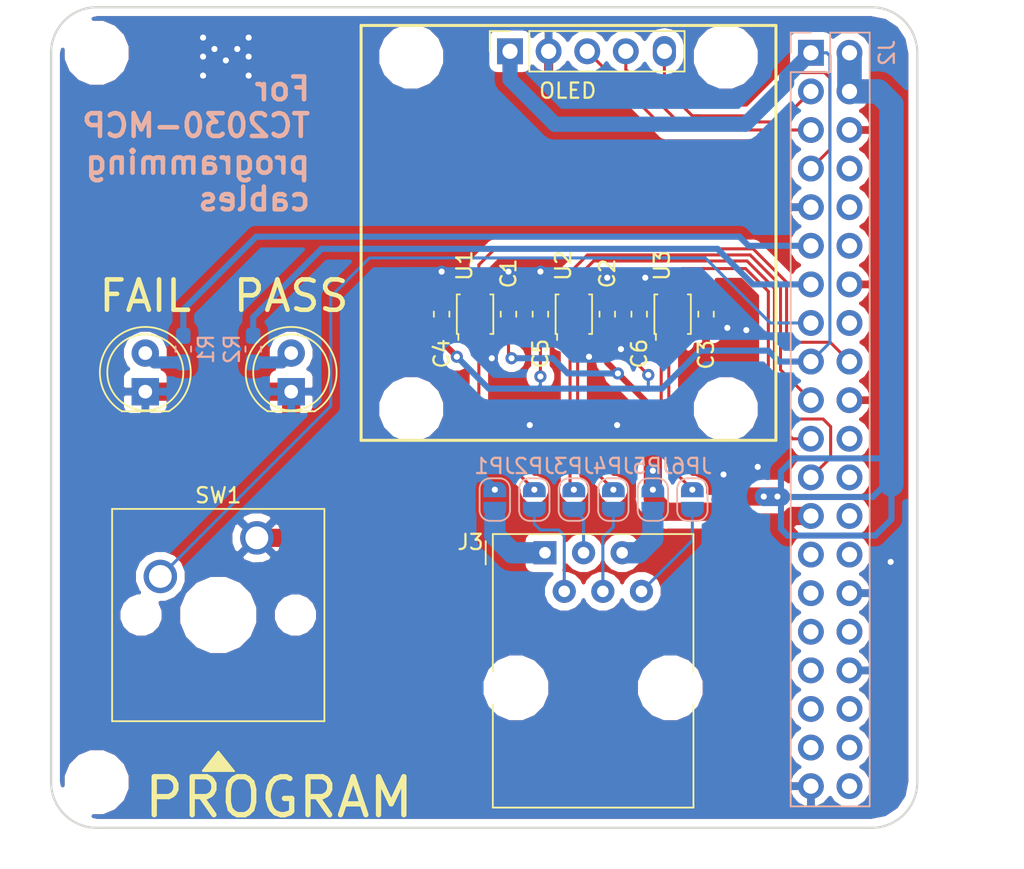
<source format=kicad_pcb>
(kicad_pcb (version 20171130) (host pcbnew 5.0-dev-unknown-9241a39~61~ubuntu17.10.1)

  (general
    (thickness 1.6)
    (drawings 19)
    (tracks 292)
    (zones 0)
    (modules 30)
    (nets 48)
  )

  (page A4)
  (layers
    (0 F.Cu signal)
    (31 B.Cu signal)
    (32 B.Adhes user)
    (33 F.Adhes user)
    (34 B.Paste user)
    (35 F.Paste user)
    (36 B.SilkS user)
    (37 F.SilkS user)
    (38 B.Mask user)
    (39 F.Mask user)
    (40 Dwgs.User user)
    (41 Cmts.User user)
    (42 Eco1.User user)
    (43 Eco2.User user)
    (44 Edge.Cuts user)
    (45 Margin user)
    (46 B.CrtYd user)
    (47 F.CrtYd user)
    (48 B.Fab user hide)
    (49 F.Fab user hide)
  )

  (setup
    (last_trace_width 0.2)
    (user_trace_width 0.4)
    (user_trace_width 0.6)
    (user_trace_width 0.8)
    (user_trace_width 1)
    (user_trace_width 1.2)
    (user_trace_width 1.4)
    (user_trace_width 1.6)
    (user_trace_width 2)
    (trace_clearance 0.2)
    (zone_clearance 0.508)
    (zone_45_only no)
    (trace_min 0.2)
    (segment_width 0.2)
    (edge_width 0.15)
    (via_size 0.8)
    (via_drill 0.4)
    (via_min_size 0.4)
    (via_min_drill 0.3)
    (uvia_size 0.3)
    (uvia_drill 0.1)
    (uvias_allowed no)
    (uvia_min_size 0.2)
    (uvia_min_drill 0.1)
    (pcb_text_width 0.3)
    (pcb_text_size 1.5 1.5)
    (mod_edge_width 0.15)
    (mod_text_size 1 1)
    (mod_text_width 0.15)
    (pad_size 2 1.52)
    (pad_drill 1)
    (pad_to_mask_clearance 0.2)
    (aux_axis_origin 0 0)
    (visible_elements FFFFFF7F)
    (pcbplotparams
      (layerselection 0x010fc_ffffffff)
      (usegerberextensions true)
      (usegerberattributes false)
      (usegerberadvancedattributes false)
      (creategerberjobfile false)
      (excludeedgelayer true)
      (linewidth 0.100000)
      (plotframeref false)
      (viasonmask false)
      (mode 1)
      (useauxorigin false)
      (hpglpennumber 1)
      (hpglpenspeed 20)
      (hpglpendiameter 15)
      (psnegative false)
      (psa4output false)
      (plotreference true)
      (plotvalue true)
      (plotinvisibletext false)
      (padsonsilk false)
      (subtractmaskfromsilk false)
      (outputformat 1)
      (mirror false)
      (drillshape 0)
      (scaleselection 1)
      (outputdirectory gerbers/))
  )

  (net 0 "")
  (net 1 GND)
  (net 2 "Net-(D1-Pad2)")
  (net 3 "Net-(D2-Pad2)")
  (net 4 +3V3)
  (net 5 /I2C_SCL)
  (net 6 /I2C_SDA)
  (net 7 /~OLED_RST)
  (net 8 +5V)
  (net 9 "Net-(J2-Pad8)")
  (net 10 "Net-(J2-Pad10)")
  (net 11 /LED_Good)
  (net 12 "Net-(J2-Pad12)")
  (net 13 /LED_Bad)
  (net 14 /Button)
  (net 15 /~RST-3v3)
  (net 16 /MOSI-3v3)
  (net 17 /MISO-3v3)
  (net 18 "Net-(J2-Pad22)")
  (net 19 /SCLK-3v3)
  (net 20 "Net-(J2-Pad24)")
  (net 21 "Net-(J2-Pad26)")
  (net 22 "Net-(J2-Pad27)")
  (net 23 "Net-(J2-Pad28)")
  (net 24 "Net-(J2-Pad29)")
  (net 25 "Net-(J2-Pad31)")
  (net 26 "Net-(J2-Pad32)")
  (net 27 "Net-(J2-Pad33)")
  (net 28 "Net-(J2-Pad35)")
  (net 29 "Net-(J2-Pad36)")
  (net 30 "Net-(J2-Pad37)")
  (net 31 "Net-(J2-Pad38)")
  (net 32 "Net-(J2-Pad40)")
  (net 33 "Net-(J3-Pad6)")
  (net 34 "Net-(J3-Pad5)")
  (net 35 "Net-(J3-Pad4)")
  (net 36 "Net-(J3-Pad3)")
  (net 37 "Net-(J3-Pad2)")
  (net 38 "Net-(J3-Pad1)")
  (net 39 /MISO-5v)
  (net 40 /SCLK-5v)
  (net 41 /MOSI-5v)
  (net 42 /~RST-5v)
  (net 43 "Net-(U1-Pad2)")
  (net 44 "Net-(U1-Pad7)")
  (net 45 "Net-(U3-Pad3)")
  (net 46 "Net-(U3-Pad6)")
  (net 47 "Net-(J2-Pad16)")

  (net_class Default "This is the default net class."
    (clearance 0.2)
    (trace_width 0.2)
    (via_dia 0.8)
    (via_drill 0.4)
    (uvia_dia 0.3)
    (uvia_drill 0.1)
    (add_net +3V3)
    (add_net +5V)
    (add_net /Button)
    (add_net /I2C_SCL)
    (add_net /I2C_SDA)
    (add_net /LED_Bad)
    (add_net /LED_Good)
    (add_net /MISO-3v3)
    (add_net /MISO-5v)
    (add_net /MOSI-3v3)
    (add_net /MOSI-5v)
    (add_net /SCLK-3v3)
    (add_net /SCLK-5v)
    (add_net /~OLED_RST)
    (add_net /~RST-3v3)
    (add_net /~RST-5v)
    (add_net GND)
    (add_net "Net-(D1-Pad2)")
    (add_net "Net-(D2-Pad2)")
    (add_net "Net-(J2-Pad10)")
    (add_net "Net-(J2-Pad12)")
    (add_net "Net-(J2-Pad16)")
    (add_net "Net-(J2-Pad22)")
    (add_net "Net-(J2-Pad24)")
    (add_net "Net-(J2-Pad26)")
    (add_net "Net-(J2-Pad27)")
    (add_net "Net-(J2-Pad28)")
    (add_net "Net-(J2-Pad29)")
    (add_net "Net-(J2-Pad31)")
    (add_net "Net-(J2-Pad32)")
    (add_net "Net-(J2-Pad33)")
    (add_net "Net-(J2-Pad35)")
    (add_net "Net-(J2-Pad36)")
    (add_net "Net-(J2-Pad37)")
    (add_net "Net-(J2-Pad38)")
    (add_net "Net-(J2-Pad40)")
    (add_net "Net-(J2-Pad8)")
    (add_net "Net-(J3-Pad1)")
    (add_net "Net-(J3-Pad2)")
    (add_net "Net-(J3-Pad3)")
    (add_net "Net-(J3-Pad4)")
    (add_net "Net-(J3-Pad5)")
    (add_net "Net-(J3-Pad6)")
    (add_net "Net-(U1-Pad2)")
    (add_net "Net-(U1-Pad7)")
    (add_net "Net-(U3-Pad3)")
    (add_net "Net-(U3-Pad6)")
  )

  (module MountingHole:MountingHole_3.2mm_M3 (layer F.Cu) (tedit 5B587EF4) (tstamp 5B639987)
    (at 78 149)
    (descr "Mounting Hole 3.2mm, no annular, M3")
    (tags "mounting hole 3.2mm no annular m3")
    (attr virtual)
    (fp_text reference REF** (at 0 -4.2) (layer F.SilkS) hide
      (effects (font (size 1 1) (thickness 0.15)))
    )
    (fp_text value MountingHole_3.2mm_M3 (at 0 4.2) (layer F.Fab)
      (effects (font (size 1 1) (thickness 0.15)))
    )
    (fp_text user %R (at 0.3 0) (layer F.Fab)
      (effects (font (size 1 1) (thickness 0.15)))
    )
    (fp_circle (center 0 0) (end 3.2 0) (layer Cmts.User) (width 0.15))
    (fp_circle (center 0 0) (end 3.45 0) (layer F.CrtYd) (width 0.05))
    (pad 1 np_thru_hole circle (at 0 0) (size 3.2 3.2) (drill 3.2) (layers *.Cu *.Mask))
  )

  (module Package_SO:VSSOP-8_2.4x2.1mm_P0.5mm (layer F.Cu) (tedit 5B5761C5) (tstamp 5B6C5573)
    (at 115.9 118.2 90)
    (descr http://www.ti.com/lit/ml/mpds050d/mpds050d.pdf)
    (tags "VSSOP DCU R-PDSO-G8 Pitch0.5mm")
    (path /5B57D38F)
    (attr smd)
    (fp_text reference U3 (at 3.2 -0.7 90) (layer F.SilkS)
      (effects (font (size 1 1) (thickness 0.15)))
    )
    (fp_text value 74LVC2T45DC (at 0 2.413 90) (layer F.Fab)
      (effects (font (size 1 1) (thickness 0.15)))
    )
    (fp_text user %R (at 0 0 90) (layer F.Fab)
      (effects (font (size 0.5 0.5) (thickness 0.1)))
    )
    (fp_line (start -1.2 1.05) (end 1.2 1.05) (layer F.Fab) (width 0.1))
    (fp_line (start 1.2 1.05) (end 1.2 -1.05) (layer F.Fab) (width 0.1))
    (fp_line (start 1.2 -1.05) (end -0.9 -1.05) (layer F.Fab) (width 0.1))
    (fp_line (start -0.9 -1.05) (end -1.2 -0.7) (layer F.Fab) (width 0.1))
    (fp_line (start -1.2 -0.7) (end -1.2 1.05) (layer F.Fab) (width 0.1))
    (fp_line (start -1.3 1.2) (end 1.3 1.2) (layer F.SilkS) (width 0.12))
    (fp_line (start 1.3 1.2) (end 1.3 1) (layer F.SilkS) (width 0.12))
    (fp_line (start 1.3 -1) (end 1.3 -1.2) (layer F.SilkS) (width 0.12))
    (fp_line (start 1.3 -1.2) (end -1.3 -1.2) (layer F.SilkS) (width 0.12))
    (fp_line (start -1.3 -1.2) (end -1.3 -1.1) (layer F.SilkS) (width 0.12))
    (fp_line (start -1.3 -1.1) (end -1.7 -1.1) (layer F.SilkS) (width 0.12))
    (fp_line (start -1.3 1.2) (end -1.3 1) (layer F.SilkS) (width 0.12))
    (fp_line (start -2.18 -1.3) (end 2.18 -1.3) (layer F.CrtYd) (width 0.05))
    (fp_line (start 2.18 -1.3) (end 2.18 1.3) (layer F.CrtYd) (width 0.05))
    (fp_line (start 2.18 1.3) (end -2.18 1.3) (layer F.CrtYd) (width 0.05))
    (fp_line (start -2.18 1.3) (end -2.18 -1.3) (layer F.CrtYd) (width 0.05))
    (pad 8 smd rect (at 1.55 -0.75 90) (size 0.75 0.25) (layers F.Cu F.Paste F.Mask)
      (net 4 +3V3))
    (pad 7 smd rect (at 1.55 -0.25 90) (size 0.75 0.25) (layers F.Cu F.Paste F.Mask)
      (net 17 /MISO-3v3))
    (pad 6 smd rect (at 1.55 0.25 90) (size 0.75 0.25) (layers F.Cu F.Paste F.Mask)
      (net 46 "Net-(U3-Pad6)"))
    (pad 5 smd rect (at 1.55 0.75 90) (size 0.75 0.25) (layers F.Cu F.Paste F.Mask)
      (net 8 +5V))
    (pad 4 smd rect (at -1.55 0.75 90) (size 0.75 0.25) (layers F.Cu F.Paste F.Mask)
      (net 1 GND))
    (pad 3 smd rect (at -1.55 0.25 90) (size 0.75 0.25) (layers F.Cu F.Paste F.Mask)
      (net 45 "Net-(U3-Pad3)"))
    (pad 2 smd rect (at -1.55 -0.25 90) (size 0.75 0.25) (layers F.Cu F.Paste F.Mask)
      (net 39 /MISO-5v))
    (pad 1 smd rect (at -1.55 -0.75 90) (size 0.75 0.25) (layers F.Cu F.Paste F.Mask)
      (net 8 +5V))
    (model ${KISYS3DMOD}/Package_SO.3dshapes/VSSOP-8_2.4x2.1mm_P0.5mm.wrl
      (at (xyz 0 0 0))
      (scale (xyz 1 1 1))
      (rotate (xyz 0 0 0))
    )
  )

  (module Package_SO:VSSOP-8_2.4x2.1mm_P0.5mm (layer F.Cu) (tedit 5B5761BE) (tstamp 5B6C54E6)
    (at 109.4 118.2 90)
    (descr http://www.ti.com/lit/ml/mpds050d/mpds050d.pdf)
    (tags "VSSOP DCU R-PDSO-G8 Pitch0.5mm")
    (path /5B594E11)
    (attr smd)
    (fp_text reference U2 (at 3.2 -0.7 90) (layer F.SilkS)
      (effects (font (size 1 1) (thickness 0.15)))
    )
    (fp_text value 74LVC2T45DC (at 0 2.413 90) (layer F.Fab)
      (effects (font (size 1 1) (thickness 0.15)))
    )
    (fp_text user %R (at 0 0 90) (layer F.Fab)
      (effects (font (size 0.5 0.5) (thickness 0.1)))
    )
    (fp_line (start -1.2 1.05) (end 1.2 1.05) (layer F.Fab) (width 0.1))
    (fp_line (start 1.2 1.05) (end 1.2 -1.05) (layer F.Fab) (width 0.1))
    (fp_line (start 1.2 -1.05) (end -0.9 -1.05) (layer F.Fab) (width 0.1))
    (fp_line (start -0.9 -1.05) (end -1.2 -0.7) (layer F.Fab) (width 0.1))
    (fp_line (start -1.2 -0.7) (end -1.2 1.05) (layer F.Fab) (width 0.1))
    (fp_line (start -1.3 1.2) (end 1.3 1.2) (layer F.SilkS) (width 0.12))
    (fp_line (start 1.3 1.2) (end 1.3 1) (layer F.SilkS) (width 0.12))
    (fp_line (start 1.3 -1) (end 1.3 -1.2) (layer F.SilkS) (width 0.12))
    (fp_line (start 1.3 -1.2) (end -1.3 -1.2) (layer F.SilkS) (width 0.12))
    (fp_line (start -1.3 -1.2) (end -1.3 -1.1) (layer F.SilkS) (width 0.12))
    (fp_line (start -1.3 -1.1) (end -1.7 -1.1) (layer F.SilkS) (width 0.12))
    (fp_line (start -1.3 1.2) (end -1.3 1) (layer F.SilkS) (width 0.12))
    (fp_line (start -2.18 -1.3) (end 2.18 -1.3) (layer F.CrtYd) (width 0.05))
    (fp_line (start 2.18 -1.3) (end 2.18 1.3) (layer F.CrtYd) (width 0.05))
    (fp_line (start 2.18 1.3) (end -2.18 1.3) (layer F.CrtYd) (width 0.05))
    (fp_line (start -2.18 1.3) (end -2.18 -1.3) (layer F.CrtYd) (width 0.05))
    (pad 8 smd rect (at 1.55 -0.75 90) (size 0.75 0.25) (layers F.Cu F.Paste F.Mask)
      (net 4 +3V3))
    (pad 7 smd rect (at 1.55 -0.25 90) (size 0.75 0.25) (layers F.Cu F.Paste F.Mask)
      (net 16 /MOSI-3v3))
    (pad 6 smd rect (at 1.55 0.25 90) (size 0.75 0.25) (layers F.Cu F.Paste F.Mask)
      (net 19 /SCLK-3v3))
    (pad 5 smd rect (at 1.55 0.75 90) (size 0.75 0.25) (layers F.Cu F.Paste F.Mask)
      (net 1 GND))
    (pad 4 smd rect (at -1.55 0.75 90) (size 0.75 0.25) (layers F.Cu F.Paste F.Mask)
      (net 1 GND))
    (pad 3 smd rect (at -1.55 0.25 90) (size 0.75 0.25) (layers F.Cu F.Paste F.Mask)
      (net 40 /SCLK-5v))
    (pad 2 smd rect (at -1.55 -0.25 90) (size 0.75 0.25) (layers F.Cu F.Paste F.Mask)
      (net 41 /MOSI-5v))
    (pad 1 smd rect (at -1.55 -0.75 90) (size 0.75 0.25) (layers F.Cu F.Paste F.Mask)
      (net 8 +5V))
    (model ${KISYS3DMOD}/Package_SO.3dshapes/VSSOP-8_2.4x2.1mm_P0.5mm.wrl
      (at (xyz 0 0 0))
      (scale (xyz 1 1 1))
      (rotate (xyz 0 0 0))
    )
  )

  (module Package_SO:VSSOP-8_2.4x2.1mm_P0.5mm (layer F.Cu) (tedit 5A02F25C) (tstamp 5B6C5654)
    (at 102.9 118.2 90)
    (descr http://www.ti.com/lit/ml/mpds050d/mpds050d.pdf)
    (tags "VSSOP DCU R-PDSO-G8 Pitch0.5mm")
    (path /5B58F8CC)
    (attr smd)
    (fp_text reference U1 (at 3.2 -0.7 90) (layer F.SilkS)
      (effects (font (size 1 1) (thickness 0.15)))
    )
    (fp_text value 74LVC2T45DC (at 0 2.413 90) (layer F.Fab)
      (effects (font (size 1 1) (thickness 0.15)))
    )
    (fp_line (start -2.18 1.3) (end -2.18 -1.3) (layer F.CrtYd) (width 0.05))
    (fp_line (start 2.18 1.3) (end -2.18 1.3) (layer F.CrtYd) (width 0.05))
    (fp_line (start 2.18 -1.3) (end 2.18 1.3) (layer F.CrtYd) (width 0.05))
    (fp_line (start -2.18 -1.3) (end 2.18 -1.3) (layer F.CrtYd) (width 0.05))
    (fp_line (start -1.3 1.2) (end -1.3 1) (layer F.SilkS) (width 0.12))
    (fp_line (start -1.3 -1.1) (end -1.7 -1.1) (layer F.SilkS) (width 0.12))
    (fp_line (start -1.3 -1.2) (end -1.3 -1.1) (layer F.SilkS) (width 0.12))
    (fp_line (start 1.3 -1.2) (end -1.3 -1.2) (layer F.SilkS) (width 0.12))
    (fp_line (start 1.3 -1) (end 1.3 -1.2) (layer F.SilkS) (width 0.12))
    (fp_line (start 1.3 1.2) (end 1.3 1) (layer F.SilkS) (width 0.12))
    (fp_line (start -1.3 1.2) (end 1.3 1.2) (layer F.SilkS) (width 0.12))
    (fp_line (start -1.2 -0.7) (end -1.2 1.05) (layer F.Fab) (width 0.1))
    (fp_line (start -0.9 -1.05) (end -1.2 -0.7) (layer F.Fab) (width 0.1))
    (fp_line (start 1.2 -1.05) (end -0.9 -1.05) (layer F.Fab) (width 0.1))
    (fp_line (start 1.2 1.05) (end 1.2 -1.05) (layer F.Fab) (width 0.1))
    (fp_line (start -1.2 1.05) (end 1.2 1.05) (layer F.Fab) (width 0.1))
    (fp_text user %R (at 0 0 90) (layer F.Fab)
      (effects (font (size 0.5 0.5) (thickness 0.1)))
    )
    (pad 1 smd rect (at -1.55 -0.75 90) (size 0.75 0.25) (layers F.Cu F.Paste F.Mask)
      (net 8 +5V))
    (pad 2 smd rect (at -1.55 -0.25 90) (size 0.75 0.25) (layers F.Cu F.Paste F.Mask)
      (net 43 "Net-(U1-Pad2)"))
    (pad 3 smd rect (at -1.55 0.25 90) (size 0.75 0.25) (layers F.Cu F.Paste F.Mask)
      (net 42 /~RST-5v))
    (pad 4 smd rect (at -1.55 0.75 90) (size 0.75 0.25) (layers F.Cu F.Paste F.Mask)
      (net 1 GND))
    (pad 5 smd rect (at 1.55 0.75 90) (size 0.75 0.25) (layers F.Cu F.Paste F.Mask)
      (net 1 GND))
    (pad 6 smd rect (at 1.55 0.25 90) (size 0.75 0.25) (layers F.Cu F.Paste F.Mask)
      (net 15 /~RST-3v3))
    (pad 7 smd rect (at 1.55 -0.25 90) (size 0.75 0.25) (layers F.Cu F.Paste F.Mask)
      (net 44 "Net-(U1-Pad7)"))
    (pad 8 smd rect (at 1.55 -0.75 90) (size 0.75 0.25) (layers F.Cu F.Paste F.Mask)
      (net 4 +3V3))
    (model ${KISYS3DMOD}/Package_SO.3dshapes/VSSOP-8_2.4x2.1mm_P0.5mm.wrl
      (at (xyz 0 0 0))
      (scale (xyz 1 1 1))
      (rotate (xyz 0 0 0))
    )
  )

  (module Connector_PinSocket_2.54mm:PinSocket_1x05_P2.54mm_Vertical (layer F.Cu) (tedit 5B577A42) (tstamp 5B626D8B)
    (at 105.2 100.9 90)
    (descr "Through hole straight socket strip, 1x05, 2.54mm pitch, single row (from Kicad 4.0.7), script generated")
    (tags "Through hole socket strip THT 1x05 2.54mm single row")
    (path /5B59F45D)
    (fp_text reference J1 (at -2.7 -1.1 180) (layer F.SilkS) hide
      (effects (font (size 1 1) (thickness 0.15)))
    )
    (fp_text value OLED (at -2.6 3.8 180) (layer F.SilkS)
      (effects (font (size 1 1) (thickness 0.15)))
    )
    (fp_line (start -1.27 -1.27) (end 0.635 -1.27) (layer F.Fab) (width 0.1))
    (fp_line (start 0.635 -1.27) (end 1.27 -0.635) (layer F.Fab) (width 0.1))
    (fp_line (start 1.27 -0.635) (end 1.27 11.43) (layer F.Fab) (width 0.1))
    (fp_line (start 1.27 11.43) (end -1.27 11.43) (layer F.Fab) (width 0.1))
    (fp_line (start -1.27 11.43) (end -1.27 -1.27) (layer F.Fab) (width 0.1))
    (fp_line (start -1.33 1.27) (end 1.33 1.27) (layer F.SilkS) (width 0.12))
    (fp_line (start -1.33 1.27) (end -1.33 11.49) (layer F.SilkS) (width 0.12))
    (fp_line (start -1.33 11.49) (end 1.33 11.49) (layer F.SilkS) (width 0.12))
    (fp_line (start 1.33 1.27) (end 1.33 11.49) (layer F.SilkS) (width 0.12))
    (fp_line (start 1.33 -1.33) (end 1.33 0) (layer F.SilkS) (width 0.12))
    (fp_line (start 0 -1.33) (end 1.33 -1.33) (layer F.SilkS) (width 0.12))
    (fp_line (start -1.8 -1.8) (end 1.75 -1.8) (layer F.CrtYd) (width 0.05))
    (fp_line (start 1.75 -1.8) (end 1.75 11.9) (layer F.CrtYd) (width 0.05))
    (fp_line (start 1.75 11.9) (end -1.8 11.9) (layer F.CrtYd) (width 0.05))
    (fp_line (start -1.8 11.9) (end -1.8 -1.8) (layer F.CrtYd) (width 0.05))
    (fp_text user %R (at 0 5.08 180) (layer F.Fab)
      (effects (font (size 1 1) (thickness 0.15)))
    )
    (pad 1 thru_hole rect (at 0 0 90) (size 1.7 1.7) (drill 1) (layers *.Cu *.Mask)
      (net 4 +3V3))
    (pad 2 thru_hole oval (at 0 2.54 90) (size 1.7 1.7) (drill 1) (layers *.Cu *.Mask)
      (net 1 GND))
    (pad 3 thru_hole oval (at 0 5.08 90) (size 1.7 1.7) (drill 1) (layers *.Cu *.Mask)
      (net 5 /I2C_SCL))
    (pad 4 thru_hole oval (at 0 7.62 90) (size 1.7 1.7) (drill 1) (layers *.Cu *.Mask)
      (net 6 /I2C_SDA))
    (pad 5 thru_hole oval (at 0 10.16 90) (size 2 1.52) (drill 1) (layers *.Cu *.Mask)
      (net 7 /~OLED_RST))
    (model ${KISYS3DMOD}/Connector_PinSocket_2.54mm.3dshapes/PinSocket_1x05_P2.54mm_Vertical.wrl
      (at (xyz 0 0 0))
      (scale (xyz 1 1 1))
      (rotate (xyz 0 0 0))
    )
  )

  (module MountingHole:MountingHole_3.2mm_M3 (layer F.Cu) (tedit 5B576744) (tstamp 5B761DC9)
    (at 98.7 101.25)
    (descr "Mounting Hole 3.2mm, no annular, M3")
    (tags "mounting hole 3.2mm no annular m3")
    (attr virtual)
    (fp_text reference REF** (at 0 -4.2) (layer F.SilkS) hide
      (effects (font (size 1 1) (thickness 0.15)))
    )
    (fp_text value MountingHole_3.2mm_M3 (at 0 4.2) (layer F.Fab)
      (effects (font (size 1 1) (thickness 0.15)))
    )
    (fp_circle (center 0 0) (end 3.45 0) (layer F.CrtYd) (width 0.05))
    (fp_circle (center 0 0) (end 3.2 0) (layer Cmts.User) (width 0.15))
    (fp_text user %R (at 0.3 0) (layer F.Fab)
      (effects (font (size 1 1) (thickness 0.15)))
    )
    (pad 1 np_thru_hole circle (at 0 0) (size 3.2 3.2) (drill 3.2) (layers *.Cu *.Mask))
  )

  (module MountingHole:MountingHole_3.2mm_M3 (layer F.Cu) (tedit 5B576744) (tstamp 5B761E34)
    (at 119.4 124.45)
    (descr "Mounting Hole 3.2mm, no annular, M3")
    (tags "mounting hole 3.2mm no annular m3")
    (attr virtual)
    (fp_text reference REF** (at 0 -4.2) (layer F.SilkS) hide
      (effects (font (size 1 1) (thickness 0.15)))
    )
    (fp_text value MountingHole_3.2mm_M3 (at 0 4.2) (layer F.Fab)
      (effects (font (size 1 1) (thickness 0.15)))
    )
    (fp_circle (center 0 0) (end 3.45 0) (layer F.CrtYd) (width 0.05))
    (fp_circle (center 0 0) (end 3.2 0) (layer Cmts.User) (width 0.15))
    (fp_text user %R (at 0.3 0) (layer F.Fab)
      (effects (font (size 1 1) (thickness 0.15)))
    )
    (pad 1 np_thru_hole circle (at 0 0) (size 3.2 3.2) (drill 3.2) (layers *.Cu *.Mask))
  )

  (module MountingHole:MountingHole_3.2mm_M3 (layer F.Cu) (tedit 5B576744) (tstamp 5B761E2D)
    (at 98.7 124.45)
    (descr "Mounting Hole 3.2mm, no annular, M3")
    (tags "mounting hole 3.2mm no annular m3")
    (attr virtual)
    (fp_text reference REF** (at 0 -4.2) (layer F.SilkS) hide
      (effects (font (size 1 1) (thickness 0.15)))
    )
    (fp_text value MountingHole_3.2mm_M3 (at 0 4.2) (layer F.Fab)
      (effects (font (size 1 1) (thickness 0.15)))
    )
    (fp_text user %R (at 0.3 0) (layer F.Fab)
      (effects (font (size 1 1) (thickness 0.15)))
    )
    (fp_circle (center 0 0) (end 3.2 0) (layer Cmts.User) (width 0.15))
    (fp_circle (center 0 0) (end 3.45 0) (layer F.CrtYd) (width 0.05))
    (pad 1 np_thru_hole circle (at 0 0) (size 3.2 3.2) (drill 3.2) (layers *.Cu *.Mask))
  )

  (module MountingHole:MountingHole_3.2mm_M3 (layer F.Cu) (tedit 5B576744) (tstamp 5B7625A9)
    (at 119.4 101.25)
    (descr "Mounting Hole 3.2mm, no annular, M3")
    (tags "mounting hole 3.2mm no annular m3")
    (attr virtual)
    (fp_text reference REF** (at 0 -4.2) (layer F.SilkS) hide
      (effects (font (size 1 1) (thickness 0.15)))
    )
    (fp_text value MountingHole_3.2mm_M3 (at 0 4.2) (layer F.Fab)
      (effects (font (size 1 1) (thickness 0.15)))
    )
    (fp_text user %R (at 0.3 0) (layer F.Fab)
      (effects (font (size 1 1) (thickness 0.15)))
    )
    (fp_circle (center 0 0) (end 3.2 0) (layer Cmts.User) (width 0.15))
    (fp_circle (center 0 0) (end 3.45 0) (layer F.CrtYd) (width 0.05))
    (pad 1 np_thru_hole circle (at 0 0) (size 3.2 3.2) (drill 3.2) (layers *.Cu *.Mask))
  )

  (module Capacitor_SMD:C_0603_1608Metric_Pad1.05x0.95mm_HandSolder (layer F.Cu) (tedit 5B5761CD) (tstamp 5B6C55BB)
    (at 118.1 118.2 270)
    (descr "Capacitor SMD 0603 (1608 Metric), square (rectangular) end terminal, IPC_7351 nominal with elongated pad for handsoldering. (Body size source: http://www.tortai-tech.com/upload/download/2011102023233369053.pdf), generated with kicad-footprint-generator")
    (tags "capacitor handsolder")
    (path /5B5AC59D)
    (attr smd)
    (fp_text reference C3 (at 2.675 0 270) (layer F.SilkS)
      (effects (font (size 1 1) (thickness 0.15)))
    )
    (fp_text value 100nF (at 0 1.43 270) (layer F.Fab)
      (effects (font (size 1 1) (thickness 0.15)))
    )
    (fp_text user %R (at 0 0 270) (layer F.Fab)
      (effects (font (size 0.4 0.4) (thickness 0.06)))
    )
    (fp_line (start 1.65 0.73) (end -1.65 0.73) (layer F.CrtYd) (width 0.05))
    (fp_line (start 1.65 -0.73) (end 1.65 0.73) (layer F.CrtYd) (width 0.05))
    (fp_line (start -1.65 -0.73) (end 1.65 -0.73) (layer F.CrtYd) (width 0.05))
    (fp_line (start -1.65 0.73) (end -1.65 -0.73) (layer F.CrtYd) (width 0.05))
    (fp_line (start -0.171267 0.51) (end 0.171267 0.51) (layer F.SilkS) (width 0.12))
    (fp_line (start -0.171267 -0.51) (end 0.171267 -0.51) (layer F.SilkS) (width 0.12))
    (fp_line (start 0.8 0.4) (end -0.8 0.4) (layer F.Fab) (width 0.1))
    (fp_line (start 0.8 -0.4) (end 0.8 0.4) (layer F.Fab) (width 0.1))
    (fp_line (start -0.8 -0.4) (end 0.8 -0.4) (layer F.Fab) (width 0.1))
    (fp_line (start -0.8 0.4) (end -0.8 -0.4) (layer F.Fab) (width 0.1))
    (pad 2 smd roundrect (at 0.875 0 270) (size 1.05 0.95) (layers F.Cu F.Paste F.Mask)(roundrect_rratio 0.25)
      (net 1 GND))
    (pad 1 smd roundrect (at -0.875 0 270) (size 1.05 0.95) (layers F.Cu F.Paste F.Mask)(roundrect_rratio 0.25)
      (net 8 +5V))
    (model ${KISYS3DMOD}/Capacitor_SMD.3dshapes/C_0603_1608Metric.wrl
      (at (xyz 0 0 0))
      (scale (xyz 1 1 1))
      (rotate (xyz 0 0 0))
    )
  )

  (module Capacitor_SMD:C_0603_1608Metric_Pad1.05x0.95mm_HandSolder (layer F.Cu) (tedit 5B5761C0) (tstamp 5B6C541D)
    (at 111.6 118.2 90)
    (descr "Capacitor SMD 0603 (1608 Metric), square (rectangular) end terminal, IPC_7351 nominal with elongated pad for handsoldering. (Body size source: http://www.tortai-tech.com/upload/download/2011102023233369053.pdf), generated with kicad-footprint-generator")
    (tags "capacitor handsolder")
    (path /5B5A85E4)
    (attr smd)
    (fp_text reference C2 (at 2.675 0 90) (layer F.SilkS)
      (effects (font (size 1 1) (thickness 0.15)))
    )
    (fp_text value 100nF (at 0 1.43 90) (layer F.Fab)
      (effects (font (size 1 1) (thickness 0.15)))
    )
    (fp_text user %R (at 0 0 90) (layer F.Fab)
      (effects (font (size 0.4 0.4) (thickness 0.06)))
    )
    (fp_line (start 1.65 0.73) (end -1.65 0.73) (layer F.CrtYd) (width 0.05))
    (fp_line (start 1.65 -0.73) (end 1.65 0.73) (layer F.CrtYd) (width 0.05))
    (fp_line (start -1.65 -0.73) (end 1.65 -0.73) (layer F.CrtYd) (width 0.05))
    (fp_line (start -1.65 0.73) (end -1.65 -0.73) (layer F.CrtYd) (width 0.05))
    (fp_line (start -0.171267 0.51) (end 0.171267 0.51) (layer F.SilkS) (width 0.12))
    (fp_line (start -0.171267 -0.51) (end 0.171267 -0.51) (layer F.SilkS) (width 0.12))
    (fp_line (start 0.8 0.4) (end -0.8 0.4) (layer F.Fab) (width 0.1))
    (fp_line (start 0.8 -0.4) (end 0.8 0.4) (layer F.Fab) (width 0.1))
    (fp_line (start -0.8 -0.4) (end 0.8 -0.4) (layer F.Fab) (width 0.1))
    (fp_line (start -0.8 0.4) (end -0.8 -0.4) (layer F.Fab) (width 0.1))
    (pad 2 smd roundrect (at 0.875 0 90) (size 1.05 0.95) (layers F.Cu F.Paste F.Mask)(roundrect_rratio 0.25)
      (net 1 GND))
    (pad 1 smd roundrect (at -0.875 0 90) (size 1.05 0.95) (layers F.Cu F.Paste F.Mask)(roundrect_rratio 0.25)
      (net 8 +5V))
    (model ${KISYS3DMOD}/Capacitor_SMD.3dshapes/C_0603_1608Metric.wrl
      (at (xyz 0 0 0))
      (scale (xyz 1 1 1))
      (rotate (xyz 0 0 0))
    )
  )

  (module Capacitor_SMD:C_0603_1608Metric_Pad1.05x0.95mm_HandSolder (layer F.Cu) (tedit 5B5761C3) (tstamp 5B6C54A1)
    (at 113.7 118.2 90)
    (descr "Capacitor SMD 0603 (1608 Metric), square (rectangular) end terminal, IPC_7351 nominal with elongated pad for handsoldering. (Body size source: http://www.tortai-tech.com/upload/download/2011102023233369053.pdf), generated with kicad-footprint-generator")
    (tags "capacitor handsolder")
    (path /5B5AC5B5)
    (attr smd)
    (fp_text reference C6 (at -2.6 0 90) (layer F.SilkS)
      (effects (font (size 1 1) (thickness 0.15)))
    )
    (fp_text value 100nF (at 0 1.43 90) (layer F.Fab)
      (effects (font (size 1 1) (thickness 0.15)))
    )
    (fp_text user %R (at 0 0 90) (layer F.Fab)
      (effects (font (size 0.4 0.4) (thickness 0.06)))
    )
    (fp_line (start 1.65 0.73) (end -1.65 0.73) (layer F.CrtYd) (width 0.05))
    (fp_line (start 1.65 -0.73) (end 1.65 0.73) (layer F.CrtYd) (width 0.05))
    (fp_line (start -1.65 -0.73) (end 1.65 -0.73) (layer F.CrtYd) (width 0.05))
    (fp_line (start -1.65 0.73) (end -1.65 -0.73) (layer F.CrtYd) (width 0.05))
    (fp_line (start -0.171267 0.51) (end 0.171267 0.51) (layer F.SilkS) (width 0.12))
    (fp_line (start -0.171267 -0.51) (end 0.171267 -0.51) (layer F.SilkS) (width 0.12))
    (fp_line (start 0.8 0.4) (end -0.8 0.4) (layer F.Fab) (width 0.1))
    (fp_line (start 0.8 -0.4) (end 0.8 0.4) (layer F.Fab) (width 0.1))
    (fp_line (start -0.8 -0.4) (end 0.8 -0.4) (layer F.Fab) (width 0.1))
    (fp_line (start -0.8 0.4) (end -0.8 -0.4) (layer F.Fab) (width 0.1))
    (pad 2 smd roundrect (at 0.875 0 90) (size 1.05 0.95) (layers F.Cu F.Paste F.Mask)(roundrect_rratio 0.25)
      (net 1 GND))
    (pad 1 smd roundrect (at -0.875 0 90) (size 1.05 0.95) (layers F.Cu F.Paste F.Mask)(roundrect_rratio 0.25)
      (net 4 +3V3))
    (model ${KISYS3DMOD}/Capacitor_SMD.3dshapes/C_0603_1608Metric.wrl
      (at (xyz 0 0 0))
      (scale (xyz 1 1 1))
      (rotate (xyz 0 0 0))
    )
  )

  (module Capacitor_SMD:C_0603_1608Metric_Pad1.05x0.95mm_HandSolder (layer F.Cu) (tedit 5B5761BC) (tstamp 5B6C552E)
    (at 107.2 118.2 90)
    (descr "Capacitor SMD 0603 (1608 Metric), square (rectangular) end terminal, IPC_7351 nominal with elongated pad for handsoldering. (Body size source: http://www.tortai-tech.com/upload/download/2011102023233369053.pdf), generated with kicad-footprint-generator")
    (tags "capacitor handsolder")
    (path /5B5A85FC)
    (attr smd)
    (fp_text reference C5 (at -2.6 0 90) (layer F.SilkS)
      (effects (font (size 1 1) (thickness 0.15)))
    )
    (fp_text value 100nF (at 0 1.43 90) (layer F.Fab)
      (effects (font (size 1 1) (thickness 0.15)))
    )
    (fp_text user %R (at 0 0 90) (layer F.Fab)
      (effects (font (size 0.4 0.4) (thickness 0.06)))
    )
    (fp_line (start 1.65 0.73) (end -1.65 0.73) (layer F.CrtYd) (width 0.05))
    (fp_line (start 1.65 -0.73) (end 1.65 0.73) (layer F.CrtYd) (width 0.05))
    (fp_line (start -1.65 -0.73) (end 1.65 -0.73) (layer F.CrtYd) (width 0.05))
    (fp_line (start -1.65 0.73) (end -1.65 -0.73) (layer F.CrtYd) (width 0.05))
    (fp_line (start -0.171267 0.51) (end 0.171267 0.51) (layer F.SilkS) (width 0.12))
    (fp_line (start -0.171267 -0.51) (end 0.171267 -0.51) (layer F.SilkS) (width 0.12))
    (fp_line (start 0.8 0.4) (end -0.8 0.4) (layer F.Fab) (width 0.1))
    (fp_line (start 0.8 -0.4) (end 0.8 0.4) (layer F.Fab) (width 0.1))
    (fp_line (start -0.8 -0.4) (end 0.8 -0.4) (layer F.Fab) (width 0.1))
    (fp_line (start -0.8 0.4) (end -0.8 -0.4) (layer F.Fab) (width 0.1))
    (pad 2 smd roundrect (at 0.875 0 90) (size 1.05 0.95) (layers F.Cu F.Paste F.Mask)(roundrect_rratio 0.25)
      (net 1 GND))
    (pad 1 smd roundrect (at -0.875 0 90) (size 1.05 0.95) (layers F.Cu F.Paste F.Mask)(roundrect_rratio 0.25)
      (net 4 +3V3))
    (model ${KISYS3DMOD}/Capacitor_SMD.3dshapes/C_0603_1608Metric.wrl
      (at (xyz 0 0 0))
      (scale (xyz 1 1 1))
      (rotate (xyz 0 0 0))
    )
  )

  (module LED_THT:LED_D5.0mm_Clear (layer F.Cu) (tedit 5B576601) (tstamp 5B639A0F)
    (at 81.2 123.3 90)
    (descr "LED, diameter 5.0mm, 2 pins, http://cdn-reichelt.de/documents/datenblatt/A500/LL-504BC2E-009.pdf")
    (tags "LED diameter 5.0mm 2 pins")
    (path /5B5B2BFF)
    (fp_text reference D1 (at 1.27 -3.96 90) (layer F.SilkS) hide
      (effects (font (size 1 1) (thickness 0.15)))
    )
    (fp_text value Red (at 1.27 3.96 90) (layer F.Fab)
      (effects (font (size 1 1) (thickness 0.15)))
    )
    (fp_text user %R (at 1.25 0 90) (layer F.Fab)
      (effects (font (size 0.8 0.8) (thickness 0.2)))
    )
    (fp_line (start -1.23 -1.469694) (end -1.23 1.469694) (layer F.Fab) (width 0.1))
    (fp_line (start -1.29 -1.545) (end -1.29 1.545) (layer F.SilkS) (width 0.12))
    (fp_line (start -1.95 -3.25) (end -1.95 3.25) (layer F.CrtYd) (width 0.05))
    (fp_line (start -1.95 3.25) (end 4.5 3.25) (layer F.CrtYd) (width 0.05))
    (fp_line (start 4.5 3.25) (end 4.5 -3.25) (layer F.CrtYd) (width 0.05))
    (fp_line (start 4.5 -3.25) (end -1.95 -3.25) (layer F.CrtYd) (width 0.05))
    (fp_circle (center 1.27 0) (end 3.77 0) (layer F.Fab) (width 0.1))
    (fp_circle (center 1.27 0) (end 3.77 0) (layer F.SilkS) (width 0.12))
    (fp_arc (start 1.27 0) (end -1.23 -1.469694) (angle 299.1) (layer F.Fab) (width 0.1))
    (fp_arc (start 1.27 0) (end -1.29 -1.54483) (angle 148.9) (layer F.SilkS) (width 0.12))
    (fp_arc (start 1.27 0) (end -1.29 1.54483) (angle -148.9) (layer F.SilkS) (width 0.12))
    (pad 1 thru_hole rect (at 0 0 90) (size 1.8 1.8) (drill 0.9) (layers *.Cu *.Mask)
      (net 1 GND))
    (pad 2 thru_hole circle (at 2.54 0 90) (size 1.8 1.8) (drill 0.9) (layers *.Cu *.Mask)
      (net 2 "Net-(D1-Pad2)"))
    (model ${KISYS3DMOD}/LED_THT.3dshapes/LED_D5.0mm_Clear.wrl
      (at (xyz 0 0 0))
      (scale (xyz 1 1 1))
      (rotate (xyz 0 0 0))
    )
  )

  (module LED_THT:LED_D5.0mm_Clear (layer F.Cu) (tedit 5B576604) (tstamp 5B626B5B)
    (at 90.8 123.3 90)
    (descr "LED, diameter 5.0mm, 2 pins, http://cdn-reichelt.de/documents/datenblatt/A500/LL-504BC2E-009.pdf")
    (tags "LED diameter 5.0mm 2 pins")
    (path /5B5B71EA)
    (fp_text reference D2 (at 1.27 -3.96 90) (layer F.SilkS) hide
      (effects (font (size 1 1) (thickness 0.15)))
    )
    (fp_text value Green (at 1.27 3.96 90) (layer F.Fab)
      (effects (font (size 1 1) (thickness 0.15)))
    )
    (fp_arc (start 1.27 0) (end -1.29 1.54483) (angle -148.9) (layer F.SilkS) (width 0.12))
    (fp_arc (start 1.27 0) (end -1.29 -1.54483) (angle 148.9) (layer F.SilkS) (width 0.12))
    (fp_arc (start 1.27 0) (end -1.23 -1.469694) (angle 299.1) (layer F.Fab) (width 0.1))
    (fp_circle (center 1.27 0) (end 3.77 0) (layer F.SilkS) (width 0.12))
    (fp_circle (center 1.27 0) (end 3.77 0) (layer F.Fab) (width 0.1))
    (fp_line (start 4.5 -3.25) (end -1.95 -3.25) (layer F.CrtYd) (width 0.05))
    (fp_line (start 4.5 3.25) (end 4.5 -3.25) (layer F.CrtYd) (width 0.05))
    (fp_line (start -1.95 3.25) (end 4.5 3.25) (layer F.CrtYd) (width 0.05))
    (fp_line (start -1.95 -3.25) (end -1.95 3.25) (layer F.CrtYd) (width 0.05))
    (fp_line (start -1.29 -1.545) (end -1.29 1.545) (layer F.SilkS) (width 0.12))
    (fp_line (start -1.23 -1.469694) (end -1.23 1.469694) (layer F.Fab) (width 0.1))
    (fp_text user %R (at 1.25 0 90) (layer F.Fab)
      (effects (font (size 0.8 0.8) (thickness 0.2)))
    )
    (pad 2 thru_hole circle (at 2.54 0 90) (size 1.8 1.8) (drill 0.9) (layers *.Cu *.Mask)
      (net 3 "Net-(D2-Pad2)"))
    (pad 1 thru_hole rect (at 0 0 90) (size 1.8 1.8) (drill 0.9) (layers *.Cu *.Mask)
      (net 1 GND))
    (model ${KISYS3DMOD}/LED_THT.3dshapes/LED_D5.0mm_Clear.wrl
      (at (xyz 0 0 0))
      (scale (xyz 1 1 1))
      (rotate (xyz 0 0 0))
    )
  )

  (module Resistor_SMD:R_0603_1608Metric_Pad1.05x0.95mm_HandSolder (layer B.Cu) (tedit 5B301BBD) (tstamp 5B639A41)
    (at 83.7 120.5 270)
    (descr "Resistor SMD 0603 (1608 Metric), square (rectangular) end terminal, IPC_7351 nominal with elongated pad for handsoldering. (Body size source: http://www.tortai-tech.com/upload/download/2011102023233369053.pdf), generated with kicad-footprint-generator")
    (tags "resistor handsolder")
    (path /5B5B2D0D)
    (attr smd)
    (fp_text reference R1 (at 0 -1.5 270) (layer B.SilkS)
      (effects (font (size 1 1) (thickness 0.15)) (justify mirror))
    )
    (fp_text value 220R (at 0 -1.43 270) (layer B.Fab)
      (effects (font (size 1 1) (thickness 0.15)) (justify mirror))
    )
    (fp_text user %R (at 0 0 270) (layer B.Fab)
      (effects (font (size 0.4 0.4) (thickness 0.06)) (justify mirror))
    )
    (fp_line (start 1.65 -0.73) (end -1.65 -0.73) (layer B.CrtYd) (width 0.05))
    (fp_line (start 1.65 0.73) (end 1.65 -0.73) (layer B.CrtYd) (width 0.05))
    (fp_line (start -1.65 0.73) (end 1.65 0.73) (layer B.CrtYd) (width 0.05))
    (fp_line (start -1.65 -0.73) (end -1.65 0.73) (layer B.CrtYd) (width 0.05))
    (fp_line (start -0.171267 -0.51) (end 0.171267 -0.51) (layer B.SilkS) (width 0.12))
    (fp_line (start -0.171267 0.51) (end 0.171267 0.51) (layer B.SilkS) (width 0.12))
    (fp_line (start 0.8 -0.4) (end -0.8 -0.4) (layer B.Fab) (width 0.1))
    (fp_line (start 0.8 0.4) (end 0.8 -0.4) (layer B.Fab) (width 0.1))
    (fp_line (start -0.8 0.4) (end 0.8 0.4) (layer B.Fab) (width 0.1))
    (fp_line (start -0.8 -0.4) (end -0.8 0.4) (layer B.Fab) (width 0.1))
    (pad 2 smd roundrect (at 0.875 0 270) (size 1.05 0.95) (layers B.Cu B.Paste B.Mask)(roundrect_rratio 0.25)
      (net 2 "Net-(D1-Pad2)"))
    (pad 1 smd roundrect (at -0.875 0 270) (size 1.05 0.95) (layers B.Cu B.Paste B.Mask)(roundrect_rratio 0.25)
      (net 13 /LED_Bad))
    (model ${KISYS3DMOD}/Resistor_SMD.3dshapes/R_0603_1608Metric.wrl
      (at (xyz 0 0 0))
      (scale (xyz 1 1 1))
      (rotate (xyz 0 0 0))
    )
  )

  (module Resistor_SMD:R_0603_1608Metric_Pad1.05x0.95mm_HandSolder (layer B.Cu) (tedit 5B301BBD) (tstamp 5B76245A)
    (at 88.3 120.5 270)
    (descr "Resistor SMD 0603 (1608 Metric), square (rectangular) end terminal, IPC_7351 nominal with elongated pad for handsoldering. (Body size source: http://www.tortai-tech.com/upload/download/2011102023233369053.pdf), generated with kicad-footprint-generator")
    (tags "resistor handsolder")
    (path /5B5B71F0)
    (attr smd)
    (fp_text reference R2 (at 0 1.4 270) (layer B.SilkS)
      (effects (font (size 1 1) (thickness 0.15)) (justify mirror))
    )
    (fp_text value 220R (at 0 -1.43 270) (layer B.Fab)
      (effects (font (size 1 1) (thickness 0.15)) (justify mirror))
    )
    (fp_line (start -0.8 -0.4) (end -0.8 0.4) (layer B.Fab) (width 0.1))
    (fp_line (start -0.8 0.4) (end 0.8 0.4) (layer B.Fab) (width 0.1))
    (fp_line (start 0.8 0.4) (end 0.8 -0.4) (layer B.Fab) (width 0.1))
    (fp_line (start 0.8 -0.4) (end -0.8 -0.4) (layer B.Fab) (width 0.1))
    (fp_line (start -0.171267 0.51) (end 0.171267 0.51) (layer B.SilkS) (width 0.12))
    (fp_line (start -0.171267 -0.51) (end 0.171267 -0.51) (layer B.SilkS) (width 0.12))
    (fp_line (start -1.65 -0.73) (end -1.65 0.73) (layer B.CrtYd) (width 0.05))
    (fp_line (start -1.65 0.73) (end 1.65 0.73) (layer B.CrtYd) (width 0.05))
    (fp_line (start 1.65 0.73) (end 1.65 -0.73) (layer B.CrtYd) (width 0.05))
    (fp_line (start 1.65 -0.73) (end -1.65 -0.73) (layer B.CrtYd) (width 0.05))
    (fp_text user %R (at 0 0 270) (layer B.Fab)
      (effects (font (size 0.4 0.4) (thickness 0.06)) (justify mirror))
    )
    (pad 1 smd roundrect (at -0.875 0 270) (size 1.05 0.95) (layers B.Cu B.Paste B.Mask)(roundrect_rratio 0.25)
      (net 11 /LED_Good))
    (pad 2 smd roundrect (at 0.875 0 270) (size 1.05 0.95) (layers B.Cu B.Paste B.Mask)(roundrect_rratio 0.25)
      (net 3 "Net-(D2-Pad2)"))
    (model ${KISYS3DMOD}/Resistor_SMD.3dshapes/R_0603_1608Metric.wrl
      (at (xyz 0 0 0))
      (scale (xyz 1 1 1))
      (rotate (xyz 0 0 0))
    )
  )

  (module Button_Switch_Keyboard:SW_Cherry_MX1A_1.50u_PCB (layer F.Cu) (tedit 5A02FE24) (tstamp 5B6399CC)
    (at 88.54 132.92)
    (descr "Cherry MX keyswitch, MX1A, 1.50u, PCB mount, http://cherryamericas.com/wp-content/uploads/2014/12/mx_cat.pdf")
    (tags "cherry mx keyswitch MX1A 1.50u PCB")
    (path /5B5A69E6)
    (fp_text reference SW1 (at -2.54 -2.794) (layer F.SilkS)
      (effects (font (size 1 1) (thickness 0.15)))
    )
    (fp_text value Button (at -2.54 12.954) (layer F.Fab)
      (effects (font (size 1 1) (thickness 0.15)))
    )
    (fp_text user %R (at -2.54 -2.794) (layer F.Fab)
      (effects (font (size 1 1) (thickness 0.15)))
    )
    (fp_line (start -8.89 -1.27) (end 3.81 -1.27) (layer F.Fab) (width 0.15))
    (fp_line (start 3.81 -1.27) (end 3.81 11.43) (layer F.Fab) (width 0.15))
    (fp_line (start 3.81 11.43) (end -8.89 11.43) (layer F.Fab) (width 0.15))
    (fp_line (start -8.89 11.43) (end -8.89 -1.27) (layer F.Fab) (width 0.15))
    (fp_line (start -9.14 11.68) (end -9.14 -1.52) (layer F.CrtYd) (width 0.05))
    (fp_line (start 4.06 11.68) (end -9.14 11.68) (layer F.CrtYd) (width 0.05))
    (fp_line (start 4.06 -1.52) (end 4.06 11.68) (layer F.CrtYd) (width 0.05))
    (fp_line (start -9.14 -1.52) (end 4.06 -1.52) (layer F.CrtYd) (width 0.05))
    (fp_line (start -16.8275 -4.445) (end 11.7475 -4.445) (layer Dwgs.User) (width 0.15))
    (fp_line (start 11.7475 -4.445) (end 11.7475 14.605) (layer Dwgs.User) (width 0.15))
    (fp_line (start 11.7475 14.605) (end -16.8275 14.605) (layer Dwgs.User) (width 0.15))
    (fp_line (start -16.8275 14.605) (end -16.8275 -4.445) (layer Dwgs.User) (width 0.15))
    (fp_line (start -9.525 -1.905) (end 4.445 -1.905) (layer F.SilkS) (width 0.12))
    (fp_line (start 4.445 -1.905) (end 4.445 12.065) (layer F.SilkS) (width 0.12))
    (fp_line (start 4.445 12.065) (end -9.525 12.065) (layer F.SilkS) (width 0.12))
    (fp_line (start -9.525 12.065) (end -9.525 -1.905) (layer F.SilkS) (width 0.12))
    (pad 1 thru_hole circle (at 0 0) (size 2.2 2.2) (drill 1.5) (layers *.Cu *.Mask)
      (net 1 GND))
    (pad 2 thru_hole circle (at -6.35 2.54) (size 2.2 2.2) (drill 1.5) (layers *.Cu *.Mask)
      (net 14 /Button))
    (pad "" np_thru_hole circle (at -2.54 5.08) (size 4 4) (drill 4) (layers *.Cu *.Mask))
    (pad "" np_thru_hole circle (at -7.62 5.08) (size 1.7 1.7) (drill 1.7) (layers *.Cu *.Mask))
    (pad "" np_thru_hole circle (at 2.54 5.08) (size 1.7 1.7) (drill 1.7) (layers *.Cu *.Mask))
    (model ${KISYS3DMOD}/Button_Switch_Keyboard.3dshapes/SW_Cherry_MX1A_1.50u_PCB.wrl
      (at (xyz 0 0 0))
      (scale (xyz 1 1 1))
      (rotate (xyz 0 0 0))
    )
  )

  (module Connector_PinSocket_2.54mm:PinSocket_2x20_P2.54mm_Vertical (layer B.Cu) (tedit 5A19A433) (tstamp 5B626DC9)
    (at 125 101 180)
    (descr "Through hole straight socket strip, 2x20, 2.54mm pitch, double cols (from Kicad 4.0.7), script generated")
    (tags "Through hole socket strip THT 2x20 2.54mm double row")
    (path /5B570D42)
    (fp_text reference J2 (at -5 0 90) (layer B.SilkS)
      (effects (font (size 1 1) (thickness 0.15)) (justify mirror))
    )
    (fp_text value Raspberry_Pi_2_3 (at -1.27 -51.03 180) (layer B.Fab)
      (effects (font (size 1 1) (thickness 0.15)) (justify mirror))
    )
    (fp_line (start -3.81 1.27) (end 0.27 1.27) (layer B.Fab) (width 0.1))
    (fp_line (start 0.27 1.27) (end 1.27 0.27) (layer B.Fab) (width 0.1))
    (fp_line (start 1.27 0.27) (end 1.27 -49.53) (layer B.Fab) (width 0.1))
    (fp_line (start 1.27 -49.53) (end -3.81 -49.53) (layer B.Fab) (width 0.1))
    (fp_line (start -3.81 -49.53) (end -3.81 1.27) (layer B.Fab) (width 0.1))
    (fp_line (start -3.87 1.33) (end -1.27 1.33) (layer B.SilkS) (width 0.12))
    (fp_line (start -3.87 1.33) (end -3.87 -49.59) (layer B.SilkS) (width 0.12))
    (fp_line (start -3.87 -49.59) (end 1.33 -49.59) (layer B.SilkS) (width 0.12))
    (fp_line (start 1.33 -1.27) (end 1.33 -49.59) (layer B.SilkS) (width 0.12))
    (fp_line (start -1.27 -1.27) (end 1.33 -1.27) (layer B.SilkS) (width 0.12))
    (fp_line (start -1.27 1.33) (end -1.27 -1.27) (layer B.SilkS) (width 0.12))
    (fp_line (start 1.33 1.33) (end 1.33 0) (layer B.SilkS) (width 0.12))
    (fp_line (start 0 1.33) (end 1.33 1.33) (layer B.SilkS) (width 0.12))
    (fp_line (start -4.34 1.8) (end 1.76 1.8) (layer B.CrtYd) (width 0.05))
    (fp_line (start 1.76 1.8) (end 1.76 -50) (layer B.CrtYd) (width 0.05))
    (fp_line (start 1.76 -50) (end -4.34 -50) (layer B.CrtYd) (width 0.05))
    (fp_line (start -4.34 -50) (end -4.34 1.8) (layer B.CrtYd) (width 0.05))
    (fp_text user %R (at -1.27 -24.13 90) (layer B.Fab)
      (effects (font (size 1 1) (thickness 0.15)) (justify mirror))
    )
    (pad 1 thru_hole rect (at 0 0 180) (size 1.7 1.7) (drill 1) (layers *.Cu *.Mask)
      (net 4 +3V3))
    (pad 2 thru_hole oval (at -2.54 0 180) (size 1.7 1.7) (drill 1) (layers *.Cu *.Mask)
      (net 8 +5V))
    (pad 3 thru_hole oval (at 0 -2.54 180) (size 1.7 1.7) (drill 1) (layers *.Cu *.Mask)
      (net 6 /I2C_SDA))
    (pad 4 thru_hole oval (at -2.54 -2.54 180) (size 1.7 1.7) (drill 1) (layers *.Cu *.Mask)
      (net 8 +5V))
    (pad 5 thru_hole oval (at 0 -5.08 180) (size 1.7 1.7) (drill 1) (layers *.Cu *.Mask)
      (net 5 /I2C_SCL))
    (pad 6 thru_hole oval (at -2.54 -5.08 180) (size 1.7 1.7) (drill 1) (layers *.Cu *.Mask)
      (net 1 GND))
    (pad 7 thru_hole oval (at 0 -7.62 180) (size 1.7 1.7) (drill 1) (layers *.Cu *.Mask)
      (net 7 /~OLED_RST))
    (pad 8 thru_hole oval (at -2.54 -7.62 180) (size 1.7 1.7) (drill 1) (layers *.Cu *.Mask)
      (net 9 "Net-(J2-Pad8)"))
    (pad 9 thru_hole oval (at 0 -10.16 180) (size 1.7 1.7) (drill 1) (layers *.Cu *.Mask)
      (net 1 GND))
    (pad 10 thru_hole oval (at -2.54 -10.16 180) (size 1.7 1.7) (drill 1) (layers *.Cu *.Mask)
      (net 10 "Net-(J2-Pad10)"))
    (pad 11 thru_hole oval (at 0 -12.7 180) (size 1.7 1.7) (drill 1) (layers *.Cu *.Mask)
      (net 13 /LED_Bad))
    (pad 12 thru_hole oval (at -2.54 -12.7 180) (size 1.7 1.7) (drill 1) (layers *.Cu *.Mask)
      (net 12 "Net-(J2-Pad12)"))
    (pad 13 thru_hole oval (at 0 -15.24 180) (size 1.7 1.7) (drill 1) (layers *.Cu *.Mask)
      (net 11 /LED_Good))
    (pad 14 thru_hole oval (at -2.54 -15.24 180) (size 1.7 1.7) (drill 1) (layers *.Cu *.Mask)
      (net 1 GND))
    (pad 15 thru_hole oval (at 0 -17.78 180) (size 1.7 1.7) (drill 1) (layers *.Cu *.Mask)
      (net 14 /Button))
    (pad 16 thru_hole oval (at -2.54 -17.78 180) (size 1.7 1.7) (drill 1) (layers *.Cu *.Mask)
      (net 47 "Net-(J2-Pad16)"))
    (pad 17 thru_hole oval (at 0 -20.32 180) (size 1.7 1.7) (drill 1) (layers *.Cu *.Mask)
      (net 4 +3V3))
    (pad 18 thru_hole oval (at -2.54 -20.32 180) (size 1.7 1.7) (drill 1) (layers *.Cu *.Mask)
      (net 15 /~RST-3v3))
    (pad 19 thru_hole oval (at 0 -22.86 180) (size 1.7 1.7) (drill 1) (layers *.Cu *.Mask)
      (net 16 /MOSI-3v3))
    (pad 20 thru_hole oval (at -2.54 -22.86 180) (size 1.7 1.7) (drill 1) (layers *.Cu *.Mask)
      (net 1 GND))
    (pad 21 thru_hole oval (at 0 -25.4 180) (size 1.7 1.7) (drill 1) (layers *.Cu *.Mask)
      (net 17 /MISO-3v3))
    (pad 22 thru_hole oval (at -2.54 -25.4 180) (size 1.7 1.7) (drill 1) (layers *.Cu *.Mask)
      (net 18 "Net-(J2-Pad22)"))
    (pad 23 thru_hole oval (at 0 -27.94 180) (size 1.7 1.7) (drill 1) (layers *.Cu *.Mask)
      (net 19 /SCLK-3v3))
    (pad 24 thru_hole oval (at -2.54 -27.94 180) (size 1.7 1.7) (drill 1) (layers *.Cu *.Mask)
      (net 20 "Net-(J2-Pad24)"))
    (pad 25 thru_hole oval (at 0 -30.48 180) (size 1.7 1.7) (drill 1) (layers *.Cu *.Mask)
      (net 1 GND))
    (pad 26 thru_hole oval (at -2.54 -30.48 180) (size 1.7 1.7) (drill 1) (layers *.Cu *.Mask)
      (net 21 "Net-(J2-Pad26)"))
    (pad 27 thru_hole oval (at 0 -33.02 180) (size 1.7 1.7) (drill 1) (layers *.Cu *.Mask)
      (net 22 "Net-(J2-Pad27)"))
    (pad 28 thru_hole oval (at -2.54 -33.02 180) (size 1.7 1.7) (drill 1) (layers *.Cu *.Mask)
      (net 23 "Net-(J2-Pad28)"))
    (pad 29 thru_hole oval (at 0 -35.56 180) (size 1.7 1.7) (drill 1) (layers *.Cu *.Mask)
      (net 24 "Net-(J2-Pad29)"))
    (pad 30 thru_hole oval (at -2.54 -35.56 180) (size 1.7 1.7) (drill 1) (layers *.Cu *.Mask)
      (net 1 GND))
    (pad 31 thru_hole oval (at 0 -38.1 180) (size 1.7 1.7) (drill 1) (layers *.Cu *.Mask)
      (net 25 "Net-(J2-Pad31)"))
    (pad 32 thru_hole oval (at -2.54 -38.1 180) (size 1.7 1.7) (drill 1) (layers *.Cu *.Mask)
      (net 26 "Net-(J2-Pad32)"))
    (pad 33 thru_hole oval (at 0 -40.64 180) (size 1.7 1.7) (drill 1) (layers *.Cu *.Mask)
      (net 27 "Net-(J2-Pad33)"))
    (pad 34 thru_hole oval (at -2.54 -40.64 180) (size 1.7 1.7) (drill 1) (layers *.Cu *.Mask)
      (net 1 GND))
    (pad 35 thru_hole oval (at 0 -43.18 180) (size 1.7 1.7) (drill 1) (layers *.Cu *.Mask)
      (net 28 "Net-(J2-Pad35)"))
    (pad 36 thru_hole oval (at -2.54 -43.18 180) (size 1.7 1.7) (drill 1) (layers *.Cu *.Mask)
      (net 29 "Net-(J2-Pad36)"))
    (pad 37 thru_hole oval (at 0 -45.72 180) (size 1.7 1.7) (drill 1) (layers *.Cu *.Mask)
      (net 30 "Net-(J2-Pad37)"))
    (pad 38 thru_hole oval (at -2.54 -45.72 180) (size 1.7 1.7) (drill 1) (layers *.Cu *.Mask)
      (net 31 "Net-(J2-Pad38)"))
    (pad 39 thru_hole oval (at 0 -48.26 180) (size 1.7 1.7) (drill 1) (layers *.Cu *.Mask)
      (net 1 GND))
    (pad 40 thru_hole oval (at -2.54 -48.26 180) (size 1.7 1.7) (drill 1) (layers *.Cu *.Mask)
      (net 32 "Net-(J2-Pad40)"))
    (model ${KISYS3DMOD}/Connector_PinSocket_2.54mm.3dshapes/PinSocket_2x20_P2.54mm_Vertical.wrl
      (at (xyz 0 0 0))
      (scale (xyz 1 1 1))
      (rotate (xyz 0 0 0))
    )
  )

  (module Connector_RJ:RJ12_Amphenol_54601 (layer F.Cu) (tedit 5AE2E32D) (tstamp 5B626DEB)
    (at 107.5 133.9)
    (descr "RJ12 connector  https://cdn.amphenol-icc.com/media/wysiwyg/files/drawing/c-bmj-0082.pdf")
    (tags "RJ12 connector")
    (path /5B56FA50)
    (fp_text reference J3 (at -4.9 -0.7) (layer F.SilkS)
      (effects (font (size 1 1) (thickness 0.15)))
    )
    (fp_text value RJ12_Shielded (at 3.54 18.3) (layer F.Fab)
      (effects (font (size 1 1) (thickness 0.15)))
    )
    (fp_line (start -3.43 -0.48) (end -3.43 -1.23) (layer F.Fab) (width 0.1))
    (fp_line (start -2.93 0.02) (end -3.43 -0.48) (layer F.Fab) (width 0.1))
    (fp_line (start -3.43 0.52) (end -2.93 0.02) (layer F.Fab) (width 0.1))
    (fp_line (start -3.9 0.77) (end -3.9 -0.76) (layer F.SilkS) (width 0.12))
    (fp_line (start -3.43 7.79) (end -3.43 -1.23) (layer F.SilkS) (width 0.12))
    (fp_line (start -3.43 7.72) (end -3.43 7.79) (layer F.SilkS) (width 0.1))
    (fp_line (start -3.43 16.77) (end -3.43 9.99) (layer F.SilkS) (width 0.12))
    (fp_line (start 9.77 16.77) (end -3.43 16.77) (layer F.SilkS) (width 0.12))
    (fp_line (start 9.77 16.76) (end 9.77 16.77) (layer F.SilkS) (width 0.1))
    (fp_line (start 9.77 16.77) (end 9.77 9.99) (layer F.SilkS) (width 0.12))
    (fp_line (start 9.77 16.65) (end 9.77 16.77) (layer F.SilkS) (width 0.1))
    (fp_line (start 9.77 -1.23) (end 9.77 7.79) (layer F.SilkS) (width 0.12))
    (fp_line (start -3.43 -1.23) (end 9.77 -1.23) (layer F.SilkS) (width 0.12))
    (fp_line (start -4.04 17.27) (end -4.04 -1.73) (layer F.CrtYd) (width 0.05))
    (fp_line (start 10.38 17.27) (end -4.04 17.27) (layer F.CrtYd) (width 0.05))
    (fp_line (start 10.38 -1.73) (end 10.38 17.27) (layer F.CrtYd) (width 0.05))
    (fp_line (start -4.04 -1.73) (end 10.38 -1.73) (layer F.CrtYd) (width 0.05))
    (fp_line (start 9.77 16.77) (end -3.43 16.77) (layer F.Fab) (width 0.1))
    (fp_line (start 9.77 -1.23) (end 9.77 16.77) (layer F.Fab) (width 0.1))
    (fp_line (start -3.43 -1.23) (end 9.77 -1.23) (layer F.Fab) (width 0.1))
    (fp_line (start -3.43 16.77) (end -3.43 0.52) (layer F.Fab) (width 0.1))
    (fp_text user %R (at 3.16 7.76) (layer F.Fab)
      (effects (font (size 1 1) (thickness 0.15)))
    )
    (pad "" np_thru_hole circle (at 8.25 8.89) (size 3.25 3.25) (drill 3.25) (layers *.Cu *.Mask))
    (pad 6 thru_hole circle (at 6.35 2.54) (size 1.52 1.52) (drill 0.76) (layers *.Cu *.Mask)
      (net 33 "Net-(J3-Pad6)"))
    (pad 5 thru_hole circle (at 5.08 0) (size 1.52 1.52) (drill 0.76) (layers *.Cu *.Mask)
      (net 34 "Net-(J3-Pad5)"))
    (pad 4 thru_hole circle (at 3.81 2.54) (size 1.52 1.52) (drill 0.76) (layers *.Cu *.Mask)
      (net 35 "Net-(J3-Pad4)"))
    (pad 3 thru_hole circle (at 2.54 0) (size 1.52 1.52) (drill 0.76) (layers *.Cu *.Mask)
      (net 36 "Net-(J3-Pad3)"))
    (pad 2 thru_hole circle (at 1.27 2.54) (size 1.52 1.52) (drill 0.76) (layers *.Cu *.Mask)
      (net 37 "Net-(J3-Pad2)"))
    (pad "" np_thru_hole circle (at -1.91 8.89) (size 3.25 3.25) (drill 3.25) (layers *.Cu *.Mask))
    (pad 1 thru_hole rect (at 0 0) (size 1.52 1.52) (drill 0.76) (layers *.Cu *.Mask)
      (net 38 "Net-(J3-Pad1)"))
    (model ${KISYS3DMOD}/Connector_RJ.3dshapes/RJ12_Amphenol_54601.wrl
      (at (xyz 0 0 0))
      (scale (xyz 1 1 1))
      (rotate (xyz 0 0 0))
    )
  )

  (module Jumper:SolderJumper-2_P1.3mm_Open_RoundedPad1.0x1.5mm (layer B.Cu) (tedit 5B391E66) (tstamp 5B62712C)
    (at 104.2 130.4 90)
    (descr "SMD Solder Jumper, 1x1.5mm, rounded Pads, 0.3mm gap, open")
    (tags "solder jumper open")
    (path /5B56FE59)
    (attr virtual)
    (fp_text reference JP1 (at 2.2 0 180) (layer B.SilkS)
      (effects (font (size 1 1) (thickness 0.15)) (justify mirror))
    )
    (fp_text value Jumper_2_Open (at 0 -1.9 90) (layer B.Fab)
      (effects (font (size 1 1) (thickness 0.15)) (justify mirror))
    )
    (fp_line (start 1.65 -1.25) (end -1.65 -1.25) (layer B.CrtYd) (width 0.05))
    (fp_line (start 1.65 -1.25) (end 1.65 1.25) (layer B.CrtYd) (width 0.05))
    (fp_line (start -1.65 1.25) (end -1.65 -1.25) (layer B.CrtYd) (width 0.05))
    (fp_line (start -1.65 1.25) (end 1.65 1.25) (layer B.CrtYd) (width 0.05))
    (fp_line (start -0.7 1) (end 0.7 1) (layer B.SilkS) (width 0.12))
    (fp_line (start 1.4 0.3) (end 1.4 -0.3) (layer B.SilkS) (width 0.12))
    (fp_line (start 0.7 -1) (end -0.7 -1) (layer B.SilkS) (width 0.12))
    (fp_line (start -1.4 -0.3) (end -1.4 0.3) (layer B.SilkS) (width 0.12))
    (fp_arc (start -0.7 0.3) (end -0.7 1) (angle 90) (layer B.SilkS) (width 0.12))
    (fp_arc (start -0.7 -0.3) (end -1.4 -0.3) (angle 90) (layer B.SilkS) (width 0.12))
    (fp_arc (start 0.7 -0.3) (end 0.7 -1) (angle 90) (layer B.SilkS) (width 0.12))
    (fp_arc (start 0.7 0.3) (end 1.4 0.3) (angle 90) (layer B.SilkS) (width 0.12))
    (pad 2 smd custom (at 0.65 0 90) (size 1 0.5) (layers B.Cu B.Mask)
      (net 1 GND) (zone_connect 0)
      (options (clearance outline) (anchor rect))
      (primitives
        (gr_circle (center 0 -0.25) (end 0.5 -0.25) (width 0))
        (gr_circle (center 0 0.25) (end 0.5 0.25) (width 0))
        (gr_poly (pts
           (xy 0 0.75) (xy -0.5 0.75) (xy -0.5 -0.75) (xy 0 -0.75)) (width 0))
      ))
    (pad 1 smd custom (at -0.65 0 90) (size 1 0.5) (layers B.Cu B.Mask)
      (net 38 "Net-(J3-Pad1)") (zone_connect 0)
      (options (clearance outline) (anchor rect))
      (primitives
        (gr_circle (center 0 -0.25) (end 0.5 -0.25) (width 0))
        (gr_circle (center 0 0.25) (end 0.5 0.25) (width 0))
        (gr_poly (pts
           (xy 0 0.75) (xy 0.5 0.75) (xy 0.5 -0.75) (xy 0 -0.75)) (width 0))
      ))
  )

  (module Jumper:SolderJumper-2_P1.3mm_Open_RoundedPad1.0x1.5mm (layer B.Cu) (tedit 5B391E66) (tstamp 5B626E0F)
    (at 106.8 130.4 90)
    (descr "SMD Solder Jumper, 1x1.5mm, rounded Pads, 0.3mm gap, open")
    (tags "solder jumper open")
    (path /5B56FE4A)
    (attr virtual)
    (fp_text reference JP2 (at 2.2 0 180) (layer B.SilkS)
      (effects (font (size 1 1) (thickness 0.15)) (justify mirror))
    )
    (fp_text value Jumper_2_Open (at 0 -1.9 90) (layer B.Fab)
      (effects (font (size 1 1) (thickness 0.15)) (justify mirror))
    )
    (fp_arc (start 0.7 0.3) (end 1.4 0.3) (angle 90) (layer B.SilkS) (width 0.12))
    (fp_arc (start 0.7 -0.3) (end 0.7 -1) (angle 90) (layer B.SilkS) (width 0.12))
    (fp_arc (start -0.7 -0.3) (end -1.4 -0.3) (angle 90) (layer B.SilkS) (width 0.12))
    (fp_arc (start -0.7 0.3) (end -0.7 1) (angle 90) (layer B.SilkS) (width 0.12))
    (fp_line (start -1.4 -0.3) (end -1.4 0.3) (layer B.SilkS) (width 0.12))
    (fp_line (start 0.7 -1) (end -0.7 -1) (layer B.SilkS) (width 0.12))
    (fp_line (start 1.4 0.3) (end 1.4 -0.3) (layer B.SilkS) (width 0.12))
    (fp_line (start -0.7 1) (end 0.7 1) (layer B.SilkS) (width 0.12))
    (fp_line (start -1.65 1.25) (end 1.65 1.25) (layer B.CrtYd) (width 0.05))
    (fp_line (start -1.65 1.25) (end -1.65 -1.25) (layer B.CrtYd) (width 0.05))
    (fp_line (start 1.65 -1.25) (end 1.65 1.25) (layer B.CrtYd) (width 0.05))
    (fp_line (start 1.65 -1.25) (end -1.65 -1.25) (layer B.CrtYd) (width 0.05))
    (pad 1 smd custom (at -0.65 0 90) (size 1 0.5) (layers B.Cu B.Mask)
      (net 37 "Net-(J3-Pad2)") (zone_connect 0)
      (options (clearance outline) (anchor rect))
      (primitives
        (gr_circle (center 0 -0.25) (end 0.5 -0.25) (width 0))
        (gr_circle (center 0 0.25) (end 0.5 0.25) (width 0))
        (gr_poly (pts
           (xy 0 0.75) (xy 0.5 0.75) (xy 0.5 -0.75) (xy 0 -0.75)) (width 0))
      ))
    (pad 2 smd custom (at 0.65 0 90) (size 1 0.5) (layers B.Cu B.Mask)
      (net 42 /~RST-5v) (zone_connect 0)
      (options (clearance outline) (anchor rect))
      (primitives
        (gr_circle (center 0 -0.25) (end 0.5 -0.25) (width 0))
        (gr_circle (center 0 0.25) (end 0.5 0.25) (width 0))
        (gr_poly (pts
           (xy 0 0.75) (xy -0.5 0.75) (xy -0.5 -0.75) (xy 0 -0.75)) (width 0))
      ))
  )

  (module Jumper:SolderJumper-2_P1.3mm_Open_RoundedPad1.0x1.5mm (layer B.Cu) (tedit 5B391E66) (tstamp 5B626E21)
    (at 109.4 130.4 90)
    (descr "SMD Solder Jumper, 1x1.5mm, rounded Pads, 0.3mm gap, open")
    (tags "solder jumper open")
    (path /5B56FE3B)
    (attr virtual)
    (fp_text reference JP3 (at 2.2 0 180) (layer B.SilkS)
      (effects (font (size 1 1) (thickness 0.15)) (justify mirror))
    )
    (fp_text value Jumper_2_Open (at 0 -1.9 90) (layer B.Fab)
      (effects (font (size 1 1) (thickness 0.15)) (justify mirror))
    )
    (fp_arc (start 0.7 0.3) (end 1.4 0.3) (angle 90) (layer B.SilkS) (width 0.12))
    (fp_arc (start 0.7 -0.3) (end 0.7 -1) (angle 90) (layer B.SilkS) (width 0.12))
    (fp_arc (start -0.7 -0.3) (end -1.4 -0.3) (angle 90) (layer B.SilkS) (width 0.12))
    (fp_arc (start -0.7 0.3) (end -0.7 1) (angle 90) (layer B.SilkS) (width 0.12))
    (fp_line (start -1.4 -0.3) (end -1.4 0.3) (layer B.SilkS) (width 0.12))
    (fp_line (start 0.7 -1) (end -0.7 -1) (layer B.SilkS) (width 0.12))
    (fp_line (start 1.4 0.3) (end 1.4 -0.3) (layer B.SilkS) (width 0.12))
    (fp_line (start -0.7 1) (end 0.7 1) (layer B.SilkS) (width 0.12))
    (fp_line (start -1.65 1.25) (end 1.65 1.25) (layer B.CrtYd) (width 0.05))
    (fp_line (start -1.65 1.25) (end -1.65 -1.25) (layer B.CrtYd) (width 0.05))
    (fp_line (start 1.65 -1.25) (end 1.65 1.25) (layer B.CrtYd) (width 0.05))
    (fp_line (start 1.65 -1.25) (end -1.65 -1.25) (layer B.CrtYd) (width 0.05))
    (pad 1 smd custom (at -0.65 0 90) (size 1 0.5) (layers B.Cu B.Mask)
      (net 36 "Net-(J3-Pad3)") (zone_connect 0)
      (options (clearance outline) (anchor rect))
      (primitives
        (gr_circle (center 0 -0.25) (end 0.5 -0.25) (width 0))
        (gr_circle (center 0 0.25) (end 0.5 0.25) (width 0))
        (gr_poly (pts
           (xy 0 0.75) (xy 0.5 0.75) (xy 0.5 -0.75) (xy 0 -0.75)) (width 0))
      ))
    (pad 2 smd custom (at 0.65 0 90) (size 1 0.5) (layers B.Cu B.Mask)
      (net 41 /MOSI-5v) (zone_connect 0)
      (options (clearance outline) (anchor rect))
      (primitives
        (gr_circle (center 0 -0.25) (end 0.5 -0.25) (width 0))
        (gr_circle (center 0 0.25) (end 0.5 0.25) (width 0))
        (gr_poly (pts
           (xy 0 0.75) (xy -0.5 0.75) (xy -0.5 -0.75) (xy 0 -0.75)) (width 0))
      ))
  )

  (module Jumper:SolderJumper-2_P1.3mm_Open_RoundedPad1.0x1.5mm (layer B.Cu) (tedit 5B391E66) (tstamp 5B626E33)
    (at 112 130.4 90)
    (descr "SMD Solder Jumper, 1x1.5mm, rounded Pads, 0.3mm gap, open")
    (tags "solder jumper open")
    (path /5B56FE2C)
    (attr virtual)
    (fp_text reference JP4 (at 2.2 0 180) (layer B.SilkS)
      (effects (font (size 1 1) (thickness 0.15)) (justify mirror))
    )
    (fp_text value Jumper_2_Open (at 0 -1.9 90) (layer B.Fab)
      (effects (font (size 1 1) (thickness 0.15)) (justify mirror))
    )
    (fp_line (start 1.65 -1.25) (end -1.65 -1.25) (layer B.CrtYd) (width 0.05))
    (fp_line (start 1.65 -1.25) (end 1.65 1.25) (layer B.CrtYd) (width 0.05))
    (fp_line (start -1.65 1.25) (end -1.65 -1.25) (layer B.CrtYd) (width 0.05))
    (fp_line (start -1.65 1.25) (end 1.65 1.25) (layer B.CrtYd) (width 0.05))
    (fp_line (start -0.7 1) (end 0.7 1) (layer B.SilkS) (width 0.12))
    (fp_line (start 1.4 0.3) (end 1.4 -0.3) (layer B.SilkS) (width 0.12))
    (fp_line (start 0.7 -1) (end -0.7 -1) (layer B.SilkS) (width 0.12))
    (fp_line (start -1.4 -0.3) (end -1.4 0.3) (layer B.SilkS) (width 0.12))
    (fp_arc (start -0.7 0.3) (end -0.7 1) (angle 90) (layer B.SilkS) (width 0.12))
    (fp_arc (start -0.7 -0.3) (end -1.4 -0.3) (angle 90) (layer B.SilkS) (width 0.12))
    (fp_arc (start 0.7 -0.3) (end 0.7 -1) (angle 90) (layer B.SilkS) (width 0.12))
    (fp_arc (start 0.7 0.3) (end 1.4 0.3) (angle 90) (layer B.SilkS) (width 0.12))
    (pad 2 smd custom (at 0.65 0 90) (size 1 0.5) (layers B.Cu B.Mask)
      (net 40 /SCLK-5v) (zone_connect 0)
      (options (clearance outline) (anchor rect))
      (primitives
        (gr_circle (center 0 -0.25) (end 0.5 -0.25) (width 0))
        (gr_circle (center 0 0.25) (end 0.5 0.25) (width 0))
        (gr_poly (pts
           (xy 0 0.75) (xy -0.5 0.75) (xy -0.5 -0.75) (xy 0 -0.75)) (width 0))
      ))
    (pad 1 smd custom (at -0.65 0 90) (size 1 0.5) (layers B.Cu B.Mask)
      (net 35 "Net-(J3-Pad4)") (zone_connect 0)
      (options (clearance outline) (anchor rect))
      (primitives
        (gr_circle (center 0 -0.25) (end 0.5 -0.25) (width 0))
        (gr_circle (center 0 0.25) (end 0.5 0.25) (width 0))
        (gr_poly (pts
           (xy 0 0.75) (xy 0.5 0.75) (xy 0.5 -0.75) (xy 0 -0.75)) (width 0))
      ))
  )

  (module Jumper:SolderJumper-2_P1.3mm_Open_RoundedPad1.0x1.5mm (layer B.Cu) (tedit 5B391E66) (tstamp 5B626E45)
    (at 114.6 130.4 90)
    (descr "SMD Solder Jumper, 1x1.5mm, rounded Pads, 0.3mm gap, open")
    (tags "solder jumper open")
    (path /5B56FD23)
    (attr virtual)
    (fp_text reference JP5 (at 2.2 0 180) (layer B.SilkS)
      (effects (font (size 1 1) (thickness 0.15)) (justify mirror))
    )
    (fp_text value Jumper_2_Open (at 0 -1.9 90) (layer B.Fab)
      (effects (font (size 1 1) (thickness 0.15)) (justify mirror))
    )
    (fp_arc (start 0.7 0.3) (end 1.4 0.3) (angle 90) (layer B.SilkS) (width 0.12))
    (fp_arc (start 0.7 -0.3) (end 0.7 -1) (angle 90) (layer B.SilkS) (width 0.12))
    (fp_arc (start -0.7 -0.3) (end -1.4 -0.3) (angle 90) (layer B.SilkS) (width 0.12))
    (fp_arc (start -0.7 0.3) (end -0.7 1) (angle 90) (layer B.SilkS) (width 0.12))
    (fp_line (start -1.4 -0.3) (end -1.4 0.3) (layer B.SilkS) (width 0.12))
    (fp_line (start 0.7 -1) (end -0.7 -1) (layer B.SilkS) (width 0.12))
    (fp_line (start 1.4 0.3) (end 1.4 -0.3) (layer B.SilkS) (width 0.12))
    (fp_line (start -0.7 1) (end 0.7 1) (layer B.SilkS) (width 0.12))
    (fp_line (start -1.65 1.25) (end 1.65 1.25) (layer B.CrtYd) (width 0.05))
    (fp_line (start -1.65 1.25) (end -1.65 -1.25) (layer B.CrtYd) (width 0.05))
    (fp_line (start 1.65 -1.25) (end 1.65 1.25) (layer B.CrtYd) (width 0.05))
    (fp_line (start 1.65 -1.25) (end -1.65 -1.25) (layer B.CrtYd) (width 0.05))
    (pad 1 smd custom (at -0.65 0 90) (size 1 0.5) (layers B.Cu B.Mask)
      (net 34 "Net-(J3-Pad5)") (zone_connect 0)
      (options (clearance outline) (anchor rect))
      (primitives
        (gr_circle (center 0 -0.25) (end 0.5 -0.25) (width 0))
        (gr_circle (center 0 0.25) (end 0.5 0.25) (width 0))
        (gr_poly (pts
           (xy 0 0.75) (xy 0.5 0.75) (xy 0.5 -0.75) (xy 0 -0.75)) (width 0))
      ))
    (pad 2 smd custom (at 0.65 0 90) (size 1 0.5) (layers B.Cu B.Mask)
      (net 8 +5V) (zone_connect 0)
      (options (clearance outline) (anchor rect))
      (primitives
        (gr_circle (center 0 -0.25) (end 0.5 -0.25) (width 0))
        (gr_circle (center 0 0.25) (end 0.5 0.25) (width 0))
        (gr_poly (pts
           (xy 0 0.75) (xy -0.5 0.75) (xy -0.5 -0.75) (xy 0 -0.75)) (width 0))
      ))
  )

  (module Jumper:SolderJumper-2_P1.3mm_Open_RoundedPad1.0x1.5mm (layer B.Cu) (tedit 5B391E66) (tstamp 5B626E57)
    (at 117.2 130.4 90)
    (descr "SMD Solder Jumper, 1x1.5mm, rounded Pads, 0.3mm gap, open")
    (tags "solder jumper open")
    (path /5B56FC59)
    (attr virtual)
    (fp_text reference JP6 (at 2.2 -0.05 180) (layer B.SilkS)
      (effects (font (size 1 1) (thickness 0.15)) (justify mirror))
    )
    (fp_text value Jumper_2_Open (at 0 -1.9 90) (layer B.Fab)
      (effects (font (size 1 1) (thickness 0.15)) (justify mirror))
    )
    (fp_line (start 1.65 -1.25) (end -1.65 -1.25) (layer B.CrtYd) (width 0.05))
    (fp_line (start 1.65 -1.25) (end 1.65 1.25) (layer B.CrtYd) (width 0.05))
    (fp_line (start -1.65 1.25) (end -1.65 -1.25) (layer B.CrtYd) (width 0.05))
    (fp_line (start -1.65 1.25) (end 1.65 1.25) (layer B.CrtYd) (width 0.05))
    (fp_line (start -0.7 1) (end 0.7 1) (layer B.SilkS) (width 0.12))
    (fp_line (start 1.4 0.3) (end 1.4 -0.3) (layer B.SilkS) (width 0.12))
    (fp_line (start 0.7 -1) (end -0.7 -1) (layer B.SilkS) (width 0.12))
    (fp_line (start -1.4 -0.3) (end -1.4 0.3) (layer B.SilkS) (width 0.12))
    (fp_arc (start -0.7 0.3) (end -0.7 1) (angle 90) (layer B.SilkS) (width 0.12))
    (fp_arc (start -0.7 -0.3) (end -1.4 -0.3) (angle 90) (layer B.SilkS) (width 0.12))
    (fp_arc (start 0.7 -0.3) (end 0.7 -1) (angle 90) (layer B.SilkS) (width 0.12))
    (fp_arc (start 0.7 0.3) (end 1.4 0.3) (angle 90) (layer B.SilkS) (width 0.12))
    (pad 2 smd custom (at 0.65 0 90) (size 1 0.5) (layers B.Cu B.Mask)
      (net 39 /MISO-5v) (zone_connect 0)
      (options (clearance outline) (anchor rect))
      (primitives
        (gr_circle (center 0 -0.25) (end 0.5 -0.25) (width 0))
        (gr_circle (center 0 0.25) (end 0.5 0.25) (width 0))
        (gr_poly (pts
           (xy 0 0.75) (xy -0.5 0.75) (xy -0.5 -0.75) (xy 0 -0.75)) (width 0))
      ))
    (pad 1 smd custom (at -0.65 0 90) (size 1 0.5) (layers B.Cu B.Mask)
      (net 33 "Net-(J3-Pad6)") (zone_connect 0)
      (options (clearance outline) (anchor rect))
      (primitives
        (gr_circle (center 0 -0.25) (end 0.5 -0.25) (width 0))
        (gr_circle (center 0 0.25) (end 0.5 0.25) (width 0))
        (gr_poly (pts
           (xy 0 0.75) (xy 0.5 0.75) (xy 0.5 -0.75) (xy 0 -0.75)) (width 0))
      ))
  )

  (module Capacitor_SMD:C_0603_1608Metric_Pad1.05x0.95mm_HandSolder (layer F.Cu) (tedit 5B301BBE) (tstamp 5B6C5615)
    (at 105.1 118.2 90)
    (descr "Capacitor SMD 0603 (1608 Metric), square (rectangular) end terminal, IPC_7351 nominal with elongated pad for handsoldering. (Body size source: http://www.tortai-tech.com/upload/download/2011102023233369053.pdf), generated with kicad-footprint-generator")
    (tags "capacitor handsolder")
    (path /5B58FFE4)
    (attr smd)
    (fp_text reference C1 (at 2.675 0 90) (layer F.SilkS)
      (effects (font (size 1 1) (thickness 0.15)))
    )
    (fp_text value 100nF (at 0 1.43 90) (layer F.Fab)
      (effects (font (size 1 1) (thickness 0.15)))
    )
    (fp_line (start -0.8 0.4) (end -0.8 -0.4) (layer F.Fab) (width 0.1))
    (fp_line (start -0.8 -0.4) (end 0.8 -0.4) (layer F.Fab) (width 0.1))
    (fp_line (start 0.8 -0.4) (end 0.8 0.4) (layer F.Fab) (width 0.1))
    (fp_line (start 0.8 0.4) (end -0.8 0.4) (layer F.Fab) (width 0.1))
    (fp_line (start -0.171267 -0.51) (end 0.171267 -0.51) (layer F.SilkS) (width 0.12))
    (fp_line (start -0.171267 0.51) (end 0.171267 0.51) (layer F.SilkS) (width 0.12))
    (fp_line (start -1.65 0.73) (end -1.65 -0.73) (layer F.CrtYd) (width 0.05))
    (fp_line (start -1.65 -0.73) (end 1.65 -0.73) (layer F.CrtYd) (width 0.05))
    (fp_line (start 1.65 -0.73) (end 1.65 0.73) (layer F.CrtYd) (width 0.05))
    (fp_line (start 1.65 0.73) (end -1.65 0.73) (layer F.CrtYd) (width 0.05))
    (fp_text user %R (at 0 0 90) (layer F.Fab)
      (effects (font (size 0.4 0.4) (thickness 0.06)))
    )
    (pad 1 smd roundrect (at -0.875 0 90) (size 1.05 0.95) (layers F.Cu F.Paste F.Mask)(roundrect_rratio 0.25)
      (net 8 +5V))
    (pad 2 smd roundrect (at 0.875 0 90) (size 1.05 0.95) (layers F.Cu F.Paste F.Mask)(roundrect_rratio 0.25)
      (net 1 GND))
    (model ${KISYS3DMOD}/Capacitor_SMD.3dshapes/C_0603_1608Metric.wrl
      (at (xyz 0 0 0))
      (scale (xyz 1 1 1))
      (rotate (xyz 0 0 0))
    )
  )

  (module Capacitor_SMD:C_0603_1608Metric_Pad1.05x0.95mm_HandSolder (layer F.Cu) (tedit 5B301BBE) (tstamp 5B6C56B7)
    (at 100.7 118.2 90)
    (descr "Capacitor SMD 0603 (1608 Metric), square (rectangular) end terminal, IPC_7351 nominal with elongated pad for handsoldering. (Body size source: http://www.tortai-tech.com/upload/download/2011102023233369053.pdf), generated with kicad-footprint-generator")
    (tags "capacitor handsolder")
    (path /5B590341)
    (attr smd)
    (fp_text reference C4 (at -2.6 0 90) (layer F.SilkS)
      (effects (font (size 1 1) (thickness 0.15)))
    )
    (fp_text value 100nF (at 0 1.43 90) (layer F.Fab)
      (effects (font (size 1 1) (thickness 0.15)))
    )
    (fp_line (start -0.8 0.4) (end -0.8 -0.4) (layer F.Fab) (width 0.1))
    (fp_line (start -0.8 -0.4) (end 0.8 -0.4) (layer F.Fab) (width 0.1))
    (fp_line (start 0.8 -0.4) (end 0.8 0.4) (layer F.Fab) (width 0.1))
    (fp_line (start 0.8 0.4) (end -0.8 0.4) (layer F.Fab) (width 0.1))
    (fp_line (start -0.171267 -0.51) (end 0.171267 -0.51) (layer F.SilkS) (width 0.12))
    (fp_line (start -0.171267 0.51) (end 0.171267 0.51) (layer F.SilkS) (width 0.12))
    (fp_line (start -1.65 0.73) (end -1.65 -0.73) (layer F.CrtYd) (width 0.05))
    (fp_line (start -1.65 -0.73) (end 1.65 -0.73) (layer F.CrtYd) (width 0.05))
    (fp_line (start 1.65 -0.73) (end 1.65 0.73) (layer F.CrtYd) (width 0.05))
    (fp_line (start 1.65 0.73) (end -1.65 0.73) (layer F.CrtYd) (width 0.05))
    (fp_text user %R (at 0 0 90) (layer F.Fab)
      (effects (font (size 0.4 0.4) (thickness 0.06)))
    )
    (pad 1 smd roundrect (at -0.875 0 90) (size 1.05 0.95) (layers F.Cu F.Paste F.Mask)(roundrect_rratio 0.25)
      (net 4 +3V3))
    (pad 2 smd roundrect (at 0.875 0 90) (size 1.05 0.95) (layers F.Cu F.Paste F.Mask)(roundrect_rratio 0.25)
      (net 1 GND))
    (model ${KISYS3DMOD}/Capacitor_SMD.3dshapes/C_0603_1608Metric.wrl
      (at (xyz 0 0 0))
      (scale (xyz 1 1 1))
      (rotate (xyz 0 0 0))
    )
  )

  (module graphics:kiwi (layer F.Cu) (tedit 0) (tstamp 5B6399A7)
    (at 85 108)
    (fp_text reference G*** (at 0 0) (layer F.SilkS) hide
      (effects (font (size 1.524 1.524) (thickness 0.3)))
    )
    (fp_text value LOGO (at 0.75 0) (layer F.SilkS) hide
      (effects (font (size 1.524 1.524) (thickness 0.3)))
    )
    (fp_poly (pts (xy -3.693852 -2.064291) (xy -3.542325 -1.914383) (xy -3.504409 -1.813591) (xy -3.509965 -1.575994)
      (xy -3.630403 -1.41603) (xy -3.819581 -1.358933) (xy -4.03136 -1.429937) (xy -4.100286 -1.487715)
      (xy -4.212314 -1.631567) (xy -4.205969 -1.764741) (xy -4.079911 -1.94871) (xy -3.890351 -2.079796)
      (xy -3.693852 -2.064291)) (layer F.Mask) (width 0.01))
    (fp_poly (pts (xy -4.818523 -2.053158) (xy -4.667994 -1.909407) (xy -4.577302 -1.755582) (xy -4.572 -1.720956)
      (xy -4.63549 -1.59377) (xy -4.778999 -1.452948) (xy -4.932091 -1.362543) (xy -4.974786 -1.354667)
      (xy -5.10451 -1.40929) (xy -5.200953 -1.487715) (xy -5.308906 -1.643614) (xy -5.334 -1.735667)
      (xy -5.268279 -1.899506) (xy -5.119133 -2.050966) (xy -4.960075 -2.116667) (xy -4.818523 -2.053158)) (layer F.Mask) (width 0.01))
    (fp_poly (pts (xy 2.887919 -4.58736) (xy 3.833817 -4.274527) (xy 4.117897 -4.149723) (xy 4.761726 -3.786098)
      (xy 5.263271 -3.352963) (xy 5.641455 -2.832624) (xy 5.749105 -2.624667) (xy 5.842579 -2.412133)
      (xy 5.905184 -2.216286) (xy 5.942999 -1.994992) (xy 5.962106 -1.706112) (xy 5.968583 -1.307512)
      (xy 5.969 -1.100667) (xy 5.956755 -0.509509) (xy 5.909333 -0.024578) (xy 5.810705 0.385255)
      (xy 5.644844 0.751121) (xy 5.395719 1.10415) (xy 5.047301 1.475471) (xy 4.583563 1.896215)
      (xy 4.302718 2.135456) (xy 4.02436 2.401906) (xy 3.783992 2.688996) (xy 3.64937 2.90302)
      (xy 3.523194 3.251007) (xy 3.476915 3.580932) (xy 3.512718 3.846732) (xy 3.598333 3.979333)
      (xy 3.714614 4.117107) (xy 3.670273 4.202538) (xy 3.466241 4.234024) (xy 3.450167 4.23416)
      (xy 3.217125 4.270896) (xy 2.917622 4.364176) (xy 2.7305 4.441932) (xy 2.286 4.648876)
      (xy 2.286 4.429447) (xy 2.277846 4.305307) (xy 2.225923 4.246079) (xy 2.089037 4.237194)
      (xy 1.825998 4.264083) (xy 1.820333 4.264749) (xy 1.514506 4.282497) (xy 1.361604 4.250446)
      (xy 1.355241 4.176196) (xy 1.489036 4.067347) (xy 1.756602 3.931499) (xy 2.151557 3.776252)
      (xy 2.263331 3.737379) (xy 2.921 3.513666) (xy 2.946269 2.982089) (xy 2.953571 2.68129)
      (xy 2.927955 2.488641) (xy 2.851626 2.343637) (xy 2.714247 2.193221) (xy 2.446932 2.002804)
      (xy 2.19954 1.970999) (xy 1.984188 2.087266) (xy 1.812992 2.341062) (xy 1.698071 2.721848)
      (xy 1.654605 3.115035) (xy 1.6332 3.598333) (xy 1.308198 3.651171) (xy 0.962159 3.785425)
      (xy 0.788352 3.947504) (xy 0.593508 4.191) (xy 0.593087 3.910127) (xy 0.579886 3.722971)
      (xy 0.518368 3.664741) (xy 0.402167 3.687025) (xy 0.197207 3.787971) (xy 0.021167 3.919156)
      (xy -0.169333 4.093517) (xy -0.169333 3.915921) (xy -0.092981 3.666871) (xy 0.108837 3.425469)
      (xy 0.395265 3.231145) (xy 0.632423 3.142147) (xy 0.814137 3.093428) (xy 0.935376 3.034764)
      (xy 1.015647 2.932372) (xy 1.07446 2.752469) (xy 1.131324 2.461271) (xy 1.175594 2.201541)
      (xy 1.212082 1.886404) (xy 1.192707 1.711178) (xy 1.171301 1.68466) (xy 1.06511 1.6545)
      (xy 0.819487 1.601391) (xy 0.46194 1.530762) (xy 0.019976 1.448042) (xy -0.478898 1.35866)
      (xy -0.493117 1.356167) (xy -1.435837 1.181097) (xy -2.227053 1.011267) (xy -2.884263 0.841284)
      (xy -3.424961 0.665755) (xy -3.866645 0.479289) (xy -4.22681 0.276494) (xy -4.402667 0.151269)
      (xy -4.598961 -0.044831) (xy -4.787785 -0.303076) (xy -4.932019 -0.564894) (xy -4.99454 -0.771715)
      (xy -4.9949 -0.783167) (xy -5.056784 -0.901362) (xy -5.215467 -0.931334) (xy -5.446367 -1.004309)
      (xy -5.713063 -1.20913) (xy -5.734037 -1.22977) (xy -5.909949 -1.420236) (xy -5.991494 -1.578368)
      (xy -6.004413 -1.769976) (xy -5.897187 -1.769976) (xy -5.796292 -1.466808) (xy -5.610837 -1.227233)
      (xy -5.369574 -1.073315) (xy -5.101252 -1.027117) (xy -4.834623 -1.110705) (xy -4.707659 -1.211311)
      (xy -4.552999 -1.38592) (xy -4.457508 -1.528811) (xy -4.402415 -1.608665) (xy -4.347826 -1.528811)
      (xy -4.170052 -1.278897) (xy -3.918274 -1.092203) (xy -3.656995 -1.016081) (xy -3.649237 -1.016)
      (xy -3.343607 -1.087415) (xy -3.111692 -1.276258) (xy -2.960248 -1.544425) (xy -2.896026 -1.853814)
      (xy -2.92578 -2.166321) (xy -3.056263 -2.443845) (xy -3.294229 -2.648281) (xy -3.354869 -2.676859)
      (xy -3.67612 -2.742478) (xy -3.965173 -2.649251) (xy -4.233704 -2.398157) (xy -4.375884 -2.255616)
      (xy -4.457015 -2.251147) (xy -4.463167 -2.263701) (xy -4.63797 -2.530318) (xy -4.909691 -2.717244)
      (xy -5.043423 -2.758913) (xy -5.3137 -2.733042) (xy -5.578915 -2.582122) (xy -5.789138 -2.344387)
      (xy -5.884772 -2.114672) (xy -5.897187 -1.769976) (xy -6.004413 -1.769976) (xy -6.005088 -1.779973)
      (xy -5.990448 -1.965575) (xy -5.93991 -2.267824) (xy -5.836931 -2.477868) (xy -5.682209 -2.640805)
      (xy -5.452173 -2.787857) (xy -5.191512 -2.871675) (xy -4.954943 -2.882931) (xy -4.797185 -2.812292)
      (xy -4.783677 -2.794018) (xy -4.693683 -2.792826) (xy -4.518465 -2.888708) (xy -4.389159 -2.984518)
      (xy -4.242416 -3.098042) (xy -4.110832 -3.1764) (xy -3.958119 -3.2277) (xy -3.747985 -3.260053)
      (xy -3.44414 -3.281568) (xy -3.010294 -3.300355) (xy -2.968435 -3.302) (xy -1.889913 -3.344334)
      (xy -1.43179 -3.694711) (xy -0.642518 -4.199174) (xy 0.190098 -4.541164) (xy 1.060049 -4.720186)
      (xy 1.961326 -4.735749) (xy 2.887919 -4.58736)) (layer F.Mask) (width 0.01))
  )

  (module MountingHole:MountingHole_3.2mm_M3 (layer F.Cu) (tedit 5B587EF4) (tstamp 5B639A68)
    (at 78 101)
    (descr "Mounting Hole 3.2mm, no annular, M3")
    (tags "mounting hole 3.2mm no annular m3")
    (attr virtual)
    (fp_text reference REF** (at 0 -4.2) (layer F.SilkS) hide
      (effects (font (size 1 1) (thickness 0.15)))
    )
    (fp_text value MountingHole_3.2mm_M3 (at 0 4.2) (layer F.Fab)
      (effects (font (size 1 1) (thickness 0.15)))
    )
    (fp_circle (center 0 0) (end 3.45 0) (layer F.CrtYd) (width 0.05))
    (fp_circle (center 0 0) (end 3.2 0) (layer Cmts.User) (width 0.15))
    (fp_text user %R (at 0.3 0) (layer F.Fab)
      (effects (font (size 1 1) (thickness 0.15)))
    )
    (pad 1 np_thru_hole circle (at 0 0) (size 3.2 3.2) (drill 3.2) (layers *.Cu *.Mask))
  )

  (dimension 54 (width 0.3) (layer Cmts.User)
    (gr_text "54.000 mm" (at 136.35 125 90) (layer Cmts.User)
      (effects (font (size 1.5 1.5) (thickness 0.3)))
    )
    (feature1 (pts (xy 132 98) (xy 137.7 98)))
    (feature2 (pts (xy 132 152) (xy 137.7 152)))
    (crossbar (pts (xy 135 152) (xy 135 98)))
    (arrow1a (pts (xy 135 98) (xy 135.586421 99.126504)))
    (arrow1b (pts (xy 135 98) (xy 134.413579 99.126504)))
    (arrow2a (pts (xy 135 152) (xy 135.586421 150.873496)))
    (arrow2b (pts (xy 135 152) (xy 134.413579 150.873496)))
  )
  (dimension 57 (width 0.3) (layer Cmts.User)
    (gr_text "57.000 mm" (at 103.5 155.349999) (layer Cmts.User)
      (effects (font (size 1.5 1.5) (thickness 0.3)))
    )
    (feature1 (pts (xy 132 152) (xy 132 156.699999)))
    (feature2 (pts (xy 75 152) (xy 75 156.699999)))
    (crossbar (pts (xy 75 153.999999) (xy 132 153.999999)))
    (arrow1a (pts (xy 132 153.999999) (xy 130.873496 154.58642)))
    (arrow1b (pts (xy 132 153.999999) (xy 130.873496 153.413578)))
    (arrow2a (pts (xy 75 153.999999) (xy 76.126504 154.58642)))
    (arrow2b (pts (xy 75 153.999999) (xy 76.126504 153.413578)))
  )
  (gr_poly (pts (xy 86 147) (xy 85 148.25) (xy 87 148.25)) (layer F.SilkS) (width 0.15))
  (gr_text "For \nTC2030-MCP\nprogramming \ncables" (at 92.2 107) (layer B.SilkS) (tstamp 5B639996)
    (effects (font (size 1.5 1.5) (thickness 0.3)) (justify left mirror))
  )
  (gr_text PROGRAM (at 90 150) (layer F.SilkS) (tstamp 5B762789)
    (effects (font (size 2.5 2.5) (thickness 0.35)))
  )
  (gr_line (start 129 152) (end 78 152) (layer Edge.Cuts) (width 0.15) (tstamp 5B762719))
  (gr_arc (start 129 149) (end 129 152) (angle -90) (layer Edge.Cuts) (width 0.15) (tstamp 5B762718))
  (gr_line (start 75 149) (end 75 101) (layer Edge.Cuts) (width 0.15) (tstamp 5B639A83))
  (gr_arc (start 78 149) (end 75 149) (angle -90) (layer Edge.Cuts) (width 0.15) (tstamp 5B639A86))
  (gr_line (start 78 98) (end 129 98) (layer Edge.Cuts) (width 0.15) (tstamp 5B762698))
  (gr_arc (start 78 101) (end 78 98) (angle -90) (layer Edge.Cuts) (width 0.15) (tstamp 5B63999F))
  (gr_arc (start 129 101) (end 132 101) (angle -90) (layer Edge.Cuts) (width 0.15))
  (gr_line (start 132 101) (end 132 149) (layer Edge.Cuts) (width 0.15))
  (gr_line (start 95.4 99.2) (end 122.7 99.2) (layer F.SilkS) (width 0.2))
  (gr_line (start 95.4 126.5) (end 122.7 126.5) (layer F.SilkS) (width 0.2) (tstamp 5B761E70))
  (gr_line (start 122.7 99.2) (end 122.7 126.5) (layer F.SilkS) (width 0.2) (tstamp 5B761E74))
  (gr_line (start 95.4 99.2) (end 95.4 126.5) (layer F.SilkS) (width 0.2))
  (gr_text FAIL (at 81.2 117) (layer F.SilkS) (tstamp 5B639999)
    (effects (font (size 2 2) (thickness 0.3)))
  )
  (gr_text PASS (at 90.8 117) (layer F.SilkS)
    (effects (font (size 2 2) (thickness 0.3)))
  )

  (segment (start 111.6 117.325) (end 113.7 117.325) (width 0.4) (layer F.Cu) (net 1) (tstamp 5B6C55F7))
  (via (at 88 101.25) (size 0.8) (drill 0.4) (layers F.Cu B.Cu) (net 1))
  (via (at 85 101.25) (size 0.8) (drill 0.4) (layers F.Cu B.Cu) (net 1) (tstamp 5B639A80))
  (via (at 88 102.5) (size 0.8) (drill 0.4) (layers F.Cu B.Cu) (net 1))
  (via (at 88 100) (size 0.8) (drill 0.4) (layers F.Cu B.Cu) (net 1))
  (via (at 87.25 100.75) (size 0.8) (drill 0.4) (layers F.Cu B.Cu) (net 1))
  (via (at 86.5 101.5) (size 0.8) (drill 0.4) (layers F.Cu B.Cu) (net 1))
  (via (at 85.75 100.75) (size 0.8) (drill 0.4) (layers F.Cu B.Cu) (net 1))
  (via (at 85 102.5) (size 0.8) (drill 0.4) (layers F.Cu B.Cu) (net 1) (tstamp 5B63997E))
  (via (at 85 100) (size 0.8) (drill 0.4) (layers F.Cu B.Cu) (net 1) (tstamp 5B639A7D))
  (via (at 130.25 134.5) (size 0.8) (drill 0.4) (layers F.Cu B.Cu) (net 1))
  (via (at 121.5 128.25) (size 0.8) (drill 0.4) (layers F.Cu B.Cu) (net 1))
  (via (at 119.25 128.75) (size 0.8) (drill 0.4) (layers F.Cu B.Cu) (net 1))
  (via (at 112.25 125.5) (size 0.8) (drill 0.4) (layers F.Cu B.Cu) (net 1))
  (via (at 106.5 125.5) (size 0.8) (drill 0.4) (layers F.Cu B.Cu) (net 1))
  (via (at 112.5 120.5) (size 0.8) (drill 0.4) (layers F.Cu B.Cu) (net 1))
  (via (at 120.75 119.25) (size 0.8) (drill 0.4) (layers F.Cu B.Cu) (net 1))
  (segment (start 110.4 119) (end 110.4 115.5) (width 0.4) (layer B.Cu) (net 1))
  (segment (start 110.5 119.1) (end 110.4 119) (width 0.4) (layer B.Cu) (net 1))
  (segment (start 110.4 121) (end 110.4 119) (width 0.4) (layer B.Cu) (net 1))
  (segment (start 119.5 119.1) (end 110.5 119.1) (width 0.4) (layer B.Cu) (net 1))
  (segment (start 119.475 119.075) (end 119.5 119.1) (width 0.4) (layer F.Cu) (net 1))
  (segment (start 118.1 119.075) (end 119.475 119.075) (width 0.4) (layer F.Cu) (net 1))
  (via (at 119.5 119.1) (size 0.8) (drill 0.4) (layers F.Cu B.Cu) (net 1))
  (segment (start 116.8 118.8) (end 118.1 118.8) (width 0.2) (layer F.Cu) (net 1))
  (segment (start 118.1 118.8) (end 118.2 118.9) (width 0.2) (layer F.Cu) (net 1))
  (segment (start 116.65 118.95) (end 116.8 118.8) (width 0.2) (layer F.Cu) (net 1))
  (segment (start 116.65 119.75) (end 116.65 118.95) (width 0.2) (layer F.Cu) (net 1))
  (segment (start 111.6 115.8) (end 111.034315 115.8) (width 0.4) (layer B.Cu) (net 1))
  (segment (start 111.034315 115.8) (end 110.634315 115.4) (width 0.4) (layer B.Cu) (net 1))
  (segment (start 110.634315 115.4) (end 110.3 115.4) (width 0.4) (layer B.Cu) (net 1))
  (segment (start 110.4 115.5) (end 110.3 115.4) (width 0.4) (layer B.Cu) (net 1))
  (segment (start 110.15 120.75) (end 110.4 121) (width 0.2) (layer F.Cu) (net 1))
  (segment (start 110.15 119.75) (end 110.15 120.75) (width 0.2) (layer F.Cu) (net 1))
  (via (at 110.4 121) (size 0.8) (drill 0.4) (layers F.Cu B.Cu) (net 1))
  (segment (start 104 115.4) (end 103.8 115.4) (width 0.4) (layer B.Cu) (net 1))
  (segment (start 104 121.1) (end 104 115.4) (width 0.4) (layer B.Cu) (net 1))
  (segment (start 105.1 115.4) (end 104 115.4) (width 0.4) (layer B.Cu) (net 1))
  (segment (start 103.65 120.75) (end 104 121.1) (width 0.2) (layer F.Cu) (net 1))
  (via (at 104 121.1) (size 0.8) (drill 0.4) (layers F.Cu B.Cu) (net 1))
  (segment (start 103.65 119.75) (end 103.65 120.75) (width 0.2) (layer F.Cu) (net 1))
  (segment (start 103.65 115.65) (end 103.9 115.4) (width 0.2) (layer F.Cu) (net 1))
  (segment (start 103.9 115.4) (end 105.1 115.4) (width 0.2) (layer F.Cu) (net 1))
  (segment (start 103.65 116.65) (end 103.65 115.65) (width 0.2) (layer F.Cu) (net 1))
  (segment (start 105.1 117.325) (end 105.1 115.4) (width 0.2) (layer F.Cu) (net 1))
  (segment (start 107.2 115.4) (end 105.1 115.4) (width 0.4) (layer B.Cu) (net 1))
  (via (at 105.1 115.4) (size 0.8) (drill 0.4) (layers F.Cu B.Cu) (net 1))
  (segment (start 110.3 115.8) (end 110.15 115.95) (width 0.2) (layer F.Cu) (net 1))
  (segment (start 111.6 115.8) (end 110.3 115.8) (width 0.2) (layer F.Cu) (net 1))
  (segment (start 110.15 115.95) (end 110.15 116.65) (width 0.2) (layer F.Cu) (net 1))
  (via (at 111.6 115.8) (size 0.8) (drill 0.4) (layers F.Cu B.Cu) (net 1))
  (via (at 114.1 115.8) (size 0.8) (drill 0.4) (layers F.Cu B.Cu) (net 1))
  (segment (start 100.12 132.92) (end 98.32 132.92) (width 1.2) (layer F.Cu) (net 1))
  (segment (start 98.32 132.92) (end 90.8 125.4) (width 1.2) (layer F.Cu) (net 1))
  (segment (start 90.8 125.4) (end 90.8 123.3) (width 1.2) (layer F.Cu) (net 1))
  (segment (start 81.2 123.3) (end 90.8 123.3) (width 1.2) (layer F.Cu) (net 1))
  (segment (start 88.54 132.92) (end 100.12 132.92) (width 1.2) (layer F.Cu) (net 1))
  (segment (start 100.12 132.92) (end 104.2 137) (width 1.2) (layer F.Cu) (net 1))
  (segment (start 103.4 128.95) (end 104.2 129.75) (width 0.6) (layer B.Cu) (net 1))
  (segment (start 96.6 128.95) (end 103.4 128.95) (width 0.6) (layer B.Cu) (net 1))
  (segment (start 98.2 115.4) (end 94.6 119) (width 0.6) (layer B.Cu) (net 1))
  (segment (start 94.6 119) (end 94.6 126.95) (width 0.6) (layer B.Cu) (net 1))
  (segment (start 100.7 115.4) (end 98.2 115.4) (width 0.6) (layer B.Cu) (net 1))
  (segment (start 94.6 126.95) (end 96.6 128.95) (width 0.6) (layer B.Cu) (net 1))
  (segment (start 107.74 100.9) (end 107.74 108.36) (width 0.6) (layer F.Cu) (net 1))
  (segment (start 107.74 108.36) (end 100.7 115.4) (width 0.6) (layer F.Cu) (net 1))
  (segment (start 111.6 117.325) (end 111.6 116) (width 0.4) (layer F.Cu) (net 1) (tstamp 5B6C5477))
  (segment (start 107.2 115.4) (end 110.3 115.4) (width 0.4) (layer B.Cu) (net 1))
  (segment (start 103.8 115.4) (end 100.7 115.4) (width 0.4) (layer B.Cu) (net 1) (tstamp 5B6C56E1))
  (segment (start 104.2 137) (end 104.2 129.75) (width 1.2) (layer F.Cu) (net 1))
  (segment (start 105.9 138.7) (end 104.2 137) (width 1.2) (layer F.Cu) (net 1))
  (segment (start 116.577919 138.7) (end 105.9 138.7) (width 1.2) (layer F.Cu) (net 1))
  (segment (start 125 131.48) (end 123.797919 131.48) (width 1.2) (layer F.Cu) (net 1))
  (segment (start 123.797919 131.48) (end 116.577919 138.7) (width 1.2) (layer F.Cu) (net 1))
  (segment (start 107.1 123.1) (end 103.8 123.1) (width 0.4) (layer B.Cu) (net 4))
  (segment (start 107.2 122.3) (end 107.2 122.865685) (width 0.2) (layer B.Cu) (net 4))
  (segment (start 107.2 122.865685) (end 107.1 122.965685) (width 0.2) (layer B.Cu) (net 4))
  (via (at 107.2 122.3) (size 0.8) (drill 0.4) (layers F.Cu B.Cu) (net 4))
  (segment (start 107.1 122.965685) (end 107.1 123.1) (width 0.2) (layer B.Cu) (net 4))
  (segment (start 107.2 119.075) (end 107.2 122.3) (width 0.2) (layer F.Cu) (net 4))
  (segment (start 114.3 123.1) (end 107.1 123.1) (width 0.4) (layer B.Cu) (net 4))
  (segment (start 115.2 123.1) (end 114.3 123.1) (width 0.4) (layer B.Cu) (net 4))
  (segment (start 114.3 122.765685) (end 114.3 123.1) (width 0.2) (layer B.Cu) (net 4))
  (segment (start 114.3 122.2) (end 114.3 122.765685) (width 0.2) (layer B.Cu) (net 4))
  (segment (start 113.7 121.6) (end 114.3 122.2) (width 0.2) (layer F.Cu) (net 4))
  (segment (start 113.7 119.8) (end 113.7 121.6) (width 0.2) (layer F.Cu) (net 4))
  (via (at 114.3 122.2) (size 0.8) (drill 0.4) (layers F.Cu B.Cu) (net 4))
  (segment (start 103.8 123.1) (end 101.7 121) (width 0.4) (layer B.Cu) (net 4))
  (segment (start 117.7 120.6) (end 115.2 123.1) (width 0.4) (layer B.Cu) (net 4))
  (segment (start 118.5 120.6) (end 122.2 120.6) (width 0.4) (layer B.Cu) (net 4))
  (segment (start 118.5 120.6) (end 117.7 120.6) (width 0.4) (layer B.Cu) (net 4))
  (segment (start 126.25 101.2) (end 126.25 120.07) (width 0.2) (layer B.Cu) (net 4))
  (segment (start 126.25 120.07) (end 125 121.32) (width 0.2) (layer B.Cu) (net 4))
  (segment (start 125 101) (end 126.05 101) (width 0.2) (layer B.Cu) (net 4))
  (segment (start 126.05 101) (end 126.25 101.2) (width 0.2) (layer B.Cu) (net 4))
  (segment (start 123.4 103) (end 123.4 102.6) (width 1) (layer B.Cu) (net 4))
  (segment (start 123.4 102.6) (end 125 101) (width 1) (layer B.Cu) (net 4))
  (segment (start 120.7 105.7) (end 123.4 103) (width 1) (layer B.Cu) (net 4))
  (segment (start 108.15 105.7) (end 120.7 105.7) (width 1) (layer B.Cu) (net 4))
  (segment (start 105.2 100.9) (end 105.2 102.75) (width 1) (layer B.Cu) (net 4))
  (segment (start 105.2 102.75) (end 108.15 105.7) (width 1) (layer B.Cu) (net 4))
  (segment (start 122.92 121.32) (end 125 121.32) (width 0.4) (layer B.Cu) (net 4))
  (segment (start 122.2 120.6) (end 122.92 121.32) (width 0.4) (layer B.Cu) (net 4))
  (segment (start 107.2 119.075) (end 107.2 119.1) (width 0.2) (layer F.Cu) (net 4))
  (segment (start 100.7 120) (end 101.7 121) (width 0.4) (layer F.Cu) (net 4))
  (via (at 101.7 121) (size 0.8) (drill 0.4) (layers F.Cu B.Cu) (net 4))
  (segment (start 100.7 119.075) (end 100.7 120) (width 0.4) (layer F.Cu) (net 4))
  (segment (start 113.7 119.075) (end 113.7 119.8) (width 0.2) (layer F.Cu) (net 4))
  (segment (start 110.28 100.9) (end 115.46 106.08) (width 0.2) (layer F.Cu) (net 5))
  (segment (start 115.46 106.08) (end 125 106.08) (width 0.2) (layer F.Cu) (net 5))
  (segment (start 116.26793 105.550011) (end 112.82 102.102081) (width 0.2) (layer F.Cu) (net 6))
  (segment (start 112.82 102.102081) (end 112.82 100.9) (width 0.2) (layer F.Cu) (net 6))
  (segment (start 122.989989 105.550011) (end 116.26793 105.550011) (width 0.2) (layer F.Cu) (net 6))
  (segment (start 125 103.54) (end 122.989989 105.550011) (width 0.2) (layer F.Cu) (net 6))
  (segment (start 117.2 105.15) (end 115.36 103.31) (width 0.2) (layer F.Cu) (net 7))
  (segment (start 115.36 103.31) (end 115.36 100.9) (width 0.2) (layer F.Cu) (net 7))
  (segment (start 117.7 105.15) (end 117.35 105.15) (width 0.2) (layer F.Cu) (net 7))
  (segment (start 121.05 105.15) (end 117.7 105.15) (width 0.2) (layer F.Cu) (net 7))
  (segment (start 117.7 105.15) (end 117.2 105.15) (width 0.2) (layer F.Cu) (net 7))
  (segment (start 112.3 122.1) (end 114.6 124.4) (width 0.4) (layer F.Cu) (net 8))
  (segment (start 109 122.1) (end 112.3 122.1) (width 0.4) (layer B.Cu) (net 8))
  (via (at 112.3 122.1) (size 0.8) (drill 0.4) (layers F.Cu B.Cu) (net 8))
  (segment (start 111.6 121.4) (end 112.3 122.1) (width 0.4) (layer F.Cu) (net 8))
  (segment (start 108 121.1) (end 109 122.1) (width 0.4) (layer B.Cu) (net 8))
  (segment (start 105.3 121.1) (end 108 121.1) (width 0.4) (layer B.Cu) (net 8))
  (via (at 105.3 121.1) (size 0.8) (drill 0.4) (layers F.Cu B.Cu) (net 8))
  (segment (start 105.1 120.4) (end 105.1 120.9) (width 0.2) (layer F.Cu) (net 8))
  (segment (start 105.1 120.9) (end 105.3 121.1) (width 0.2) (layer F.Cu) (net 8))
  (segment (start 105.1 119.075) (end 105.1 120.4) (width 0.2) (layer F.Cu) (net 8))
  (segment (start 127.54 103.54) (end 127.54 100.96) (width 1.6) (layer F.Cu) (net 8))
  (segment (start 127.54 103.54) (end 127.54 101) (width 1.6) (layer B.Cu) (net 8))
  (segment (start 115.15 119.75) (end 115.15 123.85) (width 0.2) (layer F.Cu) (net 8))
  (segment (start 115.15 123.85) (end 114.6 124.4) (width 0.2) (layer F.Cu) (net 8))
  (segment (start 114.6 124.4) (end 114.6 127.8) (width 0.4) (layer F.Cu) (net 8))
  (segment (start 114.6 130.35) (end 114.6 127.8) (width 1.2) (layer F.Cu) (net 8))
  (segment (start 111.6 119.075) (end 111.6 121.4) (width 0.4) (layer F.Cu) (net 8))
  (segment (start 114.6 128.5) (end 114.6 129.75) (width 1) (layer B.Cu) (net 8))
  (via (at 114.6 128.5) (size 0.8) (drill 0.4) (layers F.Cu B.Cu) (net 8))
  (segment (start 120.6 130.2) (end 119.6 131.2) (width 1.2) (layer F.Cu) (net 8))
  (segment (start 114.6 130.35) (end 114.6 129.75) (width 1.2) (layer F.Cu) (net 8))
  (segment (start 122.8 130.2) (end 120.6 130.2) (width 1.2) (layer F.Cu) (net 8))
  (segment (start 119.6 131.2) (end 115.45 131.2) (width 1.2) (layer F.Cu) (net 8))
  (segment (start 115.45 131.2) (end 114.6 130.35) (width 1.2) (layer F.Cu) (net 8))
  (via (at 122.8 130.2) (size 0.8) (drill 0.4) (layers F.Cu B.Cu) (net 8))
  (via (at 104.2 129.75) (size 0.8) (drill 0.4) (layers F.Cu B.Cu) (net 1))
  (via (at 107.2 115.4) (size 0.8) (drill 0.4) (layers F.Cu B.Cu) (net 1) (tstamp 5B6C5483))
  (segment (start 107.2 115.4) (end 107.2 117.325) (width 0.2) (layer F.Cu) (net 1) (tstamp 5B6C54C8))
  (segment (start 100.7 115.4) (end 100.7 117.325) (width 0.2) (layer F.Cu) (net 1) (tstamp 5B6C543E))
  (via (at 100.7 115.4) (size 0.8) (drill 0.4) (layers F.Cu B.Cu) (net 1) (tstamp 5B6C5447))
  (segment (start 83.7 121.375) (end 81.815 121.375) (width 0.8) (layer B.Cu) (net 2) (tstamp 5B639A7A))
  (segment (start 81.815 121.375) (end 81.2 120.76) (width 0.8) (layer B.Cu) (net 2) (tstamp 5B639A77))
  (segment (start 88.3 121.375) (end 90.185 121.375) (width 0.8) (layer B.Cu) (net 3))
  (segment (start 90.185 121.375) (end 90.8 120.76) (width 0.8) (layer B.Cu) (net 3))
  (segment (start 115.15 116.65) (end 115.15 117.85) (width 0.2) (layer F.Cu) (net 4) (tstamp 5B6C544D))
  (segment (start 108.65 116.65) (end 108.65 117.85) (width 0.2) (layer F.Cu) (net 4) (tstamp 5B6C5696))
  (segment (start 113.9 119.1) (end 113.7 119.1) (width 0.2) (layer F.Cu) (net 4) (tstamp 5B6C5474))
  (segment (start 107.4 119.1) (end 107.2 119.1) (width 0.2) (layer F.Cu) (net 4) (tstamp 5B6C55E2))
  (segment (start 115.15 117.85) (end 113.9 119.1) (width 0.2) (layer F.Cu) (net 4) (tstamp 5B6C56D8))
  (segment (start 108.65 117.85) (end 107.4 119.1) (width 0.2) (layer F.Cu) (net 4) (tstamp 5B6C547D))
  (segment (start 102.15 117.85) (end 100.9 119.1) (width 0.2) (layer F.Cu) (net 4) (tstamp 5B6C5468))
  (segment (start 102.15 116.65) (end 102.15 117.85) (width 0.2) (layer F.Cu) (net 4) (tstamp 5B6C5441))
  (segment (start 100.9 119.1) (end 100.7 119.1) (width 0.2) (layer F.Cu) (net 4) (tstamp 5B6C5450))
  (segment (start 121.929999 130.229999) (end 121.9 130.2) (width 1.2) (layer B.Cu) (net 8))
  (via (at 121.9 130.2) (size 0.8) (drill 0.4) (layers F.Cu B.Cu) (net 8))
  (segment (start 123.029999 130.229999) (end 121.929999 130.229999) (width 1.2) (layer B.Cu) (net 8))
  (segment (start 130.289999 127.689999) (end 123.9 127.689999) (width 0.4) (layer B.Cu) (net 8))
  (segment (start 123.9 127.689999) (end 123.029999 128.56) (width 0.4) (layer B.Cu) (net 8))
  (segment (start 123.029999 128.56) (end 123.029999 130.229999) (width 0.4) (layer B.Cu) (net 8))
  (segment (start 123.469999 132.769999) (end 123.029999 132.329999) (width 0.4) (layer B.Cu) (net 8))
  (segment (start 123.029999 132.329999) (end 123.029999 130.229999) (width 0.4) (layer B.Cu) (net 8))
  (segment (start 130.3 131.7) (end 129.230001 132.769999) (width 0.4) (layer B.Cu) (net 8))
  (segment (start 129.230001 132.769999) (end 123.469999 132.769999) (width 0.4) (layer B.Cu) (net 8))
  (segment (start 130.3 129.4) (end 130.3 131.7) (width 0.4) (layer B.Cu) (net 8))
  (segment (start 129.9 129.4) (end 129.070001 130.229999) (width 0.4) (layer B.Cu) (net 8))
  (segment (start 129.070001 130.229999) (end 123.029999 130.229999) (width 0.4) (layer B.Cu) (net 8))
  (segment (start 130.3 127.7) (end 130.3 129.4) (width 1.6) (layer B.Cu) (net 8))
  (segment (start 130.3 129.4) (end 129.9 129.4) (width 0.4) (layer B.Cu) (net 8))
  (segment (start 130.3 104.4) (end 130.3 127.7) (width 1.6) (layer B.Cu) (net 8))
  (segment (start 130.3 127.7) (end 130.289999 127.689999) (width 0.4) (layer B.Cu) (net 8))
  (segment (start 129.44 103.54) (end 130.3 104.4) (width 1.6) (layer B.Cu) (net 8))
  (segment (start 127.54 103.54) (end 129.44 103.54) (width 1.6) (layer B.Cu) (net 8))
  (via (at 114.6 129.75) (size 0.8) (drill 0.4) (layers F.Cu B.Cu) (net 8))
  (segment (start 115.15 119.75) (end 115.15 119.1) (width 0.2) (layer F.Cu) (net 8) (tstamp 5B6C5471))
  (segment (start 116.65 117.55) (end 115.15 119.05) (width 0.2) (layer F.Cu) (net 8) (tstamp 5B6C5480))
  (segment (start 115.15 119.05) (end 115.15 119.1) (width 0.2) (layer F.Cu) (net 8) (tstamp 5B6C5489))
  (segment (start 116.65 116.65) (end 116.65 117.55) (width 0.2) (layer F.Cu) (net 8) (tstamp 5B6C546B))
  (segment (start 118.1 117.325) (end 118.1 116.2) (width 0.2) (layer F.Cu) (net 8) (tstamp 5B6C56A5))
  (segment (start 118.1 116.2) (end 117.5 115.6) (width 0.2) (layer F.Cu) (net 8) (tstamp 5B6C56A2))
  (segment (start 116.8 115.6) (end 117.5 115.6) (width 0.2) (layer F.Cu) (net 8) (tstamp 5B6C5603))
  (segment (start 116.65 115.75) (end 116.8 115.6) (width 0.2) (layer F.Cu) (net 8) (tstamp 5B6C55EE))
  (segment (start 116.65 116.65) (end 116.65 115.75) (width 0.2) (layer F.Cu) (net 8) (tstamp 5B6C55EB))
  (segment (start 108.65 119.75) (end 108.65 118.55) (width 0.2) (layer F.Cu) (net 8) (tstamp 5B6C5555))
  (segment (start 109.4 117.8) (end 110.325 117.8) (width 0.2) (layer F.Cu) (net 8) (tstamp 5B6C56E4))
  (segment (start 108.65 118.55) (end 109.4 117.8) (width 0.2) (layer F.Cu) (net 8) (tstamp 5B6C5690))
  (segment (start 110.325 117.8) (end 111.6 119.075) (width 0.2) (layer F.Cu) (net 8) (tstamp 5B6C5699))
  (segment (start 102.15 118.55) (end 102.9 117.8) (width 0.2) (layer F.Cu) (net 8) (tstamp 5B6C546E))
  (segment (start 102.15 119.75) (end 102.15 118.55) (width 0.2) (layer F.Cu) (net 8) (tstamp 5B6C5459))
  (segment (start 102.9 117.8) (end 103.825 117.8) (width 0.2) (layer F.Cu) (net 8) (tstamp 5B6C5462))
  (segment (start 103.825 117.8) (end 105.1 119.075) (width 0.2) (layer F.Cu) (net 8) (tstamp 5B6C5486))
  (segment (start 125 108.62) (end 126.25 107.37) (width 0.2) (layer F.Cu) (net 7))
  (segment (start 126.25 107.37) (end 126.25 102.65) (width 0.2) (layer F.Cu) (net 7))
  (segment (start 126.25 102.65) (end 125.9 102.3) (width 0.2) (layer F.Cu) (net 7))
  (segment (start 125.9 102.3) (end 123.9 102.3) (width 0.2) (layer F.Cu) (net 7))
  (segment (start 123.9 102.3) (end 123.849999 102.350001) (width 0.2) (layer F.Cu) (net 7))
  (segment (start 123.849999 102.350001) (end 121.05 105.15) (width 0.2) (layer F.Cu) (net 7))
  (segment (start 88.3 118.4) (end 92.8 113.9) (width 0.4) (layer B.Cu) (net 11))
  (segment (start 88.3 119.625) (end 88.3 118.4) (width 0.4) (layer B.Cu) (net 11))
  (segment (start 92.8 113.9) (end 118.85 113.9) (width 0.4) (layer B.Cu) (net 11))
  (segment (start 118.85 113.9) (end 121.19 116.24) (width 0.4) (layer B.Cu) (net 11))
  (segment (start 121.19 116.24) (end 123.797919 116.24) (width 0.4) (layer B.Cu) (net 11))
  (segment (start 123.797919 116.24) (end 125 116.24) (width 0.4) (layer B.Cu) (net 11))
  (segment (start 88.5 113.1) (end 120.3 113.1) (width 0.4) (layer B.Cu) (net 13))
  (segment (start 83.7 117.9) (end 88.5 113.1) (width 0.4) (layer B.Cu) (net 13))
  (segment (start 83.7 119.625) (end 83.7 117.9) (width 0.4) (layer B.Cu) (net 13) (tstamp 5B63999C))
  (segment (start 120.9 113.7) (end 125 113.7) (width 0.4) (layer B.Cu) (net 13))
  (segment (start 120.3 113.1) (end 120.9 113.7) (width 0.4) (layer B.Cu) (net 13))
  (segment (start 82.19 135.46) (end 93.4 124.25) (width 0.2) (layer B.Cu) (net 14))
  (segment (start 95.95 114.5) (end 118.05 114.5) (width 0.2) (layer B.Cu) (net 14))
  (segment (start 93.4 124.25) (end 93.4 117.05) (width 0.2) (layer B.Cu) (net 14))
  (segment (start 93.4 117.05) (end 95.95 114.5) (width 0.2) (layer B.Cu) (net 14))
  (segment (start 118.05 114.5) (end 122.33 118.78) (width 0.2) (layer B.Cu) (net 14))
  (segment (start 122.33 118.78) (end 125 118.78) (width 0.2) (layer B.Cu) (net 14))
  (segment (start 121.2 113.9) (end 123.4 116.1) (width 0.2) (layer F.Cu) (net 15))
  (segment (start 123.4 116.1) (end 123.4 119.5) (width 0.2) (layer F.Cu) (net 15))
  (segment (start 104.2 113.9) (end 121.2 113.9) (width 0.2) (layer F.Cu) (net 15))
  (segment (start 123.4 119.5) (end 123.95 120.05) (width 0.2) (layer F.Cu) (net 15))
  (segment (start 103.15 114.95) (end 104.2 113.9) (width 0.2) (layer F.Cu) (net 15))
  (segment (start 103.15 116.65) (end 103.15 114.95) (width 0.2) (layer F.Cu) (net 15))
  (segment (start 123.95 120.05) (end 126.27 120.05) (width 0.2) (layer F.Cu) (net 15))
  (segment (start 126.27 120.05) (end 127.54 121.32) (width 0.2) (layer F.Cu) (net 15))
  (segment (start 110.3 114.3) (end 121 114.3) (width 0.2) (layer F.Cu) (net 16))
  (segment (start 109.15 116.65) (end 109.15 115.45) (width 0.2) (layer F.Cu) (net 16))
  (segment (start 109.15 115.45) (end 110.3 114.3) (width 0.2) (layer F.Cu) (net 16))
  (segment (start 123 121.86) (end 125 123.86) (width 0.2) (layer F.Cu) (net 16))
  (segment (start 123 116.3) (end 123 121.86) (width 0.2) (layer F.Cu) (net 16))
  (segment (start 121 114.3) (end 123 116.3) (width 0.2) (layer F.Cu) (net 16))
  (segment (start 123.797919 126.4) (end 122.9 125.502081) (width 0.2) (layer F.Cu) (net 17))
  (segment (start 122.9 125.502081) (end 122.9 123) (width 0.2) (layer F.Cu) (net 17))
  (segment (start 122.2 116.7) (end 122.2 122.3) (width 0.2) (layer F.Cu) (net 17))
  (segment (start 125 126.4) (end 123.797919 126.4) (width 0.2) (layer F.Cu) (net 17))
  (segment (start 120.7 115.2) (end 122.2 116.7) (width 0.2) (layer F.Cu) (net 17))
  (segment (start 115.65 116.075) (end 116.525 115.2) (width 0.2) (layer F.Cu) (net 17))
  (segment (start 115.65 116.65) (end 115.65 116.075) (width 0.2) (layer F.Cu) (net 17))
  (segment (start 122.9 123) (end 122.2 122.3) (width 0.2) (layer F.Cu) (net 17))
  (segment (start 116.525 115.2) (end 120.7 115.2) (width 0.2) (layer F.Cu) (net 17))
  (segment (start 110.7 114.7) (end 120.8 114.7) (width 0.2) (layer F.Cu) (net 19))
  (segment (start 109.65 116.65) (end 109.65 115.75) (width 0.2) (layer F.Cu) (net 19))
  (segment (start 109.65 115.75) (end 110.7 114.7) (width 0.2) (layer F.Cu) (net 19))
  (segment (start 120.8 114.7) (end 122.6 116.5) (width 0.2) (layer F.Cu) (net 19))
  (segment (start 123.4 122.9) (end 123.4 124.9) (width 0.2) (layer F.Cu) (net 19))
  (segment (start 122.6 122.1) (end 123.4 122.9) (width 0.2) (layer F.Cu) (net 19))
  (segment (start 123.4 124.9) (end 123.6 125.1) (width 0.2) (layer F.Cu) (net 19))
  (segment (start 122.6 116.5) (end 122.6 122.1) (width 0.2) (layer F.Cu) (net 19))
  (segment (start 126.3 125.6) (end 126.3 127.64) (width 0.2) (layer F.Cu) (net 19))
  (segment (start 125.8 125.1) (end 126.3 125.6) (width 0.2) (layer F.Cu) (net 19))
  (segment (start 126.3 127.64) (end 125.849999 128.090001) (width 0.2) (layer F.Cu) (net 19))
  (segment (start 125.849999 128.090001) (end 125 128.94) (width 0.2) (layer F.Cu) (net 19))
  (segment (start 123.6 125.1) (end 125.8 125.1) (width 0.2) (layer F.Cu) (net 19))
  (segment (start 113.85 136.44) (end 117.2 133.09) (width 0.2) (layer B.Cu) (net 33))
  (segment (start 117.2 133.09) (end 117.2 131.05) (width 0.2) (layer B.Cu) (net 33))
  (segment (start 114.6 131.7) (end 114.6 131.05) (width 0.6) (layer B.Cu) (net 34))
  (segment (start 114.6 132.954802) (end 114.6 131.7) (width 1.4) (layer B.Cu) (net 34))
  (segment (start 112.58 133.9) (end 113.654802 133.9) (width 1.4) (layer B.Cu) (net 34))
  (segment (start 113.654802 133.9) (end 114.6 132.954802) (width 1.4) (layer B.Cu) (net 34))
  (segment (start 111.31 132.89) (end 112 132.2) (width 0.2) (layer B.Cu) (net 35))
  (segment (start 111.31 136.44) (end 111.31 132.89) (width 0.2) (layer B.Cu) (net 35))
  (segment (start 112 132.2) (end 112 131.05) (width 0.2) (layer B.Cu) (net 35))
  (segment (start 110.04 133.9) (end 110.04 131.69) (width 0.2) (layer B.Cu) (net 36))
  (segment (start 110.04 131.69) (end 109.4 131.05) (width 0.2) (layer B.Cu) (net 36))
  (segment (start 107.2 132.4) (end 106.8 132) (width 0.2) (layer B.Cu) (net 37))
  (segment (start 106.8 132) (end 106.8 131.05) (width 0.2) (layer B.Cu) (net 37))
  (segment (start 108.4 132.4) (end 107.2 132.4) (width 0.2) (layer B.Cu) (net 37))
  (segment (start 108.77 132.77) (end 108.4 132.4) (width 0.2) (layer B.Cu) (net 37))
  (segment (start 108.77 136.44) (end 108.77 132.77) (width 0.2) (layer B.Cu) (net 37))
  (segment (start 104.2 131.6) (end 104.2 131.05) (width 0.6) (layer B.Cu) (net 38))
  (segment (start 104.2 132.76) (end 104.2 131.6) (width 1.4) (layer B.Cu) (net 38))
  (segment (start 107.5 133.9) (end 105.34 133.9) (width 1.4) (layer B.Cu) (net 38))
  (segment (start 105.34 133.9) (end 104.2 132.76) (width 1.4) (layer B.Cu) (net 38))
  (segment (start 115.65 128.2) (end 117.2 129.75) (width 0.2) (layer F.Cu) (net 39))
  (segment (start 115.65 119.75) (end 115.65 128.2) (width 0.2) (layer F.Cu) (net 39))
  (via (at 117.2 129.75) (size 0.8) (drill 0.4) (layers F.Cu B.Cu) (net 39))
  (segment (start 109.65 127.4) (end 112 129.75) (width 0.2) (layer F.Cu) (net 40))
  (segment (start 109.65 119.75) (end 109.65 127.4) (width 0.2) (layer F.Cu) (net 40))
  (via (at 112 129.75) (size 0.8) (drill 0.4) (layers F.Cu B.Cu) (net 40))
  (segment (start 109.15 122.3) (end 109.15 122.45) (width 0.2) (layer F.Cu) (net 41))
  (segment (start 109.15 119.75) (end 109.15 122.3) (width 0.2) (layer F.Cu) (net 41))
  (segment (start 109.15 122.3) (end 109.15 129.5) (width 0.2) (layer F.Cu) (net 41))
  (segment (start 109.15 129.5) (end 109.4 129.75) (width 0.2) (layer F.Cu) (net 41))
  (via (at 109.4 129.75) (size 0.8) (drill 0.4) (layers F.Cu B.Cu) (net 41))
  (segment (start 103.15 126.1) (end 106.8 129.75) (width 0.2) (layer F.Cu) (net 42))
  (segment (start 103.15 119.75) (end 103.15 126.1) (width 0.2) (layer F.Cu) (net 42))
  (via (at 106.8 129.75) (size 0.8) (drill 0.4) (layers F.Cu B.Cu) (net 42))

  (zone (net 1) (net_name GND) (layer B.Cu) (tstamp 5B762727) (hatch edge 0.508)
    (connect_pads (clearance 0.508))
    (min_thickness 0.254)
    (fill yes (arc_segments 16) (thermal_gap 0.508) (thermal_bridge_width 0.508))
    (polygon
      (pts
        (xy 75 152) (xy 132 152) (xy 132 98) (xy 75 98)
      )
    )
    (filled_polygon
      (pts
        (xy 129.871023 98.897167) (xy 130.609439 99.390561) (xy 131.102833 100.128977) (xy 131.29 101.069931) (xy 131.29 103.335638)
        (xy 131.214759 103.285364) (xy 130.554638 102.625243) (xy 130.474577 102.505423) (xy 129.999909 102.18826) (xy 129.581333 102.105)
        (xy 129.581328 102.105) (xy 129.44 102.076888) (xy 129.298672 102.105) (xy 128.975 102.105) (xy 128.975 101.397624)
        (xy 129.054092 101) (xy 128.938839 100.420582) (xy 128.610625 99.929375) (xy 128.119418 99.601161) (xy 127.686256 99.515)
        (xy 127.393744 99.515) (xy 126.960582 99.601161) (xy 126.469375 99.929375) (xy 126.457184 99.947619) (xy 126.448157 99.902235)
        (xy 126.307809 99.692191) (xy 126.097765 99.551843) (xy 125.85 99.50256) (xy 124.15 99.50256) (xy 123.902235 99.551843)
        (xy 123.692191 99.692191) (xy 123.551843 99.902235) (xy 123.50256 100.15) (xy 123.50256 100.892308) (xy 122.67648 101.718389)
        (xy 122.581712 101.781711) (xy 122.330854 102.157145) (xy 122.29286 102.348157) (xy 122.254658 102.54021) (xy 120.229869 104.565)
        (xy 108.620132 104.565) (xy 106.361021 102.30589) (xy 106.507809 102.207809) (xy 106.648157 101.997765) (xy 106.668739 101.894292)
        (xy 106.973076 102.171645) (xy 107.38311 102.341476) (xy 107.613 102.220155) (xy 107.613 101.027) (xy 107.593 101.027)
        (xy 107.593 100.773) (xy 107.613 100.773) (xy 107.613 99.579845) (xy 107.867 99.579845) (xy 107.867 100.773)
        (xy 107.887 100.773) (xy 107.887 101.027) (xy 107.867 101.027) (xy 107.867 102.220155) (xy 108.09689 102.341476)
        (xy 108.506924 102.171645) (xy 108.935183 101.781358) (xy 108.996157 101.651522) (xy 109.209375 101.970625) (xy 109.700582 102.298839)
        (xy 110.133744 102.385) (xy 110.426256 102.385) (xy 110.859418 102.298839) (xy 111.350625 101.970625) (xy 111.55 101.672239)
        (xy 111.749375 101.970625) (xy 112.240582 102.298839) (xy 112.673744 102.385) (xy 112.966256 102.385) (xy 113.399418 102.298839)
        (xy 113.890625 101.970625) (xy 114.06394 101.711241) (xy 114.354263 102.145738) (xy 114.815699 102.454061) (xy 115.36 102.562329)
        (xy 115.904302 102.454061) (xy 116.365738 102.145738) (xy 116.674061 101.684301) (xy 116.755 101.277392) (xy 116.755 100.805431)
        (xy 117.165 100.805431) (xy 117.165 101.694569) (xy 117.505259 102.516026) (xy 118.133974 103.144741) (xy 118.955431 103.485)
        (xy 119.844569 103.485) (xy 120.666026 103.144741) (xy 121.294741 102.516026) (xy 121.635 101.694569) (xy 121.635 100.805431)
        (xy 121.294741 99.983974) (xy 120.666026 99.355259) (xy 119.844569 99.015) (xy 118.955431 99.015) (xy 118.133974 99.355259)
        (xy 117.505259 99.983974) (xy 117.165 100.805431) (xy 116.755 100.805431) (xy 116.755 100.522607) (xy 116.674061 100.115698)
        (xy 116.365737 99.654262) (xy 115.904301 99.345939) (xy 115.36 99.237671) (xy 114.815698 99.345939) (xy 114.354262 99.654263)
        (xy 114.06394 100.088759) (xy 113.890625 99.829375) (xy 113.399418 99.501161) (xy 112.966256 99.415) (xy 112.673744 99.415)
        (xy 112.240582 99.501161) (xy 111.749375 99.829375) (xy 111.55 100.127761) (xy 111.350625 99.829375) (xy 110.859418 99.501161)
        (xy 110.426256 99.415) (xy 110.133744 99.415) (xy 109.700582 99.501161) (xy 109.209375 99.829375) (xy 108.996157 100.148478)
        (xy 108.935183 100.018642) (xy 108.506924 99.628355) (xy 108.09689 99.458524) (xy 107.867 99.579845) (xy 107.613 99.579845)
        (xy 107.38311 99.458524) (xy 106.973076 99.628355) (xy 106.668739 99.905708) (xy 106.648157 99.802235) (xy 106.507809 99.592191)
        (xy 106.297765 99.451843) (xy 106.05 99.40256) (xy 104.35 99.40256) (xy 104.102235 99.451843) (xy 103.892191 99.592191)
        (xy 103.751843 99.802235) (xy 103.70256 100.05) (xy 103.70256 101.75) (xy 103.751843 101.997765) (xy 103.892191 102.207809)
        (xy 104.065001 102.323278) (xy 104.065001 102.638212) (xy 104.042765 102.75) (xy 104.130854 103.192854) (xy 104.130855 103.192855)
        (xy 104.381712 103.568289) (xy 104.47648 103.631611) (xy 107.268389 106.423521) (xy 107.331711 106.518289) (xy 107.707145 106.769146)
        (xy 108.149999 106.857235) (xy 108.261782 106.835) (xy 120.588217 106.835) (xy 120.7 106.857235) (xy 120.811783 106.835)
        (xy 121.142855 106.769146) (xy 121.518289 106.518289) (xy 121.581613 106.423518) (xy 123.715137 104.289995) (xy 123.929375 104.610625)
        (xy 124.227761 104.81) (xy 123.929375 105.009375) (xy 123.601161 105.500582) (xy 123.485908 106.08) (xy 123.601161 106.659418)
        (xy 123.929375 107.150625) (xy 124.227761 107.35) (xy 123.929375 107.549375) (xy 123.601161 108.040582) (xy 123.485908 108.62)
        (xy 123.601161 109.199418) (xy 123.929375 109.690625) (xy 124.248478 109.903843) (xy 124.118642 109.964817) (xy 123.728355 110.393076)
        (xy 123.558524 110.80311) (xy 123.679845 111.033) (xy 124.873 111.033) (xy 124.873 111.013) (xy 125.127 111.013)
        (xy 125.127 111.033) (xy 125.147 111.033) (xy 125.147 111.287) (xy 125.127 111.287) (xy 125.127 111.307)
        (xy 124.873 111.307) (xy 124.873 111.287) (xy 123.679845 111.287) (xy 123.558524 111.51689) (xy 123.728355 111.926924)
        (xy 124.118642 112.355183) (xy 124.248478 112.416157) (xy 123.929375 112.629375) (xy 123.771935 112.865) (xy 121.245868 112.865)
        (xy 120.948587 112.56772) (xy 120.902001 112.497999) (xy 120.625801 112.313448) (xy 120.382237 112.265) (xy 120.382233 112.265)
        (xy 120.3 112.248643) (xy 120.217767 112.265) (xy 88.582232 112.265) (xy 88.499999 112.248643) (xy 88.417766 112.265)
        (xy 88.417763 112.265) (xy 88.174199 112.313448) (xy 87.897999 112.497999) (xy 87.851415 112.567717) (xy 83.167718 117.251415)
        (xy 83.098 117.297999) (xy 83.051416 117.367717) (xy 82.913448 117.5742) (xy 82.848643 117.9) (xy 82.865001 117.982238)
        (xy 82.865001 118.692879) (xy 82.836753 118.711753) (xy 82.644922 118.998848) (xy 82.57756 119.3375) (xy 82.57756 119.9125)
        (xy 82.639584 120.224315) (xy 82.50131 119.890493) (xy 82.069507 119.45869) (xy 81.50533 119.225) (xy 80.89467 119.225)
        (xy 80.330493 119.45869) (xy 79.89869 119.890493) (xy 79.665 120.45467) (xy 79.665 121.06533) (xy 79.89869 121.629507)
        (xy 80.075044 121.805861) (xy 79.940301 121.861673) (xy 79.761673 122.040302) (xy 79.665 122.273691) (xy 79.665 123.01425)
        (xy 79.82375 123.173) (xy 81.073 123.173) (xy 81.073 123.153) (xy 81.327 123.153) (xy 81.327 123.173)
        (xy 82.57625 123.173) (xy 82.735 123.01425) (xy 82.735 122.41) (xy 83.018969 122.41) (xy 83.123848 122.480078)
        (xy 83.4625 122.54744) (xy 83.9375 122.54744) (xy 84.276152 122.480078) (xy 84.563247 122.288247) (xy 84.755078 122.001152)
        (xy 84.82244 121.6625) (xy 84.82244 121.0875) (xy 84.755078 120.748848) (xy 84.588803 120.5) (xy 84.755078 120.251152)
        (xy 84.82244 119.9125) (xy 84.82244 119.3375) (xy 84.755078 118.998848) (xy 84.563247 118.711753) (xy 84.535 118.692879)
        (xy 84.535 118.245867) (xy 88.845868 113.935) (xy 91.584132 113.935) (xy 87.767718 117.751415) (xy 87.698 117.797999)
        (xy 87.651416 117.867717) (xy 87.513448 118.0742) (xy 87.448643 118.4) (xy 87.465001 118.482237) (xy 87.465001 118.692878)
        (xy 87.436753 118.711753) (xy 87.244922 118.998848) (xy 87.17756 119.3375) (xy 87.17756 119.9125) (xy 87.244922 120.251152)
        (xy 87.411197 120.5) (xy 87.244922 120.748848) (xy 87.17756 121.0875) (xy 87.17756 121.6625) (xy 87.244922 122.001152)
        (xy 87.436753 122.288247) (xy 87.723848 122.480078) (xy 88.0625 122.54744) (xy 88.5375 122.54744) (xy 88.876152 122.480078)
        (xy 88.981031 122.41) (xy 89.265 122.41) (xy 89.265 123.01425) (xy 89.42375 123.173) (xy 90.673 123.173)
        (xy 90.673 123.153) (xy 90.927 123.153) (xy 90.927 123.173) (xy 92.17625 123.173) (xy 92.335 123.01425)
        (xy 92.335 122.273691) (xy 92.238327 122.040302) (xy 92.059699 121.861673) (xy 91.924956 121.805861) (xy 92.10131 121.629507)
        (xy 92.335 121.06533) (xy 92.335 120.45467) (xy 92.10131 119.890493) (xy 91.669507 119.45869) (xy 91.10533 119.225)
        (xy 90.49467 119.225) (xy 89.930493 119.45869) (xy 89.49869 119.890493) (xy 89.360416 120.224315) (xy 89.42244 119.9125)
        (xy 89.42244 119.3375) (xy 89.355078 118.998848) (xy 89.165597 118.71527) (xy 93.145868 114.735) (xy 94.675553 114.735)
        (xy 92.931463 116.479091) (xy 92.870096 116.520095) (xy 92.829092 116.581462) (xy 92.829091 116.581463) (xy 92.707646 116.763218)
        (xy 92.650602 117.05) (xy 92.665001 117.122389) (xy 92.665 123.945553) (xy 92.335 124.275553) (xy 92.335 123.58575)
        (xy 92.17625 123.427) (xy 90.927 123.427) (xy 90.927 124.67625) (xy 91.08575 124.835) (xy 91.775553 124.835)
        (xy 82.782912 133.827642) (xy 82.535113 133.725) (xy 81.844887 133.725) (xy 81.207201 133.989138) (xy 80.719138 134.477201)
        (xy 80.455 135.114887) (xy 80.455 135.805113) (xy 80.719138 136.442799) (xy 80.791339 136.515) (xy 80.624615 136.515)
        (xy 80.078815 136.741078) (xy 79.661078 137.158815) (xy 79.435 137.704615) (xy 79.435 138.295385) (xy 79.661078 138.841185)
        (xy 80.078815 139.258922) (xy 80.624615 139.485) (xy 81.215385 139.485) (xy 81.761185 139.258922) (xy 82.178922 138.841185)
        (xy 82.405 138.295385) (xy 82.405 137.704615) (xy 82.310249 137.475866) (xy 83.365 137.475866) (xy 83.365 138.524134)
        (xy 83.766155 139.492608) (xy 84.507392 140.233845) (xy 85.475866 140.635) (xy 86.524134 140.635) (xy 87.492608 140.233845)
        (xy 88.233845 139.492608) (xy 88.635 138.524134) (xy 88.635 137.704615) (xy 89.595 137.704615) (xy 89.595 138.295385)
        (xy 89.821078 138.841185) (xy 90.238815 139.258922) (xy 90.784615 139.485) (xy 91.375385 139.485) (xy 91.921185 139.258922)
        (xy 92.338922 138.841185) (xy 92.565 138.295385) (xy 92.565 137.704615) (xy 92.338922 137.158815) (xy 91.921185 136.741078)
        (xy 91.375385 136.515) (xy 90.784615 136.515) (xy 90.238815 136.741078) (xy 89.821078 137.158815) (xy 89.595 137.704615)
        (xy 88.635 137.704615) (xy 88.635 137.475866) (xy 88.233845 136.507392) (xy 87.492608 135.766155) (xy 86.524134 135.365)
        (xy 85.475866 135.365) (xy 84.507392 135.766155) (xy 83.766155 136.507392) (xy 83.365 137.475866) (xy 82.310249 137.475866)
        (xy 82.19391 137.195) (xy 82.535113 137.195) (xy 83.172799 136.930862) (xy 83.660862 136.442799) (xy 83.925 135.805113)
        (xy 83.925 135.114887) (xy 83.822358 134.867088) (xy 84.544578 134.144868) (xy 87.494737 134.144868) (xy 87.605641 134.422099)
        (xy 88.251593 134.665323) (xy 88.941453 134.642836) (xy 89.474359 134.422099) (xy 89.585263 134.144868) (xy 88.54 133.099605)
        (xy 87.494737 134.144868) (xy 84.544578 134.144868) (xy 86.057853 132.631593) (xy 86.794677 132.631593) (xy 86.817164 133.321453)
        (xy 87.037901 133.854359) (xy 87.315132 133.965263) (xy 88.360395 132.92) (xy 88.719605 132.92) (xy 89.764868 133.965263)
        (xy 90.042099 133.854359) (xy 90.285323 133.208407) (xy 90.262836 132.518547) (xy 90.042099 131.985641) (xy 89.764868 131.874737)
        (xy 88.719605 132.92) (xy 88.360395 132.92) (xy 87.315132 131.874737) (xy 87.037901 131.985641) (xy 86.794677 132.631593)
        (xy 86.057853 132.631593) (xy 86.994314 131.695132) (xy 87.494737 131.695132) (xy 88.54 132.740395) (xy 89.585263 131.695132)
        (xy 89.474359 131.417901) (xy 88.828407 131.174677) (xy 88.138547 131.197164) (xy 87.605641 131.417901) (xy 87.494737 131.695132)
        (xy 86.994314 131.695132) (xy 88.939446 129.75) (xy 102.80256 129.75) (xy 102.80256 130.25) (xy 102.832397 130.4)
        (xy 102.80256 130.55) (xy 102.80256 131.05) (xy 102.804968 131.062106) (xy 102.804968 131.099009) (xy 102.817408 131.225318)
        (xy 102.83653 131.321451) (xy 102.871392 131.436378) (xy 102.865 131.468515) (xy 102.865 132.628519) (xy 102.838847 132.76)
        (xy 102.865 132.891481) (xy 102.865 132.891484) (xy 102.92175 133.176782) (xy 102.942458 133.28089) (xy 103.072621 133.475692)
        (xy 103.237519 133.72248) (xy 103.348986 133.79696) (xy 104.303039 134.751014) (xy 104.377519 134.862481) (xy 104.819109 135.157542)
        (xy 105.208515 135.235) (xy 105.208519 135.235) (xy 105.339999 135.261153) (xy 105.471479 135.235) (xy 106.457578 135.235)
        (xy 106.492235 135.258157) (xy 106.74 135.30744) (xy 107.929732 135.30744) (xy 107.587376 135.649796) (xy 107.375 136.162517)
        (xy 107.375 136.717483) (xy 107.587376 137.230204) (xy 107.979796 137.622624) (xy 108.492517 137.835) (xy 109.047483 137.835)
        (xy 109.560204 137.622624) (xy 109.952624 137.230204) (xy 110.04 137.01926) (xy 110.127376 137.230204) (xy 110.519796 137.622624)
        (xy 111.032517 137.835) (xy 111.587483 137.835) (xy 112.100204 137.622624) (xy 112.492624 137.230204) (xy 112.58 137.01926)
        (xy 112.667376 137.230204) (xy 113.059796 137.622624) (xy 113.572517 137.835) (xy 114.127483 137.835) (xy 114.640204 137.622624)
        (xy 115.032624 137.230204) (xy 115.245 136.717483) (xy 115.245 136.162517) (xy 115.222134 136.107313) (xy 117.668538 133.660909)
        (xy 117.729905 133.619905) (xy 117.892354 133.376783) (xy 117.935 133.162388) (xy 117.935 133.162385) (xy 117.949398 133.090001)
        (xy 117.935 133.017617) (xy 117.935 132.088296) (xy 118.045397 132.029287) (xy 118.126896 131.974831) (xy 118.225006 131.894314)
        (xy 118.294314 131.825006) (xy 118.374831 131.726896) (xy 118.429287 131.645397) (xy 118.489119 131.53346) (xy 118.526628 131.442904)
        (xy 118.56347 131.321451) (xy 118.582592 131.225318) (xy 118.595032 131.099009) (xy 118.595032 131.062106) (xy 118.59744 131.05)
        (xy 118.59744 130.55) (xy 118.567603 130.4) (xy 118.59744 130.25) (xy 118.59744 129.75) (xy 118.595032 129.737894)
        (xy 118.595032 129.700991) (xy 118.582592 129.574682) (xy 118.56347 129.478549) (xy 118.526628 129.357096) (xy 118.489119 129.26654)
        (xy 118.429287 129.154603) (xy 118.374831 129.073104) (xy 118.294314 128.974994) (xy 118.225006 128.905686) (xy 118.126896 128.825169)
        (xy 118.045397 128.770713) (xy 117.93346 128.710881) (xy 117.842904 128.673372) (xy 117.721451 128.63653) (xy 117.625318 128.617408)
        (xy 117.499009 128.604968) (xy 117.462106 128.604968) (xy 117.45 128.60256) (xy 116.95 128.60256) (xy 116.937894 128.604968)
        (xy 116.900991 128.604968) (xy 116.774682 128.617408) (xy 116.678549 128.63653) (xy 116.557096 128.673372) (xy 116.46654 128.710881)
        (xy 116.354603 128.770713) (xy 116.273104 128.825169) (xy 116.174994 128.905686) (xy 116.105686 128.974994) (xy 116.025169 129.073104)
        (xy 115.970713 129.154603) (xy 115.910881 129.26654) (xy 115.9 129.292809) (xy 115.889119 129.26654) (xy 115.829287 129.154603)
        (xy 115.774831 129.073104) (xy 115.735 129.02457) (xy 115.735 128.388217) (xy 115.669146 128.057145) (xy 115.418289 127.681711)
        (xy 115.042854 127.430854) (xy 114.6 127.342765) (xy 114.157145 127.430854) (xy 113.781711 127.681711) (xy 113.530854 128.057146)
        (xy 113.465 128.388218) (xy 113.465 129.02457) (xy 113.425169 129.073104) (xy 113.370713 129.154603) (xy 113.310881 129.26654)
        (xy 113.3 129.292809) (xy 113.289119 129.26654) (xy 113.229287 129.154603) (xy 113.174831 129.073104) (xy 113.094314 128.974994)
        (xy 113.025006 128.905686) (xy 112.926896 128.825169) (xy 112.845397 128.770713) (xy 112.73346 128.710881) (xy 112.642904 128.673372)
        (xy 112.521451 128.63653) (xy 112.425318 128.617408) (xy 112.299009 128.604968) (xy 112.262106 128.604968) (xy 112.25 128.60256)
        (xy 111.75 128.60256) (xy 111.737894 128.604968) (xy 111.700991 128.604968) (xy 111.574682 128.617408) (xy 111.478549 128.63653)
        (xy 111.357096 128.673372) (xy 111.26654 128.710881) (xy 111.154603 128.770713) (xy 111.073104 128.825169) (xy 110.974994 128.905686)
        (xy 110.905686 128.974994) (xy 110.825169 129.073104) (xy 110.770713 129.154603) (xy 110.710881 129.26654) (xy 110.7 129.292809)
        (xy 110.689119 129.26654) (xy 110.629287 129.154603) (xy 110.574831 129.073104) (xy 110.494314 128.974994) (xy 110.425006 128.905686)
        (xy 110.326896 128.825169) (xy 110.245397 128.770713) (xy 110.13346 128.710881) (xy 110.042904 128.673372) (xy 109.921451 128.63653)
        (xy 109.825318 128.617408) (xy 109.699009 128.604968) (xy 109.662106 128.604968) (xy 109.65 128.60256) (xy 109.15 128.60256)
        (xy 109.137894 128.604968) (xy 109.100991 128.604968) (xy 108.974682 128.617408) (xy 108.878549 128.63653) (xy 108.757096 128.673372)
        (xy 108.66654 128.710881) (xy 108.554603 128.770713) (xy 108.473104 128.825169) (xy 108.374994 128.905686) (xy 108.305686 128.974994)
        (xy 108.225169 129.073104) (xy 108.170713 129.154603) (xy 108.110881 129.26654) (xy 108.1 129.292809) (xy 108.089119 129.26654)
        (xy 108.029287 129.154603) (xy 107.974831 129.073104) (xy 107.894314 128.974994) (xy 107.825006 128.905686) (xy 107.726896 128.825169)
        (xy 107.645397 128.770713) (xy 107.53346 128.710881) (xy 107.442904 128.673372) (xy 107.321451 128.63653) (xy 107.225318 128.617408)
        (xy 107.099009 128.604968) (xy 107.062106 128.604968) (xy 107.05 128.60256) (xy 106.55 128.60256) (xy 106.537894 128.604968)
        (xy 106.500991 128.604968) (xy 106.374682 128.617408) (xy 106.278549 128.63653) (xy 106.157096 128.673372) (xy 106.06654 128.710881)
        (xy 105.954603 128.770713) (xy 105.873104 128.825169) (xy 105.774994 128.905686) (xy 105.705686 128.974994) (xy 105.625169 129.073104)
        (xy 105.570713 129.154603) (xy 105.510881 129.26654) (xy 105.5 129.292809) (xy 105.489119 129.26654) (xy 105.429287 129.154603)
        (xy 105.374831 129.073104) (xy 105.294314 128.974994) (xy 105.225006 128.905686) (xy 105.126896 128.825169) (xy 105.045397 128.770713)
        (xy 104.93346 128.710881) (xy 104.842904 128.673372) (xy 104.721451 128.63653) (xy 104.625318 128.617408) (xy 104.499009 128.604968)
        (xy 104.462106 128.604968) (xy 104.45 128.60256) (xy 103.95 128.60256) (xy 103.937894 128.604968) (xy 103.900991 128.604968)
        (xy 103.774682 128.617408) (xy 103.678549 128.63653) (xy 103.557096 128.673372) (xy 103.46654 128.710881) (xy 103.354603 128.770713)
        (xy 103.273104 128.825169) (xy 103.174994 128.905686) (xy 103.105686 128.974994) (xy 103.025169 129.073104) (xy 102.970713 129.154603)
        (xy 102.910881 129.26654) (xy 102.873372 129.357096) (xy 102.83653 129.478549) (xy 102.817408 129.574682) (xy 102.804968 129.700991)
        (xy 102.804968 129.737894) (xy 102.80256 129.75) (xy 88.939446 129.75) (xy 93.868538 124.820909) (xy 93.929905 124.779905)
        (xy 94.092354 124.536783) (xy 94.135 124.322388) (xy 94.135 124.322385) (xy 94.149398 124.250001) (xy 94.135 124.177617)
        (xy 94.135 124.005431) (xy 96.465 124.005431) (xy 96.465 124.894569) (xy 96.805259 125.716026) (xy 97.433974 126.344741)
        (xy 98.255431 126.685) (xy 99.144569 126.685) (xy 99.966026 126.344741) (xy 100.594741 125.716026) (xy 100.935 124.894569)
        (xy 100.935 124.005431) (xy 117.165 124.005431) (xy 117.165 124.894569) (xy 117.505259 125.716026) (xy 118.133974 126.344741)
        (xy 118.955431 126.685) (xy 119.844569 126.685) (xy 120.666026 126.344741) (xy 121.294741 125.716026) (xy 121.635 124.894569)
        (xy 121.635 124.005431) (xy 121.294741 123.183974) (xy 120.666026 122.555259) (xy 119.844569 122.215) (xy 118.955431 122.215)
        (xy 118.133974 122.555259) (xy 117.505259 123.183974) (xy 117.165 124.005431) (xy 100.935 124.005431) (xy 100.594741 123.183974)
        (xy 99.966026 122.555259) (xy 99.144569 122.215) (xy 98.255431 122.215) (xy 97.433974 122.555259) (xy 96.805259 123.183974)
        (xy 96.465 124.005431) (xy 94.135 124.005431) (xy 94.135 117.354446) (xy 96.254447 115.235) (xy 117.745554 115.235)
        (xy 121.759091 119.248538) (xy 121.800095 119.309905) (xy 122.043217 119.472354) (xy 122.257612 119.515) (xy 122.257615 119.515)
        (xy 122.329999 119.529398) (xy 122.402383 119.515) (xy 123.705118 119.515) (xy 123.929375 119.850625) (xy 124.227761 120.05)
        (xy 123.929375 120.249375) (xy 123.771935 120.485) (xy 123.265868 120.485) (xy 122.848587 120.06772) (xy 122.802001 119.997999)
        (xy 122.525801 119.813448) (xy 122.282237 119.765) (xy 122.282233 119.765) (xy 122.2 119.748643) (xy 122.117767 119.765)
        (xy 117.782237 119.765) (xy 117.7 119.748642) (xy 117.617763 119.765) (xy 117.374199 119.813448) (xy 117.097999 119.997999)
        (xy 117.051415 120.067717) (xy 115.273494 121.845638) (xy 115.177431 121.61372) (xy 114.88628 121.322569) (xy 114.505874 121.165)
        (xy 114.094126 121.165) (xy 113.71372 121.322569) (xy 113.422569 121.61372) (xy 113.320711 121.859628) (xy 113.177431 121.51372)
        (xy 112.88628 121.222569) (xy 112.505874 121.065) (xy 112.094126 121.065) (xy 111.71372 121.222569) (xy 111.671289 121.265)
        (xy 109.345868 121.265) (xy 108.648587 120.56772) (xy 108.602001 120.497999) (xy 108.325801 120.313448) (xy 108.082237 120.265)
        (xy 108.082233 120.265) (xy 108 120.248643) (xy 107.917767 120.265) (xy 105.928711 120.265) (xy 105.88628 120.222569)
        (xy 105.505874 120.065) (xy 105.094126 120.065) (xy 104.71372 120.222569) (xy 104.422569 120.51372) (xy 104.265 120.894126)
        (xy 104.265 121.305874) (xy 104.422569 121.68628) (xy 104.71372 121.977431) (xy 105.094126 122.135) (xy 105.505874 122.135)
        (xy 105.88628 121.977431) (xy 105.928711 121.935) (xy 106.230912 121.935) (xy 106.165 122.094126) (xy 106.165 122.265)
        (xy 104.145869 122.265) (xy 102.735 120.854133) (xy 102.735 120.794126) (xy 102.577431 120.41372) (xy 102.28628 120.122569)
        (xy 101.905874 119.965) (xy 101.494126 119.965) (xy 101.11372 120.122569) (xy 100.822569 120.41372) (xy 100.665 120.794126)
        (xy 100.665 121.205874) (xy 100.822569 121.58628) (xy 101.11372 121.877431) (xy 101.494126 122.035) (xy 101.554133 122.035)
        (xy 103.151417 123.632285) (xy 103.197999 123.702001) (xy 103.474199 123.886552) (xy 103.717763 123.935) (xy 103.717766 123.935)
        (xy 103.799999 123.951357) (xy 103.882232 123.935) (xy 115.117767 123.935) (xy 115.2 123.951357) (xy 115.282233 123.935)
        (xy 115.282237 123.935) (xy 115.525801 123.886552) (xy 115.802001 123.702001) (xy 115.848587 123.63228) (xy 118.045868 121.435)
        (xy 121.854133 121.435) (xy 122.271414 121.852282) (xy 122.317999 121.922001) (xy 122.594199 122.106552) (xy 122.837763 122.155)
        (xy 122.92 122.171358) (xy 123.002237 122.155) (xy 123.771935 122.155) (xy 123.929375 122.390625) (xy 124.227761 122.59)
        (xy 123.929375 122.789375) (xy 123.601161 123.280582) (xy 123.485908 123.86) (xy 123.601161 124.439418) (xy 123.929375 124.930625)
        (xy 124.227761 125.13) (xy 123.929375 125.329375) (xy 123.601161 125.820582) (xy 123.485908 126.4) (xy 123.585598 126.90118)
        (xy 123.574199 126.903447) (xy 123.297999 127.087998) (xy 123.251414 127.157717) (xy 122.497719 127.911413) (xy 122.427998 127.957999)
        (xy 122.243447 128.2342) (xy 122.194999 128.477764) (xy 122.194999 128.477767) (xy 122.178642 128.56) (xy 122.194999 128.642233)
        (xy 122.194999 128.994999) (xy 122.172447 128.994999) (xy 121.9 128.940806) (xy 121.418128 129.036656) (xy 121.009615 129.309615)
        (xy 120.736656 129.718128) (xy 120.640806 130.2) (xy 120.736656 130.681872) (xy 120.940714 130.987267) (xy 120.970712 131.017265)
        (xy 121.039614 131.120384) (xy 121.448126 131.393343) (xy 121.808363 131.464999) (xy 121.808367 131.464999) (xy 121.929999 131.489193)
        (xy 122.051631 131.464999) (xy 122.194999 131.464999) (xy 122.194999 132.247766) (xy 122.178642 132.329999) (xy 122.194999 132.412232)
        (xy 122.194999 132.412235) (xy 122.243447 132.655799) (xy 122.427998 132.932) (xy 122.497719 132.978586) (xy 122.821412 133.302279)
        (xy 122.867998 133.372) (xy 123.088595 133.519398) (xy 123.144198 133.556551) (xy 123.469999 133.621357) (xy 123.552236 133.604999)
        (xy 123.568457 133.604999) (xy 123.485908 134.02) (xy 123.601161 134.599418) (xy 123.929375 135.090625) (xy 124.227761 135.29)
        (xy 123.929375 135.489375) (xy 123.601161 135.980582) (xy 123.485908 136.56) (xy 123.601161 137.139418) (xy 123.929375 137.630625)
        (xy 124.227761 137.83) (xy 123.929375 138.029375) (xy 123.601161 138.520582) (xy 123.485908 139.1) (xy 123.601161 139.679418)
        (xy 123.929375 140.170625) (xy 124.227761 140.37) (xy 123.929375 140.569375) (xy 123.601161 141.060582) (xy 123.485908 141.64)
        (xy 123.601161 142.219418) (xy 123.929375 142.710625) (xy 124.227761 142.91) (xy 123.929375 143.109375) (xy 123.601161 143.600582)
        (xy 123.485908 144.18) (xy 123.601161 144.759418) (xy 123.929375 145.250625) (xy 124.227761 145.45) (xy 123.929375 145.649375)
        (xy 123.601161 146.140582) (xy 123.485908 146.72) (xy 123.601161 147.299418) (xy 123.929375 147.790625) (xy 124.248478 148.003843)
        (xy 124.118642 148.064817) (xy 123.728355 148.493076) (xy 123.558524 148.90311) (xy 123.679845 149.133) (xy 124.873 149.133)
        (xy 124.873 149.113) (xy 125.127 149.113) (xy 125.127 149.133) (xy 125.147 149.133) (xy 125.147 149.387)
        (xy 125.127 149.387) (xy 125.127 150.580819) (xy 125.356892 150.701486) (xy 125.881358 150.455183) (xy 126.268647 150.030214)
        (xy 126.469375 150.330625) (xy 126.960582 150.658839) (xy 127.393744 150.745) (xy 127.686256 150.745) (xy 128.119418 150.658839)
        (xy 128.610625 150.330625) (xy 128.938839 149.839418) (xy 129.054092 149.26) (xy 128.938839 148.680582) (xy 128.610625 148.189375)
        (xy 128.312239 147.99) (xy 128.610625 147.790625) (xy 128.938839 147.299418) (xy 129.054092 146.72) (xy 128.938839 146.140582)
        (xy 128.610625 145.649375) (xy 128.312239 145.45) (xy 128.610625 145.250625) (xy 128.938839 144.759418) (xy 129.054092 144.18)
        (xy 128.938839 143.600582) (xy 128.610625 143.109375) (xy 128.291522 142.896157) (xy 128.421358 142.835183) (xy 128.811645 142.406924)
        (xy 128.981476 141.99689) (xy 128.860155 141.767) (xy 127.667 141.767) (xy 127.667 141.787) (xy 127.413 141.787)
        (xy 127.413 141.767) (xy 127.393 141.767) (xy 127.393 141.513) (xy 127.413 141.513) (xy 127.413 141.493)
        (xy 127.667 141.493) (xy 127.667 141.513) (xy 128.860155 141.513) (xy 128.981476 141.28311) (xy 128.811645 140.873076)
        (xy 128.421358 140.444817) (xy 128.291522 140.383843) (xy 128.610625 140.170625) (xy 128.938839 139.679418) (xy 129.054092 139.1)
        (xy 128.938839 138.520582) (xy 128.610625 138.029375) (xy 128.291522 137.816157) (xy 128.421358 137.755183) (xy 128.811645 137.326924)
        (xy 128.981476 136.91689) (xy 128.860155 136.687) (xy 127.667 136.687) (xy 127.667 136.707) (xy 127.413 136.707)
        (xy 127.413 136.687) (xy 127.393 136.687) (xy 127.393 136.433) (xy 127.413 136.433) (xy 127.413 136.413)
        (xy 127.667 136.413) (xy 127.667 136.433) (xy 128.860155 136.433) (xy 128.981476 136.20311) (xy 128.811645 135.793076)
        (xy 128.421358 135.364817) (xy 128.291522 135.303843) (xy 128.610625 135.090625) (xy 128.938839 134.599418) (xy 129.054092 134.02)
        (xy 128.971543 133.604999) (xy 129.147768 133.604999) (xy 129.230001 133.621356) (xy 129.312234 133.604999) (xy 129.312238 133.604999)
        (xy 129.555802 133.556551) (xy 129.832002 133.372) (xy 129.878588 133.302279) (xy 130.832282 132.348585) (xy 130.902001 132.302001)
        (xy 131.086552 132.025801) (xy 131.135 131.782237) (xy 131.135 131.782234) (xy 131.151357 131.700001) (xy 131.135 131.617768)
        (xy 131.135 130.56793) (xy 131.290001 130.464362) (xy 131.290001 148.930064) (xy 131.102833 149.871023) (xy 130.609439 150.609439)
        (xy 129.871023 151.102833) (xy 128.930069 151.29) (xy 78.069931 151.29) (xy 77.793427 151.235) (xy 78.444569 151.235)
        (xy 79.266026 150.894741) (xy 79.894741 150.266026) (xy 80.163622 149.61689) (xy 123.558524 149.61689) (xy 123.728355 150.026924)
        (xy 124.118642 150.455183) (xy 124.643108 150.701486) (xy 124.873 150.580819) (xy 124.873 149.387) (xy 123.679845 149.387)
        (xy 123.558524 149.61689) (xy 80.163622 149.61689) (xy 80.235 149.444569) (xy 80.235 148.555431) (xy 79.894741 147.733974)
        (xy 79.266026 147.105259) (xy 78.444569 146.765) (xy 77.555431 146.765) (xy 76.733974 147.105259) (xy 76.105259 147.733974)
        (xy 75.765 148.555431) (xy 75.765 149.206573) (xy 75.71 148.930069) (xy 75.71 142.340458) (xy 103.33 142.340458)
        (xy 103.33 143.239542) (xy 103.674065 144.070187) (xy 104.309813 144.705935) (xy 105.140458 145.05) (xy 106.039542 145.05)
        (xy 106.870187 144.705935) (xy 107.505935 144.070187) (xy 107.85 143.239542) (xy 107.85 142.340458) (xy 113.49 142.340458)
        (xy 113.49 143.239542) (xy 113.834065 144.070187) (xy 114.469813 144.705935) (xy 115.300458 145.05) (xy 116.199542 145.05)
        (xy 117.030187 144.705935) (xy 117.665935 144.070187) (xy 118.01 143.239542) (xy 118.01 142.340458) (xy 117.665935 141.509813)
        (xy 117.030187 140.874065) (xy 116.199542 140.53) (xy 115.300458 140.53) (xy 114.469813 140.874065) (xy 113.834065 141.509813)
        (xy 113.49 142.340458) (xy 107.85 142.340458) (xy 107.505935 141.509813) (xy 106.870187 140.874065) (xy 106.039542 140.53)
        (xy 105.140458 140.53) (xy 104.309813 140.874065) (xy 103.674065 141.509813) (xy 103.33 142.340458) (xy 75.71 142.340458)
        (xy 75.71 123.58575) (xy 79.665 123.58575) (xy 79.665 124.326309) (xy 79.761673 124.559698) (xy 79.940301 124.738327)
        (xy 80.17369 124.835) (xy 80.91425 124.835) (xy 81.073 124.67625) (xy 81.073 123.427) (xy 81.327 123.427)
        (xy 81.327 124.67625) (xy 81.48575 124.835) (xy 82.22631 124.835) (xy 82.459699 124.738327) (xy 82.638327 124.559698)
        (xy 82.735 124.326309) (xy 82.735 123.58575) (xy 89.265 123.58575) (xy 89.265 124.326309) (xy 89.361673 124.559698)
        (xy 89.540301 124.738327) (xy 89.77369 124.835) (xy 90.51425 124.835) (xy 90.673 124.67625) (xy 90.673 123.427)
        (xy 89.42375 123.427) (xy 89.265 123.58575) (xy 82.735 123.58575) (xy 82.57625 123.427) (xy 81.327 123.427)
        (xy 81.073 123.427) (xy 79.82375 123.427) (xy 79.665 123.58575) (xy 75.71 123.58575) (xy 75.71 101.069931)
        (xy 75.765 100.793427) (xy 75.765 101.444569) (xy 76.105259 102.266026) (xy 76.733974 102.894741) (xy 77.555431 103.235)
        (xy 78.444569 103.235) (xy 79.266026 102.894741) (xy 79.894741 102.266026) (xy 80.235 101.444569) (xy 80.235 100.805431)
        (xy 96.465 100.805431) (xy 96.465 101.694569) (xy 96.805259 102.516026) (xy 97.433974 103.144741) (xy 98.255431 103.485)
        (xy 99.144569 103.485) (xy 99.966026 103.144741) (xy 100.594741 102.516026) (xy 100.935 101.694569) (xy 100.935 100.805431)
        (xy 100.594741 99.983974) (xy 99.966026 99.355259) (xy 99.144569 99.015) (xy 98.255431 99.015) (xy 97.433974 99.355259)
        (xy 96.805259 99.983974) (xy 96.465 100.805431) (xy 80.235 100.805431) (xy 80.235 100.555431) (xy 79.894741 99.733974)
        (xy 79.266026 99.105259) (xy 78.444569 98.765) (xy 77.793427 98.765) (xy 78.069931 98.71) (xy 128.930069 98.71)
      )
    )
    (filled_polygon
      (pts
        (xy 125.127 131.353) (xy 125.147 131.353) (xy 125.147 131.607) (xy 125.127 131.607) (xy 125.127 131.627)
        (xy 124.873 131.627) (xy 124.873 131.607) (xy 124.853 131.607) (xy 124.853 131.353) (xy 124.873 131.353)
        (xy 124.873 131.333) (xy 125.127 131.333)
      )
    )
    (filled_polygon
      (pts
        (xy 127.667 123.733) (xy 127.687 123.733) (xy 127.687 123.987) (xy 127.667 123.987) (xy 127.667 124.007)
        (xy 127.413 124.007) (xy 127.413 123.987) (xy 127.393 123.987) (xy 127.393 123.733) (xy 127.413 123.733)
        (xy 127.413 123.713) (xy 127.667 123.713)
      )
    )
    (filled_polygon
      (pts
        (xy 127.667 116.113) (xy 127.687 116.113) (xy 127.687 116.367) (xy 127.667 116.367) (xy 127.667 116.387)
        (xy 127.413 116.387) (xy 127.413 116.367) (xy 127.393 116.367) (xy 127.393 116.113) (xy 127.413 116.113)
        (xy 127.413 116.093) (xy 127.667 116.093)
      )
    )
    (filled_polygon
      (pts
        (xy 127.667 105.953) (xy 127.687 105.953) (xy 127.687 106.207) (xy 127.667 106.207) (xy 127.667 106.227)
        (xy 127.413 106.227) (xy 127.413 106.207) (xy 127.393 106.207) (xy 127.393 105.953) (xy 127.413 105.953)
        (xy 127.413 105.933) (xy 127.667 105.933)
      )
    )
  )
  (zone (net 1) (net_name GND) (layer F.Cu) (tstamp 5B59A9F8) (hatch edge 0.508)
    (connect_pads (clearance 0.508))
    (min_thickness 0.254)
    (fill yes (arc_segments 16) (thermal_gap 0.508) (thermal_bridge_width 0.508))
    (polygon
      (pts
        (xy 75 152) (xy 132 152) (xy 132 98) (xy 75 98)
      )
    )
    (filled_polygon
      (pts
        (xy 129.871023 98.897167) (xy 130.609439 99.390561) (xy 131.102833 100.128977) (xy 131.29 101.069931) (xy 131.290001 148.930064)
        (xy 131.102833 149.871023) (xy 130.609439 150.609439) (xy 129.871023 151.102833) (xy 128.930069 151.29) (xy 78.069931 151.29)
        (xy 77.793427 151.235) (xy 78.444569 151.235) (xy 79.266026 150.894741) (xy 79.894741 150.266026) (xy 80.163622 149.61689)
        (xy 123.558524 149.61689) (xy 123.728355 150.026924) (xy 124.118642 150.455183) (xy 124.643108 150.701486) (xy 124.873 150.580819)
        (xy 124.873 149.387) (xy 123.679845 149.387) (xy 123.558524 149.61689) (xy 80.163622 149.61689) (xy 80.235 149.444569)
        (xy 80.235 148.555431) (xy 79.894741 147.733974) (xy 79.266026 147.105259) (xy 78.444569 146.765) (xy 77.555431 146.765)
        (xy 76.733974 147.105259) (xy 76.105259 147.733974) (xy 75.765 148.555431) (xy 75.765 149.206573) (xy 75.71 148.930069)
        (xy 75.71 142.340458) (xy 103.33 142.340458) (xy 103.33 143.239542) (xy 103.674065 144.070187) (xy 104.309813 144.705935)
        (xy 105.140458 145.05) (xy 106.039542 145.05) (xy 106.870187 144.705935) (xy 107.505935 144.070187) (xy 107.85 143.239542)
        (xy 107.85 142.340458) (xy 113.49 142.340458) (xy 113.49 143.239542) (xy 113.834065 144.070187) (xy 114.469813 144.705935)
        (xy 115.300458 145.05) (xy 116.199542 145.05) (xy 117.030187 144.705935) (xy 117.665935 144.070187) (xy 118.01 143.239542)
        (xy 118.01 142.340458) (xy 117.665935 141.509813) (xy 117.030187 140.874065) (xy 116.199542 140.53) (xy 115.300458 140.53)
        (xy 114.469813 140.874065) (xy 113.834065 141.509813) (xy 113.49 142.340458) (xy 107.85 142.340458) (xy 107.505935 141.509813)
        (xy 106.870187 140.874065) (xy 106.039542 140.53) (xy 105.140458 140.53) (xy 104.309813 140.874065) (xy 103.674065 141.509813)
        (xy 103.33 142.340458) (xy 75.71 142.340458) (xy 75.71 137.704615) (xy 79.435 137.704615) (xy 79.435 138.295385)
        (xy 79.661078 138.841185) (xy 80.078815 139.258922) (xy 80.624615 139.485) (xy 81.215385 139.485) (xy 81.761185 139.258922)
        (xy 82.178922 138.841185) (xy 82.405 138.295385) (xy 82.405 137.704615) (xy 82.310249 137.475866) (xy 83.365 137.475866)
        (xy 83.365 138.524134) (xy 83.766155 139.492608) (xy 84.507392 140.233845) (xy 85.475866 140.635) (xy 86.524134 140.635)
        (xy 87.492608 140.233845) (xy 88.233845 139.492608) (xy 88.635 138.524134) (xy 88.635 137.704615) (xy 89.595 137.704615)
        (xy 89.595 138.295385) (xy 89.821078 138.841185) (xy 90.238815 139.258922) (xy 90.784615 139.485) (xy 91.375385 139.485)
        (xy 91.921185 139.258922) (xy 92.338922 138.841185) (xy 92.565 138.295385) (xy 92.565 137.704615) (xy 92.338922 137.158815)
        (xy 91.921185 136.741078) (xy 91.375385 136.515) (xy 90.784615 136.515) (xy 90.238815 136.741078) (xy 89.821078 137.158815)
        (xy 89.595 137.704615) (xy 88.635 137.704615) (xy 88.635 137.475866) (xy 88.233845 136.507392) (xy 87.492608 135.766155)
        (xy 86.524134 135.365) (xy 85.475866 135.365) (xy 84.507392 135.766155) (xy 83.766155 136.507392) (xy 83.365 137.475866)
        (xy 82.310249 137.475866) (xy 82.19391 137.195) (xy 82.535113 137.195) (xy 83.172799 136.930862) (xy 83.660862 136.442799)
        (xy 83.925 135.805113) (xy 83.925 135.114887) (xy 83.660862 134.477201) (xy 83.328529 134.144868) (xy 87.494737 134.144868)
        (xy 87.605641 134.422099) (xy 88.251593 134.665323) (xy 88.941453 134.642836) (xy 89.474359 134.422099) (xy 89.585263 134.144868)
        (xy 88.54 133.099605) (xy 87.494737 134.144868) (xy 83.328529 134.144868) (xy 83.172799 133.989138) (xy 82.535113 133.725)
        (xy 81.844887 133.725) (xy 81.207201 133.989138) (xy 80.719138 134.477201) (xy 80.455 135.114887) (xy 80.455 135.805113)
        (xy 80.719138 136.442799) (xy 80.791339 136.515) (xy 80.624615 136.515) (xy 80.078815 136.741078) (xy 79.661078 137.158815)
        (xy 79.435 137.704615) (xy 75.71 137.704615) (xy 75.71 132.631593) (xy 86.794677 132.631593) (xy 86.817164 133.321453)
        (xy 87.037901 133.854359) (xy 87.315132 133.965263) (xy 88.360395 132.92) (xy 88.719605 132.92) (xy 89.764868 133.965263)
        (xy 90.042099 133.854359) (xy 90.285323 133.208407) (xy 90.283094 133.14) (xy 106.09256 133.14) (xy 106.09256 134.66)
        (xy 106.141843 134.907765) (xy 106.282191 135.117809) (xy 106.492235 135.258157) (xy 106.74 135.30744) (xy 107.929732 135.30744)
        (xy 107.587376 135.649796) (xy 107.375 136.162517) (xy 107.375 136.717483) (xy 107.587376 137.230204) (xy 107.979796 137.622624)
        (xy 108.492517 137.835) (xy 109.047483 137.835) (xy 109.560204 137.622624) (xy 109.952624 137.230204) (xy 110.04 137.01926)
        (xy 110.127376 137.230204) (xy 110.519796 137.622624) (xy 111.032517 137.835) (xy 111.587483 137.835) (xy 112.100204 137.622624)
        (xy 112.492624 137.230204) (xy 112.58 137.01926) (xy 112.667376 137.230204) (xy 113.059796 137.622624) (xy 113.572517 137.835)
        (xy 114.127483 137.835) (xy 114.640204 137.622624) (xy 115.032624 137.230204) (xy 115.245 136.717483) (xy 115.245 136.162517)
        (xy 115.032624 135.649796) (xy 114.640204 135.257376) (xy 114.127483 135.045) (xy 113.572517 135.045) (xy 113.059796 135.257376)
        (xy 112.667376 135.649796) (xy 112.58 135.86074) (xy 112.492624 135.649796) (xy 112.100204 135.257376) (xy 111.587483 135.045)
        (xy 111.032517 135.045) (xy 110.519796 135.257376) (xy 110.127376 135.649796) (xy 110.04 135.86074) (xy 109.952624 135.649796)
        (xy 109.560204 135.257376) (xy 109.047483 135.045) (xy 108.766459 135.045) (xy 108.858157 134.907765) (xy 108.894123 134.726951)
        (xy 109.249796 135.082624) (xy 109.762517 135.295) (xy 110.317483 135.295) (xy 110.830204 135.082624) (xy 111.222624 134.690204)
        (xy 111.31 134.47926) (xy 111.397376 134.690204) (xy 111.789796 135.082624) (xy 112.302517 135.295) (xy 112.857483 135.295)
        (xy 113.370204 135.082624) (xy 113.762624 134.690204) (xy 113.975 134.177483) (xy 113.975 133.622517) (xy 113.762624 133.109796)
        (xy 113.370204 132.717376) (xy 112.857483 132.505) (xy 112.302517 132.505) (xy 111.789796 132.717376) (xy 111.397376 133.109796)
        (xy 111.31 133.32074) (xy 111.222624 133.109796) (xy 110.830204 132.717376) (xy 110.317483 132.505) (xy 109.762517 132.505)
        (xy 109.249796 132.717376) (xy 108.894123 133.073049) (xy 108.858157 132.892235) (xy 108.717809 132.682191) (xy 108.507765 132.541843)
        (xy 108.26 132.49256) (xy 106.74 132.49256) (xy 106.492235 132.541843) (xy 106.282191 132.682191) (xy 106.141843 132.892235)
        (xy 106.09256 133.14) (xy 90.283094 133.14) (xy 90.262836 132.518547) (xy 90.042099 131.985641) (xy 89.764868 131.874737)
        (xy 88.719605 132.92) (xy 88.360395 132.92) (xy 87.315132 131.874737) (xy 87.037901 131.985641) (xy 86.794677 132.631593)
        (xy 75.71 132.631593) (xy 75.71 131.695132) (xy 87.494737 131.695132) (xy 88.54 132.740395) (xy 89.585263 131.695132)
        (xy 89.474359 131.417901) (xy 88.828407 131.174677) (xy 88.138547 131.197164) (xy 87.605641 131.417901) (xy 87.494737 131.695132)
        (xy 75.71 131.695132) (xy 75.71 123.58575) (xy 79.665 123.58575) (xy 79.665 124.326309) (xy 79.761673 124.559698)
        (xy 79.940301 124.738327) (xy 80.17369 124.835) (xy 80.91425 124.835) (xy 81.073 124.67625) (xy 81.073 123.427)
        (xy 81.327 123.427) (xy 81.327 124.67625) (xy 81.48575 124.835) (xy 82.22631 124.835) (xy 82.459699 124.738327)
        (xy 82.638327 124.559698) (xy 82.735 124.326309) (xy 82.735 123.58575) (xy 89.265 123.58575) (xy 89.265 124.326309)
        (xy 89.361673 124.559698) (xy 89.540301 124.738327) (xy 89.77369 124.835) (xy 90.51425 124.835) (xy 90.673 124.67625)
        (xy 90.673 123.427) (xy 90.927 123.427) (xy 90.927 124.67625) (xy 91.08575 124.835) (xy 91.82631 124.835)
        (xy 92.059699 124.738327) (xy 92.238327 124.559698) (xy 92.335 124.326309) (xy 92.335 124.005431) (xy 96.465 124.005431)
        (xy 96.465 124.894569) (xy 96.805259 125.716026) (xy 97.433974 126.344741) (xy 98.255431 126.685) (xy 99.144569 126.685)
        (xy 99.966026 126.344741) (xy 100.594741 125.716026) (xy 100.935 124.894569) (xy 100.935 124.005431) (xy 100.594741 123.183974)
        (xy 99.966026 122.555259) (xy 99.144569 122.215) (xy 98.255431 122.215) (xy 97.433974 122.555259) (xy 96.805259 123.183974)
        (xy 96.465 124.005431) (xy 92.335 124.005431) (xy 92.335 123.58575) (xy 92.17625 123.427) (xy 90.927 123.427)
        (xy 90.673 123.427) (xy 89.42375 123.427) (xy 89.265 123.58575) (xy 82.735 123.58575) (xy 82.57625 123.427)
        (xy 81.327 123.427) (xy 81.073 123.427) (xy 79.82375 123.427) (xy 79.665 123.58575) (xy 75.71 123.58575)
        (xy 75.71 120.45467) (xy 79.665 120.45467) (xy 79.665 121.06533) (xy 79.89869 121.629507) (xy 80.075044 121.805861)
        (xy 79.940301 121.861673) (xy 79.761673 122.040302) (xy 79.665 122.273691) (xy 79.665 123.01425) (xy 79.82375 123.173)
        (xy 81.073 123.173) (xy 81.073 123.153) (xy 81.327 123.153) (xy 81.327 123.173) (xy 82.57625 123.173)
        (xy 82.735 123.01425) (xy 82.735 122.273691) (xy 82.638327 122.040302) (xy 82.459699 121.861673) (xy 82.324956 121.805861)
        (xy 82.50131 121.629507) (xy 82.735 121.06533) (xy 82.735 120.45467) (xy 89.265 120.45467) (xy 89.265 121.06533)
        (xy 89.49869 121.629507) (xy 89.675044 121.805861) (xy 89.540301 121.861673) (xy 89.361673 122.040302) (xy 89.265 122.273691)
        (xy 89.265 123.01425) (xy 89.42375 123.173) (xy 90.673 123.173) (xy 90.673 123.153) (xy 90.927 123.153)
        (xy 90.927 123.173) (xy 92.17625 123.173) (xy 92.335 123.01425) (xy 92.335 122.273691) (xy 92.238327 122.040302)
        (xy 92.059699 121.861673) (xy 91.924956 121.805861) (xy 92.10131 121.629507) (xy 92.335 121.06533) (xy 92.335 120.45467)
        (xy 92.10131 119.890493) (xy 91.669507 119.45869) (xy 91.10533 119.225) (xy 90.49467 119.225) (xy 89.930493 119.45869)
        (xy 89.49869 119.890493) (xy 89.265 120.45467) (xy 82.735 120.45467) (xy 82.50131 119.890493) (xy 82.069507 119.45869)
        (xy 81.50533 119.225) (xy 80.89467 119.225) (xy 80.330493 119.45869) (xy 79.89869 119.890493) (xy 79.665 120.45467)
        (xy 75.71 120.45467) (xy 75.71 118.7875) (xy 99.57756 118.7875) (xy 99.57756 119.3625) (xy 99.644922 119.701152)
        (xy 99.836753 119.988247) (xy 99.849312 119.996638) (xy 99.848643 120) (xy 99.913448 120.3258) (xy 100.008274 120.467716)
        (xy 100.098 120.602001) (xy 100.167718 120.648585) (xy 100.665 121.145868) (xy 100.665 121.205874) (xy 100.822569 121.58628)
        (xy 101.11372 121.877431) (xy 101.494126 122.035) (xy 101.905874 122.035) (xy 102.28628 121.877431) (xy 102.415 121.748711)
        (xy 102.415001 126.027611) (xy 102.400602 126.1) (xy 102.457646 126.386782) (xy 102.466478 126.4) (xy 102.620096 126.629905)
        (xy 102.681463 126.670909) (xy 105.765 129.754447) (xy 105.765 129.955874) (xy 105.922569 130.33628) (xy 106.21372 130.627431)
        (xy 106.594126 130.785) (xy 107.005874 130.785) (xy 107.38628 130.627431) (xy 107.677431 130.33628) (xy 107.835 129.955874)
        (xy 107.835 129.544126) (xy 107.677431 129.16372) (xy 107.38628 128.872569) (xy 107.005874 128.715) (xy 106.804447 128.715)
        (xy 103.885 125.795554) (xy 103.885 120.76) (xy 103.90131 120.76) (xy 104.134699 120.663327) (xy 104.313327 120.484698)
        (xy 104.365 120.359948) (xy 104.365 120.652704) (xy 104.265 120.894126) (xy 104.265 121.305874) (xy 104.422569 121.68628)
        (xy 104.71372 121.977431) (xy 105.094126 122.135) (xy 105.505874 122.135) (xy 105.88628 121.977431) (xy 106.177431 121.68628)
        (xy 106.335 121.305874) (xy 106.335 120.894126) (xy 106.177431 120.51372) (xy 105.88628 120.222569) (xy 105.835 120.201328)
        (xy 105.835 120.073939) (xy 105.963247 119.988247) (xy 106.15 119.708752) (xy 106.336753 119.988247) (xy 106.465 120.073939)
        (xy 106.465001 121.571288) (xy 106.322569 121.71372) (xy 106.165 122.094126) (xy 106.165 122.505874) (xy 106.322569 122.88628)
        (xy 106.61372 123.177431) (xy 106.994126 123.335) (xy 107.405874 123.335) (xy 107.78628 123.177431) (xy 108.077431 122.88628)
        (xy 108.235 122.505874) (xy 108.235 122.094126) (xy 108.077431 121.71372) (xy 107.935 121.571289) (xy 107.935 120.384973)
        (xy 108.067191 120.582809) (xy 108.277235 120.723157) (xy 108.415 120.75056) (xy 108.415001 122.227608) (xy 108.415 122.227613)
        (xy 108.415001 129.423413) (xy 108.365 129.544126) (xy 108.365 129.955874) (xy 108.522569 130.33628) (xy 108.81372 130.627431)
        (xy 109.194126 130.785) (xy 109.605874 130.785) (xy 109.98628 130.627431) (xy 110.277431 130.33628) (xy 110.435 129.955874)
        (xy 110.435 129.544126) (xy 110.277431 129.16372) (xy 109.98628 128.872569) (xy 109.885 128.830618) (xy 109.885 128.674446)
        (xy 110.965 129.754447) (xy 110.965 129.955874) (xy 111.122569 130.33628) (xy 111.41372 130.627431) (xy 111.794126 130.785)
        (xy 112.205874 130.785) (xy 112.58628 130.627431) (xy 112.877431 130.33628) (xy 113.035 129.955874) (xy 113.035 129.544126)
        (xy 112.877431 129.16372) (xy 112.58628 128.872569) (xy 112.205874 128.715) (xy 112.004447 128.715) (xy 110.385 127.095554)
        (xy 110.385 120.76) (xy 110.40131 120.76) (xy 110.634699 120.663327) (xy 110.765001 120.533025) (xy 110.765001 121.317762)
        (xy 110.748643 121.4) (xy 110.813448 121.7258) (xy 110.903118 121.86) (xy 110.998 122.002001) (xy 111.067717 122.048585)
        (xy 111.265 122.245868) (xy 111.265 122.305874) (xy 111.422569 122.68628) (xy 111.71372 122.977431) (xy 112.094126 123.135)
        (xy 112.154133 123.135) (xy 113.765 124.745868) (xy 113.765001 126.872608) (xy 113.709616 126.909615) (xy 113.436657 127.318127)
        (xy 113.365001 127.678364) (xy 113.365 129.628362) (xy 113.365 130.228368) (xy 113.340806 130.35) (xy 113.365 130.471632)
        (xy 113.365 130.471635) (xy 113.436656 130.831872) (xy 113.709615 131.240385) (xy 113.812734 131.309287) (xy 114.490713 131.987266)
        (xy 114.559615 132.090385) (xy 114.968127 132.363344) (xy 115.328364 132.435) (xy 115.328368 132.435) (xy 115.45 132.459194)
        (xy 115.571632 132.435) (xy 119.478368 132.435) (xy 119.6 132.459194) (xy 119.721632 132.435) (xy 119.721636 132.435)
        (xy 120.081873 132.363344) (xy 120.490385 132.090385) (xy 120.559287 131.987266) (xy 121.111553 131.435) (xy 122.921636 131.435)
        (xy 123.281873 131.363344) (xy 123.580132 131.164054) (xy 123.679845 131.353) (xy 124.873 131.353) (xy 124.873 131.333)
        (xy 125.127 131.333) (xy 125.127 131.353) (xy 125.147 131.353) (xy 125.147 131.607) (xy 125.127 131.607)
        (xy 125.127 131.627) (xy 124.873 131.627) (xy 124.873 131.607) (xy 123.679845 131.607) (xy 123.558524 131.83689)
        (xy 123.728355 132.246924) (xy 124.118642 132.675183) (xy 124.248478 132.736157) (xy 123.929375 132.949375) (xy 123.601161 133.440582)
        (xy 123.485908 134.02) (xy 123.601161 134.599418) (xy 123.929375 135.090625) (xy 124.227761 135.29) (xy 123.929375 135.489375)
        (xy 123.601161 135.980582) (xy 123.485908 136.56) (xy 123.601161 137.139418) (xy 123.929375 137.630625) (xy 124.227761 137.83)
        (xy 123.929375 138.029375) (xy 123.601161 138.520582) (xy 123.485908 139.1) (xy 123.601161 139.679418) (xy 123.929375 140.170625)
        (xy 124.227761 140.37) (xy 123.929375 140.569375) (xy 123.601161 141.060582) (xy 123.485908 141.64) (xy 123.601161 142.219418)
        (xy 123.929375 142.710625) (xy 124.227761 142.91) (xy 123.929375 143.109375) (xy 123.601161 143.600582) (xy 123.485908 144.18)
        (xy 123.601161 144.759418) (xy 123.929375 145.250625) (xy 124.227761 145.45) (xy 123.929375 145.649375) (xy 123.601161 146.140582)
        (xy 123.485908 146.72) (xy 123.601161 147.299418) (xy 123.929375 147.790625) (xy 124.248478 148.003843) (xy 124.118642 148.064817)
        (xy 123.728355 148.493076) (xy 123.558524 148.90311) (xy 123.679845 149.133) (xy 124.873 149.133) (xy 124.873 149.113)
        (xy 125.127 149.113) (xy 125.127 149.133) (xy 125.147 149.133) (xy 125.147 149.387) (xy 125.127 149.387)
        (xy 125.127 150.580819) (xy 125.356892 150.701486) (xy 125.881358 150.455183) (xy 126.268647 150.030214) (xy 126.469375 150.330625)
        (xy 126.960582 150.658839) (xy 127.393744 150.745) (xy 127.686256 150.745) (xy 128.119418 150.658839) (xy 128.610625 150.330625)
        (xy 128.938839 149.839418) (xy 129.054092 149.26) (xy 128.938839 148.680582) (xy 128.610625 148.189375) (xy 128.312239 147.99)
        (xy 128.610625 147.790625) (xy 128.938839 147.299418) (xy 129.054092 146.72) (xy 128.938839 146.140582) (xy 128.610625 145.649375)
        (xy 128.312239 145.45) (xy 128.610625 145.250625) (xy 128.938839 144.759418) (xy 129.054092 144.18) (xy 128.938839 143.600582)
        (xy 128.610625 143.109375) (xy 128.291522 142.896157) (xy 128.421358 142.835183) (xy 128.811645 142.406924) (xy 128.981476 141.99689)
        (xy 128.860155 141.767) (xy 127.667 141.767) (xy 127.667 141.787) (xy 127.413 141.787) (xy 127.413 141.767)
        (xy 127.393 141.767) (xy 127.393 141.513) (xy 127.413 141.513) (xy 127.413 141.493) (xy 127.667 141.493)
        (xy 127.667 141.513) (xy 128.860155 141.513) (xy 128.981476 141.28311) (xy 128.811645 140.873076) (xy 128.421358 140.444817)
        (xy 128.291522 140.383843) (xy 128.610625 140.170625) (xy 128.938839 139.679418) (xy 129.054092 139.1) (xy 128.938839 138.520582)
        (xy 128.610625 138.029375) (xy 128.291522 137.816157) (xy 128.421358 137.755183) (xy 128.811645 137.326924) (xy 128.981476 136.91689)
        (xy 128.860155 136.687) (xy 127.667 136.687) (xy 127.667 136.707) (xy 127.413 136.707) (xy 127.413 136.687)
        (xy 127.393 136.687) (xy 127.393 136.433) (xy 127.413 136.433) (xy 127.413 136.413) (xy 127.667 136.413)
        (xy 127.667 136.433) (xy 128.860155 136.433) (xy 128.981476 136.20311) (xy 128.811645 135.793076) (xy 128.421358 135.364817)
        (xy 128.291522 135.303843) (xy 128.610625 135.090625) (xy 128.938839 134.599418) (xy 129.054092 134.02) (xy 128.938839 133.440582)
        (xy 128.610625 132.949375) (xy 128.312239 132.75) (xy 128.610625 132.550625) (xy 128.938839 132.059418) (xy 129.054092 131.48)
        (xy 128.938839 130.900582) (xy 128.610625 130.409375) (xy 128.312239 130.21) (xy 128.610625 130.010625) (xy 128.938839 129.519418)
        (xy 129.054092 128.94) (xy 128.938839 128.360582) (xy 128.610625 127.869375) (xy 128.312239 127.67) (xy 128.610625 127.470625)
        (xy 128.938839 126.979418) (xy 129.054092 126.4) (xy 128.938839 125.820582) (xy 128.610625 125.329375) (xy 128.291522 125.116157)
        (xy 128.421358 125.055183) (xy 128.811645 124.626924) (xy 128.981476 124.21689) (xy 128.860155 123.987) (xy 127.667 123.987)
        (xy 127.667 124.007) (xy 127.413 124.007) (xy 127.413 123.987) (xy 127.393 123.987) (xy 127.393 123.733)
        (xy 127.413 123.733) (xy 127.413 123.713) (xy 127.667 123.713) (xy 127.667 123.733) (xy 128.860155 123.733)
        (xy 128.981476 123.50311) (xy 128.811645 123.093076) (xy 128.421358 122.664817) (xy 128.291522 122.603843) (xy 128.610625 122.390625)
        (xy 128.938839 121.899418) (xy 129.054092 121.32) (xy 128.938839 120.740582) (xy 128.610625 120.249375) (xy 128.312239 120.05)
        (xy 128.610625 119.850625) (xy 128.938839 119.359418) (xy 129.054092 118.78) (xy 128.938839 118.200582) (xy 128.610625 117.709375)
        (xy 128.291522 117.496157) (xy 128.421358 117.435183) (xy 128.811645 117.006924) (xy 128.981476 116.59689) (xy 128.860155 116.367)
        (xy 127.667 116.367) (xy 127.667 116.387) (xy 127.413 116.387) (xy 127.413 116.367) (xy 127.393 116.367)
        (xy 127.393 116.113) (xy 127.413 116.113) (xy 127.413 116.093) (xy 127.667 116.093) (xy 127.667 116.113)
        (xy 128.860155 116.113) (xy 128.981476 115.88311) (xy 128.811645 115.473076) (xy 128.421358 115.044817) (xy 128.291522 114.983843)
        (xy 128.610625 114.770625) (xy 128.938839 114.279418) (xy 129.054092 113.7) (xy 128.938839 113.120582) (xy 128.610625 112.629375)
        (xy 128.312239 112.43) (xy 128.610625 112.230625) (xy 128.938839 111.739418) (xy 129.054092 111.16) (xy 128.938839 110.580582)
        (xy 128.610625 110.089375) (xy 128.312239 109.89) (xy 128.610625 109.690625) (xy 128.938839 109.199418) (xy 129.054092 108.62)
        (xy 128.938839 108.040582) (xy 128.610625 107.549375) (xy 128.291522 107.336157) (xy 128.421358 107.275183) (xy 128.811645 106.846924)
        (xy 128.981476 106.43689) (xy 128.860155 106.207) (xy 127.667 106.207) (xy 127.667 106.227) (xy 127.413 106.227)
        (xy 127.413 106.207) (xy 127.393 106.207) (xy 127.393 105.953) (xy 127.413 105.953) (xy 127.413 105.933)
        (xy 127.667 105.933) (xy 127.667 105.953) (xy 128.860155 105.953) (xy 128.981476 105.72311) (xy 128.811645 105.313076)
        (xy 128.421358 104.884817) (xy 128.291522 104.823843) (xy 128.610625 104.610625) (xy 128.938839 104.119418) (xy 129.054092 103.54)
        (xy 128.975 103.142376) (xy 128.975 101.397624) (xy 129.054092 101) (xy 128.938839 100.420582) (xy 128.610625 99.929375)
        (xy 128.119418 99.601161) (xy 127.686256 99.515) (xy 127.63106 99.515) (xy 127.54 99.496887) (xy 127.44894 99.515)
        (xy 127.393744 99.515) (xy 126.960582 99.601161) (xy 126.469375 99.929375) (xy 126.457184 99.947619) (xy 126.448157 99.902235)
        (xy 126.307809 99.692191) (xy 126.097765 99.551843) (xy 125.85 99.50256) (xy 124.15 99.50256) (xy 123.902235 99.551843)
        (xy 123.692191 99.692191) (xy 123.551843 99.902235) (xy 123.50256 100.15) (xy 123.50256 101.681585) (xy 123.370095 101.770095)
        (xy 123.329091 101.831462) (xy 120.745554 104.415) (xy 117.504447 104.415) (xy 116.095 103.005554) (xy 116.095 102.32664)
        (xy 116.365738 102.145738) (xy 116.674061 101.684301) (xy 116.755 101.277392) (xy 116.755 100.805431) (xy 117.165 100.805431)
        (xy 117.165 101.694569) (xy 117.505259 102.516026) (xy 118.133974 103.144741) (xy 118.955431 103.485) (xy 119.844569 103.485)
        (xy 120.666026 103.144741) (xy 121.294741 102.516026) (xy 121.635 101.694569) (xy 121.635 100.805431) (xy 121.294741 99.983974)
        (xy 120.666026 99.355259) (xy 119.844569 99.015) (xy 118.955431 99.015) (xy 118.133974 99.355259) (xy 117.505259 99.983974)
        (xy 117.165 100.805431) (xy 116.755 100.805431) (xy 116.755 100.522607) (xy 116.674061 100.115698) (xy 116.365737 99.654262)
        (xy 115.904301 99.345939) (xy 115.36 99.237671) (xy 114.815698 99.345939) (xy 114.354262 99.654263) (xy 114.06394 100.088759)
        (xy 113.890625 99.829375) (xy 113.399418 99.501161) (xy 112.966256 99.415) (xy 112.673744 99.415) (xy 112.240582 99.501161)
        (xy 111.749375 99.829375) (xy 111.55 100.127761) (xy 111.350625 99.829375) (xy 110.859418 99.501161) (xy 110.426256 99.415)
        (xy 110.133744 99.415) (xy 109.700582 99.501161) (xy 109.209375 99.829375) (xy 108.996157 100.148478) (xy 108.935183 100.018642)
        (xy 108.506924 99.628355) (xy 108.09689 99.458524) (xy 107.867 99.579845) (xy 107.867 100.773) (xy 107.887 100.773)
        (xy 107.887 101.027) (xy 107.867 101.027) (xy 107.867 102.220155) (xy 108.09689 102.341476) (xy 108.506924 102.171645)
        (xy 108.935183 101.781358) (xy 108.996157 101.651522) (xy 109.209375 101.970625) (xy 109.700582 102.298839) (xy 110.133744 102.385)
        (xy 110.426256 102.385) (xy 110.675897 102.335343) (xy 114.889091 106.548538) (xy 114.930095 106.609905) (xy 115.173217 106.772354)
        (xy 115.387612 106.815) (xy 115.387615 106.815) (xy 115.459999 106.829398) (xy 115.532383 106.815) (xy 123.705118 106.815)
        (xy 123.929375 107.150625) (xy 124.227761 107.35) (xy 123.929375 107.549375) (xy 123.601161 108.040582) (xy 123.485908 108.62)
        (xy 123.601161 109.199418) (xy 123.929375 109.690625) (xy 124.248478 109.903843) (xy 124.118642 109.964817) (xy 123.728355 110.393076)
        (xy 123.558524 110.80311) (xy 123.679845 111.033) (xy 124.873 111.033) (xy 124.873 111.013) (xy 125.127 111.013)
        (xy 125.127 111.033) (xy 125.147 111.033) (xy 125.147 111.287) (xy 125.127 111.287) (xy 125.127 111.307)
        (xy 124.873 111.307) (xy 124.873 111.287) (xy 123.679845 111.287) (xy 123.558524 111.51689) (xy 123.728355 111.926924)
        (xy 124.118642 112.355183) (xy 124.248478 112.416157) (xy 123.929375 112.629375) (xy 123.601161 113.120582) (xy 123.485908 113.7)
        (xy 123.601161 114.279418) (xy 123.929375 114.770625) (xy 124.227761 114.97) (xy 123.929375 115.169375) (xy 123.760925 115.421478)
        (xy 121.770911 113.431465) (xy 121.729905 113.370095) (xy 121.486783 113.207646) (xy 121.272388 113.165) (xy 121.272384 113.165)
        (xy 121.2 113.150602) (xy 121.127616 113.165) (xy 104.272383 113.165) (xy 104.199999 113.150602) (xy 104.127615 113.165)
        (xy 104.127612 113.165) (xy 103.913217 113.207646) (xy 103.670095 113.370095) (xy 103.62909 113.431463) (xy 102.681463 114.379091)
        (xy 102.620096 114.420095) (xy 102.579092 114.481462) (xy 102.579091 114.481463) (xy 102.457646 114.663218) (xy 102.400602 114.95)
        (xy 102.415001 115.022389) (xy 102.415001 115.64944) (xy 102.4 115.652424) (xy 102.275 115.62756) (xy 102.025 115.62756)
        (xy 101.777235 115.676843) (xy 101.567191 115.817191) (xy 101.426843 116.027235) (xy 101.39197 116.202553) (xy 101.30131 116.165)
        (xy 100.98575 116.165) (xy 100.827 116.32375) (xy 100.827 117.198) (xy 100.847 117.198) (xy 100.847 117.452)
        (xy 100.827 117.452) (xy 100.827 117.472) (xy 100.573 117.472) (xy 100.573 117.452) (xy 99.74875 117.452)
        (xy 99.59 117.61075) (xy 99.59 117.976309) (xy 99.686673 118.209698) (xy 99.757435 118.28046) (xy 99.644922 118.448848)
        (xy 99.57756 118.7875) (xy 75.71 118.7875) (xy 75.71 116.673691) (xy 99.59 116.673691) (xy 99.59 117.03925)
        (xy 99.74875 117.198) (xy 100.573 117.198) (xy 100.573 116.32375) (xy 100.41425 116.165) (xy 100.09869 116.165)
        (xy 99.865301 116.261673) (xy 99.686673 116.440302) (xy 99.59 116.673691) (xy 75.71 116.673691) (xy 75.71 101.069931)
        (xy 75.765 100.793427) (xy 75.765 101.444569) (xy 76.105259 102.266026) (xy 76.733974 102.894741) (xy 77.555431 103.235)
        (xy 78.444569 103.235) (xy 79.266026 102.894741) (xy 79.894741 102.266026) (xy 80.235 101.444569) (xy 80.235 100.805431)
        (xy 96.465 100.805431) (xy 96.465 101.694569) (xy 96.805259 102.516026) (xy 97.433974 103.144741) (xy 98.255431 103.485)
        (xy 99.144569 103.485) (xy 99.966026 103.144741) (xy 100.594741 102.516026) (xy 100.935 101.694569) (xy 100.935 100.805431)
        (xy 100.62209 100.05) (xy 103.70256 100.05) (xy 103.70256 101.75) (xy 103.751843 101.997765) (xy 103.892191 102.207809)
        (xy 104.102235 102.348157) (xy 104.35 102.39744) (xy 106.05 102.39744) (xy 106.297765 102.348157) (xy 106.507809 102.207809)
        (xy 106.648157 101.997765) (xy 106.668739 101.894292) (xy 106.973076 102.171645) (xy 107.38311 102.341476) (xy 107.613 102.220155)
        (xy 107.613 101.027) (xy 107.593 101.027) (xy 107.593 100.773) (xy 107.613 100.773) (xy 107.613 99.579845)
        (xy 107.38311 99.458524) (xy 106.973076 99.628355) (xy 106.668739 99.905708) (xy 106.648157 99.802235) (xy 106.507809 99.592191)
        (xy 106.297765 99.451843) (xy 106.05 99.40256) (xy 104.35 99.40256) (xy 104.102235 99.451843) (xy 103.892191 99.592191)
        (xy 103.751843 99.802235) (xy 103.70256 100.05) (xy 100.62209 100.05) (xy 100.594741 99.983974) (xy 99.966026 99.355259)
        (xy 99.144569 99.015) (xy 98.255431 99.015) (xy 97.433974 99.355259) (xy 96.805259 99.983974) (xy 96.465 100.805431)
        (xy 80.235 100.805431) (xy 80.235 100.555431) (xy 79.894741 99.733974) (xy 79.266026 99.105259) (xy 78.444569 98.765)
        (xy 77.793427 98.765) (xy 78.069931 98.71) (xy 128.930069 98.71)
      )
    )
    (filled_polygon
      (pts
        (xy 121.465 117.004447) (xy 121.465001 122.227611) (xy 121.450602 122.3) (xy 121.507646 122.586782) (xy 121.595884 122.718839)
        (xy 121.670096 122.829905) (xy 121.731463 122.870909) (xy 122.165001 123.304448) (xy 122.165 125.429696) (xy 122.150602 125.502081)
        (xy 122.165 125.574465) (xy 122.165 125.574468) (xy 122.207646 125.788863) (xy 122.370095 126.031986) (xy 122.431465 126.072992)
        (xy 123.227009 126.868537) (xy 123.268014 126.929905) (xy 123.511136 127.092354) (xy 123.701989 127.130317) (xy 123.929375 127.470625)
        (xy 124.227761 127.67) (xy 123.929375 127.869375) (xy 123.601161 128.360582) (xy 123.485908 128.94) (xy 123.539356 129.2087)
        (xy 123.281873 129.036656) (xy 122.921636 128.965) (xy 120.721632 128.965) (xy 120.6 128.940806) (xy 120.478368 128.965)
        (xy 120.478364 128.965) (xy 120.118127 129.036656) (xy 119.709615 129.309615) (xy 119.640713 129.412734) (xy 119.088447 129.965)
        (xy 118.23122 129.965) (xy 118.235 129.955874) (xy 118.235 129.544126) (xy 118.077431 129.16372) (xy 117.78628 128.872569)
        (xy 117.405874 128.715) (xy 117.204447 128.715) (xy 116.385 127.895554) (xy 116.385 124.005431) (xy 117.165 124.005431)
        (xy 117.165 124.894569) (xy 117.505259 125.716026) (xy 118.133974 126.344741) (xy 118.955431 126.685) (xy 119.844569 126.685)
        (xy 120.666026 126.344741) (xy 121.294741 125.716026) (xy 121.635 124.894569) (xy 121.635 124.005431) (xy 121.294741 123.183974)
        (xy 120.666026 122.555259) (xy 119.844569 122.215) (xy 118.955431 122.215) (xy 118.133974 122.555259) (xy 117.505259 123.183974)
        (xy 117.165 124.005431) (xy 116.385 124.005431) (xy 116.385 120.754329) (xy 116.39869 120.76) (xy 116.42875 120.76)
        (xy 116.451397 120.737353) (xy 116.522765 120.723157) (xy 116.7125 120.596379) (xy 116.7125 120.60125) (xy 116.87125 120.76)
        (xy 116.90131 120.76) (xy 117.134699 120.663327) (xy 117.313327 120.484698) (xy 117.41 120.251309) (xy 117.41 120.198263)
        (xy 117.49869 120.235) (xy 117.81425 120.235) (xy 117.973 120.07625) (xy 117.973 119.202) (xy 118.227 119.202)
        (xy 118.227 120.07625) (xy 118.38575 120.235) (xy 118.70131 120.235) (xy 118.934699 120.138327) (xy 119.113327 119.959698)
        (xy 119.21 119.726309) (xy 119.21 119.36075) (xy 119.05125 119.202) (xy 118.227 119.202) (xy 117.973 119.202)
        (xy 117.953 119.202) (xy 117.953 118.948) (xy 117.973 118.948) (xy 117.973 118.928) (xy 118.227 118.928)
        (xy 118.227 118.948) (xy 119.05125 118.948) (xy 119.21 118.78925) (xy 119.21 118.423691) (xy 119.113327 118.190302)
        (xy 119.042565 118.11954) (xy 119.155078 117.951152) (xy 119.22244 117.6125) (xy 119.22244 117.0375) (xy 119.155078 116.698848)
        (xy 118.963247 116.411753) (xy 118.835 116.326061) (xy 118.835 116.272383) (xy 118.849398 116.199999) (xy 118.835 116.127615)
        (xy 118.835 116.127612) (xy 118.796687 115.935) (xy 120.395554 115.935)
      )
    )
    (filled_polygon
      (pts
        (xy 112.836753 119.988247) (xy 112.965 120.073939) (xy 112.965001 121.30129) (xy 112.88628 121.222569) (xy 112.505874 121.065)
        (xy 112.445868 121.065) (xy 112.435 121.054132) (xy 112.435 120.007121) (xy 112.463247 119.988247) (xy 112.65 119.708752)
      )
    )
    (filled_polygon
      (pts
        (xy 117.157435 118.11954) (xy 117.086673 118.190302) (xy 116.99 118.423691) (xy 116.99 118.776737) (xy 116.90131 118.74)
        (xy 116.87125 118.74) (xy 116.7125 118.89875) (xy 116.7125 118.903621) (xy 116.522765 118.776843) (xy 116.472585 118.766862)
        (xy 117.118537 118.12091) (xy 117.146062 118.102518)
      )
    )
    (filled_polygon
      (pts
        (xy 108.681463 114.879091) (xy 108.620096 114.920095) (xy 108.579092 114.981462) (xy 108.579091 114.981463) (xy 108.457646 115.163218)
        (xy 108.400602 115.45) (xy 108.415001 115.522389) (xy 108.415001 115.64944) (xy 108.277235 115.676843) (xy 108.067191 115.817191)
        (xy 107.926843 116.027235) (xy 107.89197 116.202553) (xy 107.80131 116.165) (xy 107.48575 116.165) (xy 107.327 116.32375)
        (xy 107.327 117.198) (xy 107.347 117.198) (xy 107.347 117.452) (xy 107.327 117.452) (xy 107.327 117.472)
        (xy 107.073 117.472) (xy 107.073 117.452) (xy 106.24875 117.452) (xy 106.15 117.55075) (xy 106.05125 117.452)
        (xy 105.227 117.452) (xy 105.227 117.472) (xy 104.973 117.472) (xy 104.973 117.452) (xy 104.953 117.452)
        (xy 104.953 117.198) (xy 104.973 117.198) (xy 104.973 116.32375) (xy 105.227 116.32375) (xy 105.227 117.198)
        (xy 106.05125 117.198) (xy 106.15 117.09925) (xy 106.24875 117.198) (xy 107.073 117.198) (xy 107.073 116.32375)
        (xy 106.91425 116.165) (xy 106.59869 116.165) (xy 106.365301 116.261673) (xy 106.186673 116.440302) (xy 106.15 116.528838)
        (xy 106.113327 116.440302) (xy 105.934699 116.261673) (xy 105.70131 116.165) (xy 105.38575 116.165) (xy 105.227 116.32375)
        (xy 104.973 116.32375) (xy 104.81425 116.165) (xy 104.49869 116.165) (xy 104.41 116.201737) (xy 104.41 116.148691)
        (xy 104.313327 115.915302) (xy 104.134699 115.736673) (xy 103.90131 115.64) (xy 103.885 115.64) (xy 103.885 115.254446)
        (xy 104.504447 114.635) (xy 108.925554 114.635)
      )
    )
    (filled_polygon
      (pts
        (xy 115.181463 115.504091) (xy 115.120096 115.545095) (xy 115.064994 115.62756) (xy 115.025 115.62756) (xy 114.777235 115.676843)
        (xy 114.567191 115.817191) (xy 114.426843 116.027235) (xy 114.39197 116.202553) (xy 114.30131 116.165) (xy 113.98575 116.165)
        (xy 113.827 116.32375) (xy 113.827 117.198) (xy 113.847 117.198) (xy 113.847 117.452) (xy 113.827 117.452)
        (xy 113.827 117.472) (xy 113.573 117.472) (xy 113.573 117.452) (xy 112.74875 117.452) (xy 112.65 117.55075)
        (xy 112.55125 117.452) (xy 111.727 117.452) (xy 111.727 117.472) (xy 111.473 117.472) (xy 111.473 117.452)
        (xy 111.453 117.452) (xy 111.453 117.198) (xy 111.473 117.198) (xy 111.473 116.32375) (xy 111.727 116.32375)
        (xy 111.727 117.198) (xy 112.55125 117.198) (xy 112.65 117.09925) (xy 112.74875 117.198) (xy 113.573 117.198)
        (xy 113.573 116.32375) (xy 113.41425 116.165) (xy 113.09869 116.165) (xy 112.865301 116.261673) (xy 112.686673 116.440302)
        (xy 112.65 116.528838) (xy 112.613327 116.440302) (xy 112.434699 116.261673) (xy 112.20131 116.165) (xy 111.88575 116.165)
        (xy 111.727 116.32375) (xy 111.473 116.32375) (xy 111.31425 116.165) (xy 110.99869 116.165) (xy 110.91 116.201737)
        (xy 110.91 116.148691) (xy 110.813327 115.915302) (xy 110.668736 115.77071) (xy 111.004447 115.435) (xy 115.250554 115.435)
      )
    )
  )
)

</source>
